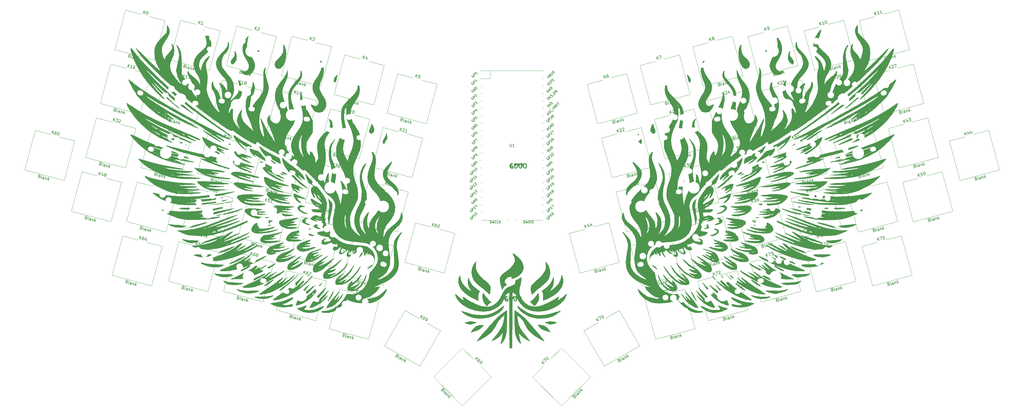
<source format=gto>
G04 #@! TF.GenerationSoftware,KiCad,Pcbnew,8.0.2*
G04 #@! TF.CreationDate,2024-05-23T23:16:29+01:00*
G04 #@! TF.ProjectId,Phoenixia3,50686f65-6e69-4786-9961-332e6b696361,1*
G04 #@! TF.SameCoordinates,Original*
G04 #@! TF.FileFunction,Legend,Top*
G04 #@! TF.FilePolarity,Positive*
%FSLAX46Y46*%
G04 Gerber Fmt 4.6, Leading zero omitted, Abs format (unit mm)*
G04 Created by KiCad (PCBNEW 8.0.2) date 2024-05-23 23:16:29*
%MOMM*%
%LPD*%
G01*
G04 APERTURE LIST*
G04 Aperture macros list*
%AMHorizOval*
0 Thick line with rounded ends*
0 $1 width*
0 $2 $3 position (X,Y) of the first rounded end (center of the circle)*
0 $4 $5 position (X,Y) of the second rounded end (center of the circle)*
0 Add line between two ends*
20,1,$1,$2,$3,$4,$5,0*
0 Add two circle primitives to create the rounded ends*
1,1,$1,$2,$3*
1,1,$1,$4,$5*%
G04 Aperture macros list end*
%ADD10C,0.150000*%
%ADD11C,0.300000*%
%ADD12C,0.120000*%
%ADD13C,0.000000*%
%ADD14C,1.700000*%
%ADD15C,1.750000*%
%ADD16C,4.000000*%
%ADD17C,2.250000*%
%ADD18C,2.000000*%
%ADD19HorizOval,2.250000X0.000000X0.000000X0.000000X0.000000X0*%
%ADD20HorizOval,2.250000X0.000000X0.000000X0.000000X0.000000X0*%
%ADD21C,4.400000*%
%ADD22HorizOval,2.250000X0.000000X0.000000X0.000000X0.000000X0*%
%ADD23HorizOval,2.250000X0.000000X0.000000X0.000000X0.000000X0*%
%ADD24O,1.700000X1.700000*%
%ADD25R,3.500000X1.700000*%
%ADD26R,1.700000X1.700000*%
%ADD27R,1.700000X3.500000*%
%ADD28HorizOval,2.250000X0.000000X0.000000X0.000000X0.000000X0*%
%ADD29HorizOval,2.250000X0.000000X0.000000X0.000000X0.000000X0*%
G04 APERTURE END LIST*
D10*
X223884720Y-180031234D02*
X223625901Y-179065308D01*
X224436678Y-179883338D02*
X223874813Y-179442302D01*
X224177859Y-178917412D02*
X223773798Y-179617266D01*
X225092068Y-179017542D02*
X225264614Y-179661493D01*
X224763488Y-178711194D02*
X224718377Y-179462765D01*
X224718377Y-179462765D02*
X225316331Y-179302543D01*
X226011998Y-178771048D02*
X226184544Y-179414998D01*
X225683418Y-178464700D02*
X225638306Y-179216270D01*
X225638306Y-179216270D02*
X226236260Y-179056049D01*
X227549056Y-194810620D02*
X227699370Y-194819643D01*
X227699370Y-194819643D02*
X227757692Y-194853315D01*
X227757692Y-194853315D02*
X227828338Y-194932983D01*
X227828338Y-194932983D02*
X227865312Y-195070972D01*
X227865312Y-195070972D02*
X227843965Y-195175290D01*
X227843965Y-195175290D02*
X227810293Y-195233611D01*
X227810293Y-195233611D02*
X227730625Y-195304257D01*
X227730625Y-195304257D02*
X227362653Y-195402855D01*
X227362653Y-195402855D02*
X227103834Y-194436929D01*
X227103834Y-194436929D02*
X227425809Y-194350656D01*
X227425809Y-194350656D02*
X227530127Y-194372003D01*
X227530127Y-194372003D02*
X227588448Y-194405675D01*
X227588448Y-194405675D02*
X227659094Y-194485343D01*
X227659094Y-194485343D02*
X227683743Y-194577336D01*
X227683743Y-194577336D02*
X227662396Y-194681653D01*
X227662396Y-194681653D02*
X227628725Y-194739975D01*
X227628725Y-194739975D02*
X227549056Y-194810620D01*
X227549056Y-194810620D02*
X227227081Y-194896894D01*
X228466568Y-195107061D02*
X228362250Y-195085714D01*
X228362250Y-195085714D02*
X228291605Y-195006046D01*
X228291605Y-195006046D02*
X228069760Y-194178110D01*
X229248509Y-194897541D02*
X229112937Y-194391580D01*
X229112937Y-194391580D02*
X229042291Y-194311912D01*
X229042291Y-194311912D02*
X228937973Y-194290565D01*
X228937973Y-194290565D02*
X228753987Y-194339864D01*
X228753987Y-194339864D02*
X228674319Y-194410510D01*
X229236184Y-194851545D02*
X229156516Y-194922191D01*
X229156516Y-194922191D02*
X228926533Y-194983814D01*
X228926533Y-194983814D02*
X228822216Y-194962467D01*
X228822216Y-194962467D02*
X228751570Y-194882799D01*
X228751570Y-194882799D02*
X228726920Y-194790806D01*
X228726920Y-194790806D02*
X228748267Y-194686488D01*
X228748267Y-194686488D02*
X228827936Y-194615842D01*
X228827936Y-194615842D02*
X229057918Y-194554219D01*
X229057918Y-194554219D02*
X229137586Y-194483573D01*
X229535927Y-194130343D02*
X229708473Y-194774294D01*
X229560577Y-194222336D02*
X229594248Y-194164015D01*
X229594248Y-194164015D02*
X229673917Y-194093369D01*
X229673917Y-194093369D02*
X229811906Y-194056395D01*
X229811906Y-194056395D02*
X229916224Y-194077742D01*
X229916224Y-194077742D02*
X229986870Y-194157410D01*
X229986870Y-194157410D02*
X230122442Y-194663372D01*
X230582406Y-194540124D02*
X230323587Y-193574199D01*
X230575802Y-194147503D02*
X230950378Y-194441527D01*
X230777832Y-193797576D02*
X230508458Y-194264146D01*
X76737696Y-165418248D02*
X76996515Y-164452322D01*
X77289653Y-165566144D02*
X77023582Y-164903264D01*
X77548472Y-164600218D02*
X76848618Y-165004279D01*
X78290136Y-165144039D02*
X78117590Y-165787989D01*
X78158751Y-164714443D02*
X77743898Y-165342767D01*
X77743898Y-165342767D02*
X78341852Y-165502988D01*
X78669547Y-165935886D02*
X78853533Y-165985185D01*
X78853533Y-165985185D02*
X78957851Y-165963838D01*
X78957851Y-165963838D02*
X79016172Y-165930166D01*
X79016172Y-165930166D02*
X79145139Y-165816826D01*
X79145139Y-165816826D02*
X79240435Y-165645165D01*
X79240435Y-165645165D02*
X79339032Y-165277193D01*
X79339032Y-165277193D02*
X79317685Y-165172875D01*
X79317685Y-165172875D02*
X79284013Y-165114554D01*
X79284013Y-165114554D02*
X79204345Y-165043908D01*
X79204345Y-165043908D02*
X79020359Y-164994609D01*
X79020359Y-164994609D02*
X78916042Y-165015956D01*
X78916042Y-165015956D02*
X78857721Y-165049628D01*
X78857721Y-165049628D02*
X78787075Y-165129296D01*
X78787075Y-165129296D02*
X78725451Y-165359279D01*
X78725451Y-165359279D02*
X78746798Y-165463596D01*
X78746798Y-165463596D02*
X78780470Y-165521918D01*
X78780470Y-165521918D02*
X78860138Y-165592563D01*
X78860138Y-165592563D02*
X79044124Y-165641862D01*
X79044124Y-165641862D02*
X79148442Y-165620515D01*
X79148442Y-165620515D02*
X79206763Y-165586844D01*
X79206763Y-165586844D02*
X79277409Y-165507175D01*
X72521409Y-180049739D02*
X72647074Y-180132710D01*
X72647074Y-180132710D02*
X72680746Y-180191031D01*
X72680746Y-180191031D02*
X72702093Y-180295349D01*
X72702093Y-180295349D02*
X72665119Y-180433338D01*
X72665119Y-180433338D02*
X72594473Y-180513006D01*
X72594473Y-180513006D02*
X72536152Y-180546678D01*
X72536152Y-180546678D02*
X72431834Y-180568025D01*
X72431834Y-180568025D02*
X72063862Y-180469427D01*
X72063862Y-180469427D02*
X72322681Y-179503501D01*
X72322681Y-179503501D02*
X72644657Y-179589774D01*
X72644657Y-179589774D02*
X72724325Y-179660420D01*
X72724325Y-179660420D02*
X72757997Y-179718742D01*
X72757997Y-179718742D02*
X72779344Y-179823059D01*
X72779344Y-179823059D02*
X72754694Y-179915052D01*
X72754694Y-179915052D02*
X72684048Y-179994720D01*
X72684048Y-179994720D02*
X72625727Y-180028392D01*
X72625727Y-180028392D02*
X72521409Y-180049739D01*
X72521409Y-180049739D02*
X72199434Y-179963466D01*
X73167777Y-180765220D02*
X73088109Y-180694575D01*
X73088109Y-180694575D02*
X73066762Y-180590257D01*
X73066762Y-180590257D02*
X73288607Y-179762320D01*
X73949718Y-180974741D02*
X74085290Y-180468780D01*
X74085290Y-180468780D02*
X74063943Y-180364462D01*
X74063943Y-180364462D02*
X73984275Y-180293816D01*
X73984275Y-180293816D02*
X73800289Y-180244517D01*
X73800289Y-180244517D02*
X73695971Y-180265864D01*
X73962043Y-180928744D02*
X73857725Y-180950091D01*
X73857725Y-180950091D02*
X73627743Y-180888468D01*
X73627743Y-180888468D02*
X73548074Y-180817822D01*
X73548074Y-180817822D02*
X73526727Y-180713504D01*
X73526727Y-180713504D02*
X73551377Y-180621511D01*
X73551377Y-180621511D02*
X73622023Y-180541843D01*
X73622023Y-180541843D02*
X73726340Y-180520496D01*
X73726340Y-180520496D02*
X73956323Y-180582120D01*
X73956323Y-180582120D02*
X74060640Y-180560773D01*
X74582229Y-180454037D02*
X74409683Y-181097988D01*
X74557579Y-180546030D02*
X74615900Y-180512359D01*
X74615900Y-180512359D02*
X74720218Y-180491012D01*
X74720218Y-180491012D02*
X74858207Y-180527986D01*
X74858207Y-180527986D02*
X74937876Y-180598632D01*
X74937876Y-180598632D02*
X74959223Y-180702949D01*
X74959223Y-180702949D02*
X74823651Y-181208910D01*
X75283616Y-181332158D02*
X75542435Y-180366232D01*
X75474206Y-180988835D02*
X75651587Y-181430755D01*
X75824133Y-180786805D02*
X75357564Y-181056179D01*
X318750385Y-166048759D02*
X318491566Y-165082833D01*
X319302343Y-165900863D02*
X318740478Y-165459827D01*
X319043524Y-164934937D02*
X318639463Y-165634791D01*
X319917457Y-164700767D02*
X319457492Y-164824014D01*
X319457492Y-164824014D02*
X319534743Y-165296304D01*
X319534743Y-165296304D02*
X319568415Y-165237983D01*
X319568415Y-165237983D02*
X319648083Y-165167337D01*
X319648083Y-165167337D02*
X319878065Y-165105713D01*
X319878065Y-165105713D02*
X319982383Y-165127060D01*
X319982383Y-165127060D02*
X320040704Y-165160732D01*
X320040704Y-165160732D02*
X320111350Y-165240400D01*
X320111350Y-165240400D02*
X320172973Y-165470382D01*
X320172973Y-165470382D02*
X320151626Y-165574700D01*
X320151626Y-165574700D02*
X320117955Y-165633021D01*
X320117955Y-165633021D02*
X320038286Y-165703667D01*
X320038286Y-165703667D02*
X319808304Y-165765291D01*
X319808304Y-165765291D02*
X319703986Y-165743944D01*
X319703986Y-165743944D02*
X319645665Y-165710272D01*
X320626333Y-164954514D02*
X320522016Y-164933167D01*
X320522016Y-164933167D02*
X320463695Y-164899495D01*
X320463695Y-164899495D02*
X320393049Y-164819827D01*
X320393049Y-164819827D02*
X320380724Y-164773831D01*
X320380724Y-164773831D02*
X320402071Y-164669513D01*
X320402071Y-164669513D02*
X320435743Y-164611192D01*
X320435743Y-164611192D02*
X320515411Y-164540546D01*
X320515411Y-164540546D02*
X320699397Y-164491247D01*
X320699397Y-164491247D02*
X320803714Y-164512594D01*
X320803714Y-164512594D02*
X320862036Y-164546266D01*
X320862036Y-164546266D02*
X320932682Y-164625934D01*
X320932682Y-164625934D02*
X320945006Y-164671930D01*
X320945006Y-164671930D02*
X320923659Y-164776248D01*
X320923659Y-164776248D02*
X320889987Y-164834569D01*
X320889987Y-164834569D02*
X320810319Y-164905215D01*
X320810319Y-164905215D02*
X320626333Y-164954514D01*
X320626333Y-164954514D02*
X320546665Y-165025160D01*
X320546665Y-165025160D02*
X320512993Y-165083481D01*
X320512993Y-165083481D02*
X320491646Y-165187799D01*
X320491646Y-165187799D02*
X320540945Y-165371785D01*
X320540945Y-165371785D02*
X320611591Y-165451453D01*
X320611591Y-165451453D02*
X320669912Y-165485125D01*
X320669912Y-165485125D02*
X320774230Y-165506472D01*
X320774230Y-165506472D02*
X320958216Y-165457173D01*
X320958216Y-165457173D02*
X321037884Y-165386527D01*
X321037884Y-165386527D02*
X321071556Y-165328206D01*
X321071556Y-165328206D02*
X321092903Y-165223888D01*
X321092903Y-165223888D02*
X321043604Y-165039902D01*
X321043604Y-165039902D02*
X320972958Y-164960234D01*
X320972958Y-164960234D02*
X320914637Y-164926562D01*
X320914637Y-164926562D02*
X320810319Y-164905215D01*
X322414721Y-180828145D02*
X322565035Y-180837168D01*
X322565035Y-180837168D02*
X322623357Y-180870840D01*
X322623357Y-180870840D02*
X322694003Y-180950508D01*
X322694003Y-180950508D02*
X322730977Y-181088497D01*
X322730977Y-181088497D02*
X322709630Y-181192815D01*
X322709630Y-181192815D02*
X322675958Y-181251136D01*
X322675958Y-181251136D02*
X322596290Y-181321782D01*
X322596290Y-181321782D02*
X322228318Y-181420380D01*
X322228318Y-181420380D02*
X321969499Y-180454454D01*
X321969499Y-180454454D02*
X322291474Y-180368181D01*
X322291474Y-180368181D02*
X322395792Y-180389528D01*
X322395792Y-180389528D02*
X322454113Y-180423200D01*
X322454113Y-180423200D02*
X322524759Y-180502868D01*
X322524759Y-180502868D02*
X322549408Y-180594861D01*
X322549408Y-180594861D02*
X322528061Y-180699178D01*
X322528061Y-180699178D02*
X322494390Y-180757500D01*
X322494390Y-180757500D02*
X322414721Y-180828145D01*
X322414721Y-180828145D02*
X322092746Y-180914419D01*
X323332233Y-181124586D02*
X323227915Y-181103239D01*
X323227915Y-181103239D02*
X323157270Y-181023571D01*
X323157270Y-181023571D02*
X322935425Y-180195635D01*
X324114174Y-180915066D02*
X323978602Y-180409105D01*
X323978602Y-180409105D02*
X323907956Y-180329437D01*
X323907956Y-180329437D02*
X323803638Y-180308090D01*
X323803638Y-180308090D02*
X323619652Y-180357389D01*
X323619652Y-180357389D02*
X323539984Y-180428035D01*
X324101849Y-180869070D02*
X324022181Y-180939716D01*
X324022181Y-180939716D02*
X323792198Y-181001339D01*
X323792198Y-181001339D02*
X323687881Y-180979992D01*
X323687881Y-180979992D02*
X323617235Y-180900324D01*
X323617235Y-180900324D02*
X323592585Y-180808331D01*
X323592585Y-180808331D02*
X323613932Y-180704013D01*
X323613932Y-180704013D02*
X323693601Y-180633367D01*
X323693601Y-180633367D02*
X323923583Y-180571744D01*
X323923583Y-180571744D02*
X324003251Y-180501098D01*
X324401592Y-180147868D02*
X324574138Y-180791819D01*
X324426242Y-180239861D02*
X324459913Y-180181540D01*
X324459913Y-180181540D02*
X324539582Y-180110894D01*
X324539582Y-180110894D02*
X324677571Y-180073920D01*
X324677571Y-180073920D02*
X324781889Y-180095267D01*
X324781889Y-180095267D02*
X324852535Y-180174935D01*
X324852535Y-180174935D02*
X324988107Y-180680897D01*
X325448071Y-180557649D02*
X325189252Y-179591724D01*
X325441467Y-180165028D02*
X325816043Y-180459052D01*
X325643497Y-179815101D02*
X325374123Y-180281671D01*
X234894234Y-147483010D02*
X234635415Y-146517084D01*
X235446192Y-147335114D02*
X234884327Y-146894078D01*
X235187373Y-146369188D02*
X234783312Y-147069042D01*
X235579994Y-146362583D02*
X235613666Y-146304262D01*
X235613666Y-146304262D02*
X235693334Y-146233616D01*
X235693334Y-146233616D02*
X235923316Y-146171992D01*
X235923316Y-146171992D02*
X236027634Y-146193339D01*
X236027634Y-146193339D02*
X236085955Y-146227011D01*
X236085955Y-146227011D02*
X236156601Y-146306679D01*
X236156601Y-146306679D02*
X236181251Y-146398672D01*
X236181251Y-146398672D02*
X236172228Y-146548986D01*
X236172228Y-146548986D02*
X235768167Y-147248841D01*
X235768167Y-147248841D02*
X236366121Y-147088619D01*
X236499924Y-146116089D02*
X236533595Y-146057768D01*
X236533595Y-146057768D02*
X236613263Y-145987122D01*
X236613263Y-145987122D02*
X236843246Y-145925498D01*
X236843246Y-145925498D02*
X236947563Y-145946845D01*
X236947563Y-145946845D02*
X237005885Y-145980517D01*
X237005885Y-145980517D02*
X237076531Y-146060185D01*
X237076531Y-146060185D02*
X237101180Y-146152178D01*
X237101180Y-146152178D02*
X237092158Y-146302492D01*
X237092158Y-146302492D02*
X236688097Y-147002346D01*
X236688097Y-147002346D02*
X237286051Y-146842125D01*
X238558570Y-162262396D02*
X238708884Y-162271419D01*
X238708884Y-162271419D02*
X238767206Y-162305091D01*
X238767206Y-162305091D02*
X238837852Y-162384759D01*
X238837852Y-162384759D02*
X238874826Y-162522748D01*
X238874826Y-162522748D02*
X238853479Y-162627066D01*
X238853479Y-162627066D02*
X238819807Y-162685387D01*
X238819807Y-162685387D02*
X238740139Y-162756033D01*
X238740139Y-162756033D02*
X238372167Y-162854631D01*
X238372167Y-162854631D02*
X238113348Y-161888705D01*
X238113348Y-161888705D02*
X238435323Y-161802432D01*
X238435323Y-161802432D02*
X238539641Y-161823779D01*
X238539641Y-161823779D02*
X238597962Y-161857451D01*
X238597962Y-161857451D02*
X238668608Y-161937119D01*
X238668608Y-161937119D02*
X238693257Y-162029112D01*
X238693257Y-162029112D02*
X238671910Y-162133429D01*
X238671910Y-162133429D02*
X238638239Y-162191751D01*
X238638239Y-162191751D02*
X238558570Y-162262396D01*
X238558570Y-162262396D02*
X238236595Y-162348670D01*
X239476082Y-162558837D02*
X239371764Y-162537490D01*
X239371764Y-162537490D02*
X239301119Y-162457822D01*
X239301119Y-162457822D02*
X239079274Y-161629886D01*
X240258023Y-162349317D02*
X240122451Y-161843356D01*
X240122451Y-161843356D02*
X240051805Y-161763688D01*
X240051805Y-161763688D02*
X239947487Y-161742341D01*
X239947487Y-161742341D02*
X239763501Y-161791640D01*
X239763501Y-161791640D02*
X239683833Y-161862286D01*
X240245698Y-162303321D02*
X240166030Y-162373967D01*
X240166030Y-162373967D02*
X239936047Y-162435590D01*
X239936047Y-162435590D02*
X239831730Y-162414243D01*
X239831730Y-162414243D02*
X239761084Y-162334575D01*
X239761084Y-162334575D02*
X239736434Y-162242582D01*
X239736434Y-162242582D02*
X239757781Y-162138264D01*
X239757781Y-162138264D02*
X239837450Y-162067618D01*
X239837450Y-162067618D02*
X240067432Y-162005995D01*
X240067432Y-162005995D02*
X240147100Y-161935349D01*
X240545441Y-161582119D02*
X240717987Y-162226070D01*
X240570091Y-161674112D02*
X240603762Y-161615791D01*
X240603762Y-161615791D02*
X240683431Y-161545145D01*
X240683431Y-161545145D02*
X240821420Y-161508171D01*
X240821420Y-161508171D02*
X240925738Y-161529518D01*
X240925738Y-161529518D02*
X240996384Y-161609186D01*
X240996384Y-161609186D02*
X241131956Y-162115148D01*
X241591920Y-161991900D02*
X241333101Y-161025975D01*
X241585316Y-161599279D02*
X241959892Y-161893303D01*
X241787346Y-161249352D02*
X241517972Y-161715922D01*
X308889374Y-129246989D02*
X308630555Y-128281063D01*
X309441332Y-129099093D02*
X308879467Y-128658057D01*
X309182513Y-128133167D02*
X308778452Y-128833021D01*
X309575134Y-128126562D02*
X309608806Y-128068241D01*
X309608806Y-128068241D02*
X309688474Y-127997595D01*
X309688474Y-127997595D02*
X309918456Y-127935971D01*
X309918456Y-127935971D02*
X310022774Y-127957318D01*
X310022774Y-127957318D02*
X310081095Y-127990990D01*
X310081095Y-127990990D02*
X310151741Y-128070658D01*
X310151741Y-128070658D02*
X310176391Y-128162651D01*
X310176391Y-128162651D02*
X310167368Y-128312965D01*
X310167368Y-128312965D02*
X309763307Y-129012820D01*
X309763307Y-129012820D02*
X310361261Y-128852598D01*
X310930379Y-127664828D02*
X310746393Y-127714126D01*
X310746393Y-127714126D02*
X310666725Y-127784772D01*
X310666725Y-127784772D02*
X310633053Y-127843094D01*
X310633053Y-127843094D02*
X310578034Y-128005732D01*
X310578034Y-128005732D02*
X310581337Y-128202043D01*
X310581337Y-128202043D02*
X310679934Y-128570015D01*
X310679934Y-128570015D02*
X310750580Y-128649683D01*
X310750580Y-128649683D02*
X310808901Y-128683355D01*
X310808901Y-128683355D02*
X310913219Y-128704702D01*
X310913219Y-128704702D02*
X311097205Y-128655403D01*
X311097205Y-128655403D02*
X311176873Y-128584757D01*
X311176873Y-128584757D02*
X311210545Y-128526436D01*
X311210545Y-128526436D02*
X311231892Y-128422118D01*
X311231892Y-128422118D02*
X311170268Y-128192136D01*
X311170268Y-128192136D02*
X311099622Y-128112468D01*
X311099622Y-128112468D02*
X311041301Y-128078796D01*
X311041301Y-128078796D02*
X310936984Y-128057449D01*
X310936984Y-128057449D02*
X310752998Y-128106748D01*
X310752998Y-128106748D02*
X310673329Y-128177394D01*
X310673329Y-128177394D02*
X310639658Y-128235715D01*
X310639658Y-128235715D02*
X310618311Y-128340032D01*
X312553710Y-144026375D02*
X312704024Y-144035398D01*
X312704024Y-144035398D02*
X312762346Y-144069070D01*
X312762346Y-144069070D02*
X312832992Y-144148738D01*
X312832992Y-144148738D02*
X312869966Y-144286727D01*
X312869966Y-144286727D02*
X312848619Y-144391045D01*
X312848619Y-144391045D02*
X312814947Y-144449366D01*
X312814947Y-144449366D02*
X312735279Y-144520012D01*
X312735279Y-144520012D02*
X312367307Y-144618610D01*
X312367307Y-144618610D02*
X312108488Y-143652684D01*
X312108488Y-143652684D02*
X312430463Y-143566411D01*
X312430463Y-143566411D02*
X312534781Y-143587758D01*
X312534781Y-143587758D02*
X312593102Y-143621430D01*
X312593102Y-143621430D02*
X312663748Y-143701098D01*
X312663748Y-143701098D02*
X312688397Y-143793091D01*
X312688397Y-143793091D02*
X312667050Y-143897408D01*
X312667050Y-143897408D02*
X312633379Y-143955730D01*
X312633379Y-143955730D02*
X312553710Y-144026375D01*
X312553710Y-144026375D02*
X312231735Y-144112649D01*
X313471222Y-144322816D02*
X313366904Y-144301469D01*
X313366904Y-144301469D02*
X313296259Y-144221801D01*
X313296259Y-144221801D02*
X313074414Y-143393865D01*
X314253163Y-144113296D02*
X314117591Y-143607335D01*
X314117591Y-143607335D02*
X314046945Y-143527667D01*
X314046945Y-143527667D02*
X313942627Y-143506320D01*
X313942627Y-143506320D02*
X313758641Y-143555619D01*
X313758641Y-143555619D02*
X313678973Y-143626265D01*
X314240838Y-144067300D02*
X314161170Y-144137946D01*
X314161170Y-144137946D02*
X313931187Y-144199569D01*
X313931187Y-144199569D02*
X313826870Y-144178222D01*
X313826870Y-144178222D02*
X313756224Y-144098554D01*
X313756224Y-144098554D02*
X313731574Y-144006561D01*
X313731574Y-144006561D02*
X313752921Y-143902243D01*
X313752921Y-143902243D02*
X313832590Y-143831597D01*
X313832590Y-143831597D02*
X314062572Y-143769974D01*
X314062572Y-143769974D02*
X314142240Y-143699328D01*
X314540581Y-143346098D02*
X314713127Y-143990049D01*
X314565231Y-143438091D02*
X314598902Y-143379770D01*
X314598902Y-143379770D02*
X314678571Y-143309124D01*
X314678571Y-143309124D02*
X314816560Y-143272150D01*
X314816560Y-143272150D02*
X314920878Y-143293497D01*
X314920878Y-143293497D02*
X314991524Y-143373165D01*
X314991524Y-143373165D02*
X315127096Y-143879127D01*
X315587060Y-143755879D02*
X315328241Y-142789954D01*
X315580456Y-143363258D02*
X315955032Y-143657282D01*
X315782486Y-143013331D02*
X315513112Y-143479901D01*
X304491119Y-186436002D02*
X304232300Y-185470076D01*
X305043077Y-186288106D02*
X304481212Y-185847070D01*
X304784258Y-185322180D02*
X304380197Y-186022034D01*
X305106233Y-185235907D02*
X305750184Y-185063361D01*
X305750184Y-185063361D02*
X305595035Y-186140209D01*
X306618397Y-185175816D02*
X306790943Y-185819766D01*
X306289817Y-184869468D02*
X306244705Y-185621038D01*
X306244705Y-185621038D02*
X306842659Y-185460817D01*
X308155455Y-201215388D02*
X308305769Y-201224411D01*
X308305769Y-201224411D02*
X308364091Y-201258083D01*
X308364091Y-201258083D02*
X308434737Y-201337751D01*
X308434737Y-201337751D02*
X308471711Y-201475740D01*
X308471711Y-201475740D02*
X308450364Y-201580058D01*
X308450364Y-201580058D02*
X308416692Y-201638379D01*
X308416692Y-201638379D02*
X308337024Y-201709025D01*
X308337024Y-201709025D02*
X307969052Y-201807623D01*
X307969052Y-201807623D02*
X307710233Y-200841697D01*
X307710233Y-200841697D02*
X308032208Y-200755424D01*
X308032208Y-200755424D02*
X308136526Y-200776771D01*
X308136526Y-200776771D02*
X308194847Y-200810443D01*
X308194847Y-200810443D02*
X308265493Y-200890111D01*
X308265493Y-200890111D02*
X308290142Y-200982104D01*
X308290142Y-200982104D02*
X308268795Y-201086421D01*
X308268795Y-201086421D02*
X308235124Y-201144743D01*
X308235124Y-201144743D02*
X308155455Y-201215388D01*
X308155455Y-201215388D02*
X307833480Y-201301662D01*
X309072967Y-201511829D02*
X308968649Y-201490482D01*
X308968649Y-201490482D02*
X308898004Y-201410814D01*
X308898004Y-201410814D02*
X308676159Y-200582878D01*
X309854908Y-201302309D02*
X309719336Y-200796348D01*
X309719336Y-200796348D02*
X309648690Y-200716680D01*
X309648690Y-200716680D02*
X309544372Y-200695333D01*
X309544372Y-200695333D02*
X309360386Y-200744632D01*
X309360386Y-200744632D02*
X309280718Y-200815278D01*
X309842583Y-201256313D02*
X309762915Y-201326959D01*
X309762915Y-201326959D02*
X309532932Y-201388582D01*
X309532932Y-201388582D02*
X309428615Y-201367235D01*
X309428615Y-201367235D02*
X309357969Y-201287567D01*
X309357969Y-201287567D02*
X309333319Y-201195574D01*
X309333319Y-201195574D02*
X309354666Y-201091256D01*
X309354666Y-201091256D02*
X309434335Y-201020610D01*
X309434335Y-201020610D02*
X309664317Y-200958987D01*
X309664317Y-200958987D02*
X309743985Y-200888341D01*
X310142326Y-200535111D02*
X310314872Y-201179062D01*
X310166976Y-200627104D02*
X310200647Y-200568783D01*
X310200647Y-200568783D02*
X310280316Y-200498137D01*
X310280316Y-200498137D02*
X310418305Y-200461163D01*
X310418305Y-200461163D02*
X310522623Y-200482510D01*
X310522623Y-200482510D02*
X310593269Y-200562178D01*
X310593269Y-200562178D02*
X310728841Y-201068140D01*
X311188805Y-200944892D02*
X310929986Y-199978967D01*
X311182201Y-200552271D02*
X311556777Y-200846295D01*
X311384231Y-200202344D02*
X311114857Y-200668914D01*
X81668201Y-147017352D02*
X81927020Y-146051426D01*
X82220158Y-147165248D02*
X81954087Y-146502368D01*
X82478977Y-146199322D02*
X81779123Y-146603383D01*
X82800953Y-146285595D02*
X83398907Y-146445817D01*
X83398907Y-146445817D02*
X82978334Y-146727516D01*
X82978334Y-146727516D02*
X83116323Y-146764490D01*
X83116323Y-146764490D02*
X83195991Y-146835136D01*
X83195991Y-146835136D02*
X83229663Y-146893457D01*
X83229663Y-146893457D02*
X83251010Y-146997774D01*
X83251010Y-146997774D02*
X83189387Y-147227757D01*
X83189387Y-147227757D02*
X83118741Y-147307425D01*
X83118741Y-147307425D02*
X83060419Y-147341097D01*
X83060419Y-147341097D02*
X82956102Y-147362444D01*
X82956102Y-147362444D02*
X82680123Y-147288495D01*
X82680123Y-147288495D02*
X82600455Y-147217850D01*
X82600455Y-147217850D02*
X82566783Y-147159528D01*
X83720882Y-146532090D02*
X84318836Y-146692311D01*
X84318836Y-146692311D02*
X83898263Y-146974010D01*
X83898263Y-146974010D02*
X84036253Y-147010984D01*
X84036253Y-147010984D02*
X84115921Y-147081630D01*
X84115921Y-147081630D02*
X84149592Y-147139951D01*
X84149592Y-147139951D02*
X84170940Y-147244269D01*
X84170940Y-147244269D02*
X84109316Y-147474251D01*
X84109316Y-147474251D02*
X84038670Y-147553919D01*
X84038670Y-147553919D02*
X83980349Y-147587591D01*
X83980349Y-147587591D02*
X83876031Y-147608938D01*
X83876031Y-147608938D02*
X83600052Y-147534990D01*
X83600052Y-147534990D02*
X83520384Y-147464344D01*
X83520384Y-147464344D02*
X83486712Y-147406023D01*
X77451914Y-161648843D02*
X77577579Y-161731814D01*
X77577579Y-161731814D02*
X77611251Y-161790135D01*
X77611251Y-161790135D02*
X77632598Y-161894453D01*
X77632598Y-161894453D02*
X77595624Y-162032442D01*
X77595624Y-162032442D02*
X77524978Y-162112110D01*
X77524978Y-162112110D02*
X77466657Y-162145782D01*
X77466657Y-162145782D02*
X77362339Y-162167129D01*
X77362339Y-162167129D02*
X76994367Y-162068531D01*
X76994367Y-162068531D02*
X77253186Y-161102605D01*
X77253186Y-161102605D02*
X77575162Y-161188878D01*
X77575162Y-161188878D02*
X77654830Y-161259524D01*
X77654830Y-161259524D02*
X77688502Y-161317846D01*
X77688502Y-161317846D02*
X77709849Y-161422163D01*
X77709849Y-161422163D02*
X77685199Y-161514156D01*
X77685199Y-161514156D02*
X77614553Y-161593824D01*
X77614553Y-161593824D02*
X77556232Y-161627496D01*
X77556232Y-161627496D02*
X77451914Y-161648843D01*
X77451914Y-161648843D02*
X77129939Y-161562570D01*
X78098282Y-162364324D02*
X78018614Y-162293679D01*
X78018614Y-162293679D02*
X77997267Y-162189361D01*
X77997267Y-162189361D02*
X78219112Y-161361424D01*
X78880223Y-162573845D02*
X79015795Y-162067884D01*
X79015795Y-162067884D02*
X78994448Y-161963566D01*
X78994448Y-161963566D02*
X78914780Y-161892920D01*
X78914780Y-161892920D02*
X78730794Y-161843621D01*
X78730794Y-161843621D02*
X78626476Y-161864968D01*
X78892548Y-162527848D02*
X78788230Y-162549195D01*
X78788230Y-162549195D02*
X78558248Y-162487572D01*
X78558248Y-162487572D02*
X78478579Y-162416926D01*
X78478579Y-162416926D02*
X78457232Y-162312608D01*
X78457232Y-162312608D02*
X78481882Y-162220615D01*
X78481882Y-162220615D02*
X78552528Y-162140947D01*
X78552528Y-162140947D02*
X78656845Y-162119600D01*
X78656845Y-162119600D02*
X78886828Y-162181224D01*
X78886828Y-162181224D02*
X78991145Y-162159877D01*
X79512734Y-162053141D02*
X79340188Y-162697092D01*
X79488084Y-162145134D02*
X79546405Y-162111463D01*
X79546405Y-162111463D02*
X79650723Y-162090116D01*
X79650723Y-162090116D02*
X79788712Y-162127090D01*
X79788712Y-162127090D02*
X79868381Y-162197736D01*
X79868381Y-162197736D02*
X79889728Y-162302053D01*
X79889728Y-162302053D02*
X79754156Y-162808014D01*
X80214121Y-162931262D02*
X80472940Y-161965336D01*
X80404711Y-162587939D02*
X80582092Y-163029859D01*
X80754638Y-162385909D02*
X80288069Y-162655283D01*
X67809261Y-125136109D02*
X68068080Y-124170183D01*
X68361218Y-125284005D02*
X68095147Y-124621125D01*
X68620037Y-124318079D02*
X67920183Y-124722140D01*
X69281148Y-125530500D02*
X68729190Y-125382603D01*
X69005169Y-125456551D02*
X69263988Y-124490625D01*
X69263988Y-124490625D02*
X69135021Y-124603965D01*
X69135021Y-124603965D02*
X69018378Y-124671309D01*
X69018378Y-124671309D02*
X68914061Y-124692656D01*
X70367903Y-124786419D02*
X70183917Y-124737120D01*
X70183917Y-124737120D02*
X70079600Y-124758467D01*
X70079600Y-124758467D02*
X70021278Y-124792139D01*
X70021278Y-124792139D02*
X69892311Y-124905479D01*
X69892311Y-124905479D02*
X69797016Y-125077140D01*
X69797016Y-125077140D02*
X69698418Y-125445111D01*
X69698418Y-125445111D02*
X69719765Y-125549429D01*
X69719765Y-125549429D02*
X69753437Y-125607750D01*
X69753437Y-125607750D02*
X69833105Y-125678396D01*
X69833105Y-125678396D02*
X70017091Y-125727695D01*
X70017091Y-125727695D02*
X70121409Y-125706348D01*
X70121409Y-125706348D02*
X70179730Y-125672676D01*
X70179730Y-125672676D02*
X70250376Y-125593008D01*
X70250376Y-125593008D02*
X70312000Y-125363026D01*
X70312000Y-125363026D02*
X70290652Y-125258708D01*
X70290652Y-125258708D02*
X70256981Y-125200387D01*
X70256981Y-125200387D02*
X70177313Y-125129741D01*
X70177313Y-125129741D02*
X69993327Y-125080442D01*
X69993327Y-125080442D02*
X69889009Y-125101789D01*
X69889009Y-125101789D02*
X69830688Y-125135461D01*
X69830688Y-125135461D02*
X69760042Y-125215129D01*
X63592971Y-139767600D02*
X63718636Y-139850571D01*
X63718636Y-139850571D02*
X63752308Y-139908892D01*
X63752308Y-139908892D02*
X63773655Y-140013210D01*
X63773655Y-140013210D02*
X63736681Y-140151199D01*
X63736681Y-140151199D02*
X63666035Y-140230867D01*
X63666035Y-140230867D02*
X63607714Y-140264539D01*
X63607714Y-140264539D02*
X63503396Y-140285886D01*
X63503396Y-140285886D02*
X63135424Y-140187288D01*
X63135424Y-140187288D02*
X63394243Y-139221362D01*
X63394243Y-139221362D02*
X63716219Y-139307635D01*
X63716219Y-139307635D02*
X63795887Y-139378281D01*
X63795887Y-139378281D02*
X63829559Y-139436603D01*
X63829559Y-139436603D02*
X63850906Y-139540920D01*
X63850906Y-139540920D02*
X63826256Y-139632913D01*
X63826256Y-139632913D02*
X63755610Y-139712581D01*
X63755610Y-139712581D02*
X63697289Y-139746253D01*
X63697289Y-139746253D02*
X63592971Y-139767600D01*
X63592971Y-139767600D02*
X63270996Y-139681327D01*
X64239339Y-140483081D02*
X64159671Y-140412436D01*
X64159671Y-140412436D02*
X64138324Y-140308118D01*
X64138324Y-140308118D02*
X64360169Y-139480181D01*
X65021280Y-140692602D02*
X65156852Y-140186641D01*
X65156852Y-140186641D02*
X65135505Y-140082323D01*
X65135505Y-140082323D02*
X65055837Y-140011677D01*
X65055837Y-140011677D02*
X64871851Y-139962378D01*
X64871851Y-139962378D02*
X64767533Y-139983725D01*
X65033605Y-140646605D02*
X64929287Y-140667952D01*
X64929287Y-140667952D02*
X64699305Y-140606329D01*
X64699305Y-140606329D02*
X64619636Y-140535683D01*
X64619636Y-140535683D02*
X64598289Y-140431365D01*
X64598289Y-140431365D02*
X64622939Y-140339372D01*
X64622939Y-140339372D02*
X64693585Y-140259704D01*
X64693585Y-140259704D02*
X64797902Y-140238357D01*
X64797902Y-140238357D02*
X65027885Y-140299981D01*
X65027885Y-140299981D02*
X65132202Y-140278634D01*
X65653791Y-140171898D02*
X65481245Y-140815849D01*
X65629141Y-140263891D02*
X65687462Y-140230220D01*
X65687462Y-140230220D02*
X65791780Y-140208873D01*
X65791780Y-140208873D02*
X65929769Y-140245847D01*
X65929769Y-140245847D02*
X66009438Y-140316493D01*
X66009438Y-140316493D02*
X66030785Y-140420810D01*
X66030785Y-140420810D02*
X65895213Y-140926771D01*
X66355178Y-141050019D02*
X66613997Y-140084093D01*
X66545768Y-140706696D02*
X66723149Y-141148616D01*
X66895695Y-140504666D02*
X66429126Y-140774040D01*
X100876810Y-148982472D02*
X101135629Y-148016546D01*
X101428767Y-149130368D02*
X101162696Y-148467488D01*
X101687586Y-148164442D02*
X100987732Y-148568503D01*
X102009562Y-148250715D02*
X102607516Y-148410937D01*
X102607516Y-148410937D02*
X102186943Y-148692636D01*
X102186943Y-148692636D02*
X102324932Y-148729610D01*
X102324932Y-148729610D02*
X102404600Y-148800256D01*
X102404600Y-148800256D02*
X102438272Y-148858577D01*
X102438272Y-148858577D02*
X102459619Y-148962894D01*
X102459619Y-148962894D02*
X102397996Y-149192877D01*
X102397996Y-149192877D02*
X102327350Y-149272545D01*
X102327350Y-149272545D02*
X102269028Y-149306217D01*
X102269028Y-149306217D02*
X102164711Y-149327564D01*
X102164711Y-149327564D02*
X101888732Y-149253615D01*
X101888732Y-149253615D02*
X101809064Y-149182970D01*
X101809064Y-149182970D02*
X101775392Y-149124648D01*
X103349179Y-148954757D02*
X103176633Y-149598708D01*
X103217795Y-148525162D02*
X102802941Y-149153485D01*
X102802941Y-149153485D02*
X103400896Y-149313706D01*
X96660523Y-163613963D02*
X96786188Y-163696934D01*
X96786188Y-163696934D02*
X96819860Y-163755255D01*
X96819860Y-163755255D02*
X96841207Y-163859573D01*
X96841207Y-163859573D02*
X96804233Y-163997562D01*
X96804233Y-163997562D02*
X96733587Y-164077230D01*
X96733587Y-164077230D02*
X96675266Y-164110902D01*
X96675266Y-164110902D02*
X96570948Y-164132249D01*
X96570948Y-164132249D02*
X96202976Y-164033651D01*
X96202976Y-164033651D02*
X96461795Y-163067725D01*
X96461795Y-163067725D02*
X96783771Y-163153998D01*
X96783771Y-163153998D02*
X96863439Y-163224644D01*
X96863439Y-163224644D02*
X96897111Y-163282966D01*
X96897111Y-163282966D02*
X96918458Y-163387283D01*
X96918458Y-163387283D02*
X96893808Y-163479276D01*
X96893808Y-163479276D02*
X96823162Y-163558944D01*
X96823162Y-163558944D02*
X96764841Y-163592616D01*
X96764841Y-163592616D02*
X96660523Y-163613963D01*
X96660523Y-163613963D02*
X96338548Y-163527690D01*
X97306891Y-164329444D02*
X97227223Y-164258799D01*
X97227223Y-164258799D02*
X97205876Y-164154481D01*
X97205876Y-164154481D02*
X97427721Y-163326544D01*
X98088832Y-164538965D02*
X98224404Y-164033004D01*
X98224404Y-164033004D02*
X98203057Y-163928686D01*
X98203057Y-163928686D02*
X98123389Y-163858040D01*
X98123389Y-163858040D02*
X97939403Y-163808741D01*
X97939403Y-163808741D02*
X97835085Y-163830088D01*
X98101157Y-164492968D02*
X97996839Y-164514315D01*
X97996839Y-164514315D02*
X97766857Y-164452692D01*
X97766857Y-164452692D02*
X97687188Y-164382046D01*
X97687188Y-164382046D02*
X97665841Y-164277728D01*
X97665841Y-164277728D02*
X97690491Y-164185735D01*
X97690491Y-164185735D02*
X97761137Y-164106067D01*
X97761137Y-164106067D02*
X97865454Y-164084720D01*
X97865454Y-164084720D02*
X98095437Y-164146344D01*
X98095437Y-164146344D02*
X98199754Y-164124997D01*
X98721343Y-164018261D02*
X98548797Y-164662212D01*
X98696693Y-164110254D02*
X98755014Y-164076583D01*
X98755014Y-164076583D02*
X98859332Y-164055236D01*
X98859332Y-164055236D02*
X98997321Y-164092210D01*
X98997321Y-164092210D02*
X99076990Y-164162856D01*
X99076990Y-164162856D02*
X99098337Y-164267173D01*
X99098337Y-164267173D02*
X98962765Y-164773134D01*
X99422730Y-164896382D02*
X99681549Y-163930456D01*
X99613320Y-164553059D02*
X99790701Y-164994979D01*
X99963247Y-164351029D02*
X99496678Y-164620403D01*
X73209148Y-106847841D02*
X73467967Y-105881915D01*
X73761105Y-106995738D02*
X73495034Y-106332858D01*
X74019925Y-106029812D02*
X73320070Y-106433873D01*
X74617879Y-106190033D02*
X74709872Y-106214683D01*
X74709872Y-106214683D02*
X74789540Y-106285328D01*
X74789540Y-106285328D02*
X74823212Y-106343650D01*
X74823212Y-106343650D02*
X74844559Y-106447967D01*
X74844559Y-106447967D02*
X74841256Y-106644278D01*
X74841256Y-106644278D02*
X74779633Y-106874260D01*
X74779633Y-106874260D02*
X74684337Y-107045921D01*
X74684337Y-107045921D02*
X74613691Y-107125590D01*
X74613691Y-107125590D02*
X74555370Y-107159261D01*
X74555370Y-107159261D02*
X74451053Y-107180608D01*
X74451053Y-107180608D02*
X74359060Y-107155959D01*
X74359060Y-107155959D02*
X74279391Y-107085313D01*
X74279391Y-107085313D02*
X74245720Y-107026992D01*
X74245720Y-107026992D02*
X74224373Y-106922674D01*
X74224373Y-106922674D02*
X74227675Y-106726364D01*
X74227675Y-106726364D02*
X74289299Y-106496381D01*
X74289299Y-106496381D02*
X74384594Y-106324720D01*
X74384594Y-106324720D02*
X74455240Y-106245052D01*
X74455240Y-106245052D02*
X74513561Y-106211380D01*
X74513561Y-106211380D02*
X74617879Y-106190033D01*
X68532894Y-121356085D02*
X68658559Y-121439056D01*
X68658559Y-121439056D02*
X68692231Y-121497377D01*
X68692231Y-121497377D02*
X68713578Y-121601695D01*
X68713578Y-121601695D02*
X68676604Y-121739684D01*
X68676604Y-121739684D02*
X68605958Y-121819352D01*
X68605958Y-121819352D02*
X68547637Y-121853024D01*
X68547637Y-121853024D02*
X68443319Y-121874371D01*
X68443319Y-121874371D02*
X68075347Y-121775773D01*
X68075347Y-121775773D02*
X68334166Y-120809847D01*
X68334166Y-120809847D02*
X68656142Y-120896120D01*
X68656142Y-120896120D02*
X68735810Y-120966766D01*
X68735810Y-120966766D02*
X68769482Y-121025088D01*
X68769482Y-121025088D02*
X68790829Y-121129405D01*
X68790829Y-121129405D02*
X68766179Y-121221398D01*
X68766179Y-121221398D02*
X68695533Y-121301066D01*
X68695533Y-121301066D02*
X68637212Y-121334738D01*
X68637212Y-121334738D02*
X68532894Y-121356085D01*
X68532894Y-121356085D02*
X68210919Y-121269812D01*
X69179262Y-122071566D02*
X69099594Y-122000921D01*
X69099594Y-122000921D02*
X69078247Y-121896603D01*
X69078247Y-121896603D02*
X69300092Y-121068666D01*
X69961203Y-122281087D02*
X70096775Y-121775126D01*
X70096775Y-121775126D02*
X70075428Y-121670808D01*
X70075428Y-121670808D02*
X69995760Y-121600162D01*
X69995760Y-121600162D02*
X69811774Y-121550863D01*
X69811774Y-121550863D02*
X69707456Y-121572210D01*
X69973528Y-122235090D02*
X69869210Y-122256437D01*
X69869210Y-122256437D02*
X69639228Y-122194814D01*
X69639228Y-122194814D02*
X69559559Y-122124168D01*
X69559559Y-122124168D02*
X69538212Y-122019850D01*
X69538212Y-122019850D02*
X69562862Y-121927857D01*
X69562862Y-121927857D02*
X69633508Y-121848189D01*
X69633508Y-121848189D02*
X69737825Y-121826842D01*
X69737825Y-121826842D02*
X69967808Y-121888466D01*
X69967808Y-121888466D02*
X70072125Y-121867119D01*
X70593714Y-121760383D02*
X70421168Y-122404334D01*
X70569064Y-121852376D02*
X70627385Y-121818705D01*
X70627385Y-121818705D02*
X70731703Y-121797358D01*
X70731703Y-121797358D02*
X70869692Y-121834332D01*
X70869692Y-121834332D02*
X70949361Y-121904978D01*
X70949361Y-121904978D02*
X70970708Y-122009295D01*
X70970708Y-122009295D02*
X70835136Y-122515256D01*
X71295101Y-122638504D02*
X71553920Y-121672578D01*
X71485691Y-122295181D02*
X71663072Y-122737101D01*
X71835618Y-122093151D02*
X71369049Y-122362525D01*
X322748329Y-107365738D02*
X322489510Y-106399812D01*
X323300287Y-107217842D02*
X322738422Y-106776806D01*
X323041468Y-106251916D02*
X322637407Y-106951770D01*
X324220216Y-106971347D02*
X323668259Y-107119244D01*
X323944238Y-107045296D02*
X323685418Y-106079370D01*
X323685418Y-106079370D02*
X323630400Y-106242009D01*
X323630400Y-106242009D02*
X323563056Y-106358651D01*
X323563056Y-106358651D02*
X323483388Y-106429297D01*
X325140146Y-106724853D02*
X324588188Y-106872750D01*
X324864167Y-106798801D02*
X324605348Y-105832875D01*
X324605348Y-105832875D02*
X324550329Y-105995514D01*
X324550329Y-105995514D02*
X324482986Y-106112157D01*
X324482986Y-106112157D02*
X324403317Y-106182803D01*
X326412665Y-122145124D02*
X326562979Y-122154147D01*
X326562979Y-122154147D02*
X326621301Y-122187819D01*
X326621301Y-122187819D02*
X326691947Y-122267487D01*
X326691947Y-122267487D02*
X326728921Y-122405476D01*
X326728921Y-122405476D02*
X326707574Y-122509794D01*
X326707574Y-122509794D02*
X326673902Y-122568115D01*
X326673902Y-122568115D02*
X326594234Y-122638761D01*
X326594234Y-122638761D02*
X326226262Y-122737359D01*
X326226262Y-122737359D02*
X325967443Y-121771433D01*
X325967443Y-121771433D02*
X326289418Y-121685160D01*
X326289418Y-121685160D02*
X326393736Y-121706507D01*
X326393736Y-121706507D02*
X326452057Y-121740179D01*
X326452057Y-121740179D02*
X326522703Y-121819847D01*
X326522703Y-121819847D02*
X326547352Y-121911840D01*
X326547352Y-121911840D02*
X326526005Y-122016157D01*
X326526005Y-122016157D02*
X326492334Y-122074479D01*
X326492334Y-122074479D02*
X326412665Y-122145124D01*
X326412665Y-122145124D02*
X326090690Y-122231398D01*
X327330177Y-122441565D02*
X327225859Y-122420218D01*
X327225859Y-122420218D02*
X327155214Y-122340550D01*
X327155214Y-122340550D02*
X326933369Y-121512614D01*
X328112118Y-122232045D02*
X327976546Y-121726084D01*
X327976546Y-121726084D02*
X327905900Y-121646416D01*
X327905900Y-121646416D02*
X327801582Y-121625069D01*
X327801582Y-121625069D02*
X327617596Y-121674368D01*
X327617596Y-121674368D02*
X327537928Y-121745014D01*
X328099793Y-122186049D02*
X328020125Y-122256695D01*
X328020125Y-122256695D02*
X327790142Y-122318318D01*
X327790142Y-122318318D02*
X327685825Y-122296971D01*
X327685825Y-122296971D02*
X327615179Y-122217303D01*
X327615179Y-122217303D02*
X327590529Y-122125310D01*
X327590529Y-122125310D02*
X327611876Y-122020992D01*
X327611876Y-122020992D02*
X327691545Y-121950346D01*
X327691545Y-121950346D02*
X327921527Y-121888723D01*
X327921527Y-121888723D02*
X328001195Y-121818077D01*
X328399536Y-121464847D02*
X328572082Y-122108798D01*
X328424186Y-121556840D02*
X328457857Y-121498519D01*
X328457857Y-121498519D02*
X328537526Y-121427873D01*
X328537526Y-121427873D02*
X328675515Y-121390899D01*
X328675515Y-121390899D02*
X328779833Y-121412246D01*
X328779833Y-121412246D02*
X328850479Y-121491914D01*
X328850479Y-121491914D02*
X328986051Y-121997876D01*
X329446015Y-121874628D02*
X329187196Y-120908703D01*
X329439411Y-121482007D02*
X329813987Y-121776031D01*
X329641441Y-121132080D02*
X329372067Y-121598650D01*
X109792292Y-189263913D02*
X110051111Y-188297987D01*
X110344249Y-189411809D02*
X110078178Y-188748929D01*
X110603068Y-188445883D02*
X109903214Y-188849944D01*
X111431005Y-188667728D02*
X111247019Y-188618429D01*
X111247019Y-188618429D02*
X111142701Y-188639777D01*
X111142701Y-188639777D02*
X111084380Y-188673448D01*
X111084380Y-188673448D02*
X110955413Y-188786788D01*
X110955413Y-188786788D02*
X110860118Y-188958449D01*
X110860118Y-188958449D02*
X110761520Y-189326421D01*
X110761520Y-189326421D02*
X110782867Y-189430739D01*
X110782867Y-189430739D02*
X110816539Y-189489060D01*
X110816539Y-189489060D02*
X110896207Y-189559706D01*
X110896207Y-189559706D02*
X111080193Y-189609005D01*
X111080193Y-189609005D02*
X111184510Y-189587658D01*
X111184510Y-189587658D02*
X111242832Y-189553986D01*
X111242832Y-189553986D02*
X111313478Y-189474318D01*
X111313478Y-189474318D02*
X111375101Y-189244335D01*
X111375101Y-189244335D02*
X111353754Y-189140018D01*
X111353754Y-189140018D02*
X111320082Y-189081697D01*
X111320082Y-189081697D02*
X111240414Y-189011051D01*
X111240414Y-189011051D02*
X111056428Y-188961752D01*
X111056428Y-188961752D02*
X110952111Y-188983099D01*
X110952111Y-188983099D02*
X110893789Y-189016771D01*
X110893789Y-189016771D02*
X110823143Y-189096439D01*
X112350934Y-188914223D02*
X112166948Y-188864924D01*
X112166948Y-188864924D02*
X112062631Y-188886271D01*
X112062631Y-188886271D02*
X112004309Y-188919943D01*
X112004309Y-188919943D02*
X111875342Y-189033283D01*
X111875342Y-189033283D02*
X111780047Y-189204944D01*
X111780047Y-189204944D02*
X111681449Y-189572915D01*
X111681449Y-189572915D02*
X111702796Y-189677233D01*
X111702796Y-189677233D02*
X111736468Y-189735554D01*
X111736468Y-189735554D02*
X111816136Y-189806200D01*
X111816136Y-189806200D02*
X112000122Y-189855499D01*
X112000122Y-189855499D02*
X112104440Y-189834152D01*
X112104440Y-189834152D02*
X112162761Y-189800480D01*
X112162761Y-189800480D02*
X112233407Y-189720812D01*
X112233407Y-189720812D02*
X112295031Y-189490830D01*
X112295031Y-189490830D02*
X112273683Y-189386512D01*
X112273683Y-189386512D02*
X112240012Y-189328191D01*
X112240012Y-189328191D02*
X112160344Y-189257545D01*
X112160344Y-189257545D02*
X111976358Y-189208246D01*
X111976358Y-189208246D02*
X111872040Y-189229593D01*
X111872040Y-189229593D02*
X111813719Y-189263265D01*
X111813719Y-189263265D02*
X111743073Y-189342933D01*
X105576005Y-203895404D02*
X105701670Y-203978375D01*
X105701670Y-203978375D02*
X105735342Y-204036696D01*
X105735342Y-204036696D02*
X105756689Y-204141014D01*
X105756689Y-204141014D02*
X105719715Y-204279003D01*
X105719715Y-204279003D02*
X105649069Y-204358671D01*
X105649069Y-204358671D02*
X105590748Y-204392343D01*
X105590748Y-204392343D02*
X105486430Y-204413690D01*
X105486430Y-204413690D02*
X105118458Y-204315092D01*
X105118458Y-204315092D02*
X105377277Y-203349166D01*
X105377277Y-203349166D02*
X105699253Y-203435439D01*
X105699253Y-203435439D02*
X105778921Y-203506085D01*
X105778921Y-203506085D02*
X105812593Y-203564407D01*
X105812593Y-203564407D02*
X105833940Y-203668724D01*
X105833940Y-203668724D02*
X105809290Y-203760717D01*
X105809290Y-203760717D02*
X105738644Y-203840385D01*
X105738644Y-203840385D02*
X105680323Y-203874057D01*
X105680323Y-203874057D02*
X105576005Y-203895404D01*
X105576005Y-203895404D02*
X105254030Y-203809131D01*
X106222373Y-204610885D02*
X106142705Y-204540240D01*
X106142705Y-204540240D02*
X106121358Y-204435922D01*
X106121358Y-204435922D02*
X106343203Y-203607985D01*
X107004314Y-204820406D02*
X107139886Y-204314445D01*
X107139886Y-204314445D02*
X107118539Y-204210127D01*
X107118539Y-204210127D02*
X107038871Y-204139481D01*
X107038871Y-204139481D02*
X106854885Y-204090182D01*
X106854885Y-204090182D02*
X106750567Y-204111529D01*
X107016639Y-204774409D02*
X106912321Y-204795756D01*
X106912321Y-204795756D02*
X106682339Y-204734133D01*
X106682339Y-204734133D02*
X106602670Y-204663487D01*
X106602670Y-204663487D02*
X106581323Y-204559169D01*
X106581323Y-204559169D02*
X106605973Y-204467176D01*
X106605973Y-204467176D02*
X106676619Y-204387508D01*
X106676619Y-204387508D02*
X106780936Y-204366161D01*
X106780936Y-204366161D02*
X107010919Y-204427785D01*
X107010919Y-204427785D02*
X107115236Y-204406438D01*
X107636825Y-204299702D02*
X107464279Y-204943653D01*
X107612175Y-204391695D02*
X107670496Y-204358024D01*
X107670496Y-204358024D02*
X107774814Y-204336677D01*
X107774814Y-204336677D02*
X107912803Y-204373651D01*
X107912803Y-204373651D02*
X107992472Y-204444297D01*
X107992472Y-204444297D02*
X108013819Y-204548614D01*
X108013819Y-204548614D02*
X107878247Y-205054575D01*
X108338212Y-205177823D02*
X108597031Y-204211897D01*
X108528802Y-204834500D02*
X108706183Y-205276420D01*
X108878729Y-204632470D02*
X108412160Y-204901844D01*
X137669164Y-158854099D02*
X137927983Y-157888173D01*
X138221121Y-159001995D02*
X137955050Y-158339115D01*
X138479940Y-158036069D02*
X137780086Y-158440130D01*
X138801916Y-158122342D02*
X139399870Y-158282564D01*
X139399870Y-158282564D02*
X138979297Y-158564263D01*
X138979297Y-158564263D02*
X139117286Y-158601237D01*
X139117286Y-158601237D02*
X139196954Y-158671883D01*
X139196954Y-158671883D02*
X139230626Y-158730204D01*
X139230626Y-158730204D02*
X139251973Y-158834521D01*
X139251973Y-158834521D02*
X139190350Y-159064504D01*
X139190350Y-159064504D02*
X139119704Y-159144172D01*
X139119704Y-159144172D02*
X139061382Y-159177844D01*
X139061382Y-159177844D02*
X138957065Y-159199191D01*
X138957065Y-159199191D02*
X138681086Y-159125242D01*
X138681086Y-159125242D02*
X138601418Y-159054597D01*
X138601418Y-159054597D02*
X138567746Y-158996275D01*
X140227806Y-158504409D02*
X140043820Y-158455110D01*
X140043820Y-158455110D02*
X139939503Y-158476457D01*
X139939503Y-158476457D02*
X139881181Y-158510129D01*
X139881181Y-158510129D02*
X139752214Y-158623469D01*
X139752214Y-158623469D02*
X139656919Y-158795130D01*
X139656919Y-158795130D02*
X139558321Y-159163101D01*
X139558321Y-159163101D02*
X139579668Y-159267419D01*
X139579668Y-159267419D02*
X139613340Y-159325740D01*
X139613340Y-159325740D02*
X139693008Y-159396386D01*
X139693008Y-159396386D02*
X139876994Y-159445685D01*
X139876994Y-159445685D02*
X139981312Y-159424338D01*
X139981312Y-159424338D02*
X140039633Y-159390666D01*
X140039633Y-159390666D02*
X140110279Y-159310998D01*
X140110279Y-159310998D02*
X140171903Y-159081016D01*
X140171903Y-159081016D02*
X140150555Y-158976698D01*
X140150555Y-158976698D02*
X140116884Y-158918377D01*
X140116884Y-158918377D02*
X140037216Y-158847731D01*
X140037216Y-158847731D02*
X139853230Y-158798432D01*
X139853230Y-158798432D02*
X139748912Y-158819779D01*
X139748912Y-158819779D02*
X139690591Y-158853451D01*
X139690591Y-158853451D02*
X139619945Y-158933119D01*
X133452877Y-173485590D02*
X133578542Y-173568561D01*
X133578542Y-173568561D02*
X133612214Y-173626882D01*
X133612214Y-173626882D02*
X133633561Y-173731200D01*
X133633561Y-173731200D02*
X133596587Y-173869189D01*
X133596587Y-173869189D02*
X133525941Y-173948857D01*
X133525941Y-173948857D02*
X133467620Y-173982529D01*
X133467620Y-173982529D02*
X133363302Y-174003876D01*
X133363302Y-174003876D02*
X132995330Y-173905278D01*
X132995330Y-173905278D02*
X133254149Y-172939352D01*
X133254149Y-172939352D02*
X133576125Y-173025625D01*
X133576125Y-173025625D02*
X133655793Y-173096271D01*
X133655793Y-173096271D02*
X133689465Y-173154593D01*
X133689465Y-173154593D02*
X133710812Y-173258910D01*
X133710812Y-173258910D02*
X133686162Y-173350903D01*
X133686162Y-173350903D02*
X133615516Y-173430571D01*
X133615516Y-173430571D02*
X133557195Y-173464243D01*
X133557195Y-173464243D02*
X133452877Y-173485590D01*
X133452877Y-173485590D02*
X133130902Y-173399317D01*
X134099245Y-174201071D02*
X134019577Y-174130426D01*
X134019577Y-174130426D02*
X133998230Y-174026108D01*
X133998230Y-174026108D02*
X134220075Y-173198171D01*
X134881186Y-174410592D02*
X135016758Y-173904631D01*
X135016758Y-173904631D02*
X134995411Y-173800313D01*
X134995411Y-173800313D02*
X134915743Y-173729667D01*
X134915743Y-173729667D02*
X134731757Y-173680368D01*
X134731757Y-173680368D02*
X134627439Y-173701715D01*
X134893511Y-174364595D02*
X134789193Y-174385942D01*
X134789193Y-174385942D02*
X134559211Y-174324319D01*
X134559211Y-174324319D02*
X134479542Y-174253673D01*
X134479542Y-174253673D02*
X134458195Y-174149355D01*
X134458195Y-174149355D02*
X134482845Y-174057362D01*
X134482845Y-174057362D02*
X134553491Y-173977694D01*
X134553491Y-173977694D02*
X134657808Y-173956347D01*
X134657808Y-173956347D02*
X134887791Y-174017971D01*
X134887791Y-174017971D02*
X134992108Y-173996624D01*
X135513697Y-173889888D02*
X135341151Y-174533839D01*
X135489047Y-173981881D02*
X135547368Y-173948210D01*
X135547368Y-173948210D02*
X135651686Y-173926863D01*
X135651686Y-173926863D02*
X135789675Y-173963837D01*
X135789675Y-173963837D02*
X135869344Y-174034483D01*
X135869344Y-174034483D02*
X135890691Y-174138800D01*
X135890691Y-174138800D02*
X135755119Y-174644761D01*
X136215084Y-174768009D02*
X136473903Y-173802083D01*
X136405674Y-174424686D02*
X136583055Y-174866606D01*
X136755601Y-174222656D02*
X136289032Y-174492030D01*
X230423700Y-128958886D02*
X230164880Y-127992960D01*
X230975657Y-128810989D02*
X230413792Y-128369954D01*
X230716838Y-127845064D02*
X230312777Y-128544918D01*
X231544775Y-127623219D02*
X231360789Y-127672517D01*
X231360789Y-127672517D02*
X231281120Y-127743163D01*
X231281120Y-127743163D02*
X231247449Y-127801485D01*
X231247449Y-127801485D02*
X231192430Y-127964123D01*
X231192430Y-127964123D02*
X231195732Y-128160434D01*
X231195732Y-128160434D02*
X231294330Y-128528406D01*
X231294330Y-128528406D02*
X231364976Y-128608074D01*
X231364976Y-128608074D02*
X231423297Y-128641746D01*
X231423297Y-128641746D02*
X231527615Y-128663093D01*
X231527615Y-128663093D02*
X231711601Y-128613794D01*
X231711601Y-128613794D02*
X231791269Y-128543148D01*
X231791269Y-128543148D02*
X231824941Y-128484827D01*
X231824941Y-128484827D02*
X231846288Y-128380509D01*
X231846288Y-128380509D02*
X231784664Y-128150527D01*
X231784664Y-128150527D02*
X231714018Y-128070859D01*
X231714018Y-128070859D02*
X231655697Y-128037187D01*
X231655697Y-128037187D02*
X231551379Y-128015840D01*
X231551379Y-128015840D02*
X231367393Y-128065139D01*
X231367393Y-128065139D02*
X231287725Y-128135785D01*
X231287725Y-128135785D02*
X231254053Y-128194106D01*
X231254053Y-128194106D02*
X231232706Y-128298423D01*
X233628070Y-143861519D02*
X233778384Y-143870542D01*
X233778384Y-143870542D02*
X233836706Y-143904214D01*
X233836706Y-143904214D02*
X233907352Y-143983882D01*
X233907352Y-143983882D02*
X233944326Y-144121871D01*
X233944326Y-144121871D02*
X233922979Y-144226189D01*
X233922979Y-144226189D02*
X233889307Y-144284510D01*
X233889307Y-144284510D02*
X233809639Y-144355156D01*
X233809639Y-144355156D02*
X233441667Y-144453754D01*
X233441667Y-144453754D02*
X233182848Y-143487828D01*
X233182848Y-143487828D02*
X233504823Y-143401555D01*
X233504823Y-143401555D02*
X233609141Y-143422902D01*
X233609141Y-143422902D02*
X233667462Y-143456574D01*
X233667462Y-143456574D02*
X233738108Y-143536242D01*
X233738108Y-143536242D02*
X233762757Y-143628235D01*
X233762757Y-143628235D02*
X233741410Y-143732552D01*
X233741410Y-143732552D02*
X233707739Y-143790874D01*
X233707739Y-143790874D02*
X233628070Y-143861519D01*
X233628070Y-143861519D02*
X233306095Y-143947793D01*
X234545582Y-144157960D02*
X234441264Y-144136613D01*
X234441264Y-144136613D02*
X234370619Y-144056945D01*
X234370619Y-144056945D02*
X234148774Y-143229009D01*
X235327523Y-143948440D02*
X235191951Y-143442479D01*
X235191951Y-143442479D02*
X235121305Y-143362811D01*
X235121305Y-143362811D02*
X235016987Y-143341464D01*
X235016987Y-143341464D02*
X234833001Y-143390763D01*
X234833001Y-143390763D02*
X234753333Y-143461409D01*
X235315198Y-143902444D02*
X235235530Y-143973090D01*
X235235530Y-143973090D02*
X235005547Y-144034713D01*
X235005547Y-144034713D02*
X234901230Y-144013366D01*
X234901230Y-144013366D02*
X234830584Y-143933698D01*
X234830584Y-143933698D02*
X234805934Y-143841705D01*
X234805934Y-143841705D02*
X234827281Y-143737387D01*
X234827281Y-143737387D02*
X234906950Y-143666741D01*
X234906950Y-143666741D02*
X235136932Y-143605118D01*
X235136932Y-143605118D02*
X235216600Y-143534472D01*
X235614941Y-143181242D02*
X235787487Y-143825193D01*
X235639591Y-143273235D02*
X235673262Y-143214914D01*
X235673262Y-143214914D02*
X235752931Y-143144268D01*
X235752931Y-143144268D02*
X235890920Y-143107294D01*
X235890920Y-143107294D02*
X235995238Y-143128641D01*
X235995238Y-143128641D02*
X236065884Y-143208309D01*
X236065884Y-143208309D02*
X236201456Y-143714271D01*
X236661420Y-143591023D02*
X236402601Y-142625098D01*
X236654816Y-143198402D02*
X237029392Y-143492426D01*
X236856846Y-142848475D02*
X236587472Y-143315045D01*
X303956033Y-110860013D02*
X303697214Y-109894087D01*
X304507991Y-110712117D02*
X303946126Y-110271081D01*
X304249172Y-109746191D02*
X303845111Y-110446045D01*
X305427920Y-110465622D02*
X304875963Y-110613519D01*
X305151942Y-110539571D02*
X304893122Y-109573645D01*
X304893122Y-109573645D02*
X304838104Y-109736284D01*
X304838104Y-109736284D02*
X304770760Y-109852926D01*
X304770760Y-109852926D02*
X304691092Y-109923572D01*
X305767055Y-109339475D02*
X305859048Y-109314826D01*
X305859048Y-109314826D02*
X305963366Y-109336173D01*
X305963366Y-109336173D02*
X306021687Y-109369845D01*
X306021687Y-109369845D02*
X306092333Y-109449513D01*
X306092333Y-109449513D02*
X306187628Y-109621174D01*
X306187628Y-109621174D02*
X306249252Y-109851156D01*
X306249252Y-109851156D02*
X306252554Y-110047467D01*
X306252554Y-110047467D02*
X306231207Y-110151784D01*
X306231207Y-110151784D02*
X306197536Y-110210106D01*
X306197536Y-110210106D02*
X306117867Y-110280752D01*
X306117867Y-110280752D02*
X306025874Y-110305401D01*
X306025874Y-110305401D02*
X305921557Y-110284054D01*
X305921557Y-110284054D02*
X305863236Y-110250382D01*
X305863236Y-110250382D02*
X305792590Y-110170714D01*
X305792590Y-110170714D02*
X305697294Y-109999053D01*
X305697294Y-109999053D02*
X305635671Y-109769070D01*
X305635671Y-109769070D02*
X305632368Y-109572760D01*
X305632368Y-109572760D02*
X305653715Y-109468442D01*
X305653715Y-109468442D02*
X305687387Y-109410121D01*
X305687387Y-109410121D02*
X305767055Y-109339475D01*
X307620369Y-125639399D02*
X307770683Y-125648422D01*
X307770683Y-125648422D02*
X307829005Y-125682094D01*
X307829005Y-125682094D02*
X307899651Y-125761762D01*
X307899651Y-125761762D02*
X307936625Y-125899751D01*
X307936625Y-125899751D02*
X307915278Y-126004069D01*
X307915278Y-126004069D02*
X307881606Y-126062390D01*
X307881606Y-126062390D02*
X307801938Y-126133036D01*
X307801938Y-126133036D02*
X307433966Y-126231634D01*
X307433966Y-126231634D02*
X307175147Y-125265708D01*
X307175147Y-125265708D02*
X307497122Y-125179435D01*
X307497122Y-125179435D02*
X307601440Y-125200782D01*
X307601440Y-125200782D02*
X307659761Y-125234454D01*
X307659761Y-125234454D02*
X307730407Y-125314122D01*
X307730407Y-125314122D02*
X307755056Y-125406115D01*
X307755056Y-125406115D02*
X307733709Y-125510432D01*
X307733709Y-125510432D02*
X307700038Y-125568754D01*
X307700038Y-125568754D02*
X307620369Y-125639399D01*
X307620369Y-125639399D02*
X307298394Y-125725673D01*
X308537881Y-125935840D02*
X308433563Y-125914493D01*
X308433563Y-125914493D02*
X308362918Y-125834825D01*
X308362918Y-125834825D02*
X308141073Y-125006889D01*
X309319822Y-125726320D02*
X309184250Y-125220359D01*
X309184250Y-125220359D02*
X309113604Y-125140691D01*
X309113604Y-125140691D02*
X309009286Y-125119344D01*
X309009286Y-125119344D02*
X308825300Y-125168643D01*
X308825300Y-125168643D02*
X308745632Y-125239289D01*
X309307497Y-125680324D02*
X309227829Y-125750970D01*
X309227829Y-125750970D02*
X308997846Y-125812593D01*
X308997846Y-125812593D02*
X308893529Y-125791246D01*
X308893529Y-125791246D02*
X308822883Y-125711578D01*
X308822883Y-125711578D02*
X308798233Y-125619585D01*
X308798233Y-125619585D02*
X308819580Y-125515267D01*
X308819580Y-125515267D02*
X308899249Y-125444621D01*
X308899249Y-125444621D02*
X309129231Y-125382998D01*
X309129231Y-125382998D02*
X309208899Y-125312352D01*
X309607240Y-124959122D02*
X309779786Y-125603073D01*
X309631890Y-125051115D02*
X309665561Y-124992794D01*
X309665561Y-124992794D02*
X309745230Y-124922148D01*
X309745230Y-124922148D02*
X309883219Y-124885174D01*
X309883219Y-124885174D02*
X309987537Y-124906521D01*
X309987537Y-124906521D02*
X310058183Y-124986189D01*
X310058183Y-124986189D02*
X310193755Y-125492151D01*
X310653719Y-125368903D02*
X310394900Y-124402978D01*
X310647115Y-124976282D02*
X311021691Y-125270306D01*
X310849145Y-124626355D02*
X310579771Y-125092925D01*
X327678834Y-125766625D02*
X327420015Y-124800699D01*
X328230792Y-125618729D02*
X327668927Y-125177693D01*
X327971973Y-124652803D02*
X327567912Y-125352657D01*
X328364594Y-124646198D02*
X328398266Y-124587877D01*
X328398266Y-124587877D02*
X328477934Y-124517231D01*
X328477934Y-124517231D02*
X328707916Y-124455607D01*
X328707916Y-124455607D02*
X328812234Y-124476954D01*
X328812234Y-124476954D02*
X328870555Y-124510626D01*
X328870555Y-124510626D02*
X328941201Y-124590294D01*
X328941201Y-124590294D02*
X328965851Y-124682287D01*
X328965851Y-124682287D02*
X328956828Y-124832601D01*
X328956828Y-124832601D02*
X328552767Y-125532456D01*
X328552767Y-125532456D02*
X329150721Y-125372234D01*
X329213878Y-124320035D02*
X329857828Y-124147489D01*
X329857828Y-124147489D02*
X329702679Y-125224338D01*
X331343170Y-140546011D02*
X331493484Y-140555034D01*
X331493484Y-140555034D02*
X331551806Y-140588706D01*
X331551806Y-140588706D02*
X331622452Y-140668374D01*
X331622452Y-140668374D02*
X331659426Y-140806363D01*
X331659426Y-140806363D02*
X331638079Y-140910681D01*
X331638079Y-140910681D02*
X331604407Y-140969002D01*
X331604407Y-140969002D02*
X331524739Y-141039648D01*
X331524739Y-141039648D02*
X331156767Y-141138246D01*
X331156767Y-141138246D02*
X330897948Y-140172320D01*
X330897948Y-140172320D02*
X331219923Y-140086047D01*
X331219923Y-140086047D02*
X331324241Y-140107394D01*
X331324241Y-140107394D02*
X331382562Y-140141066D01*
X331382562Y-140141066D02*
X331453208Y-140220734D01*
X331453208Y-140220734D02*
X331477857Y-140312727D01*
X331477857Y-140312727D02*
X331456510Y-140417044D01*
X331456510Y-140417044D02*
X331422839Y-140475366D01*
X331422839Y-140475366D02*
X331343170Y-140546011D01*
X331343170Y-140546011D02*
X331021195Y-140632285D01*
X332260682Y-140842452D02*
X332156364Y-140821105D01*
X332156364Y-140821105D02*
X332085719Y-140741437D01*
X332085719Y-140741437D02*
X331863874Y-139913501D01*
X333042623Y-140632932D02*
X332907051Y-140126971D01*
X332907051Y-140126971D02*
X332836405Y-140047303D01*
X332836405Y-140047303D02*
X332732087Y-140025956D01*
X332732087Y-140025956D02*
X332548101Y-140075255D01*
X332548101Y-140075255D02*
X332468433Y-140145901D01*
X333030298Y-140586936D02*
X332950630Y-140657582D01*
X332950630Y-140657582D02*
X332720647Y-140719205D01*
X332720647Y-140719205D02*
X332616330Y-140697858D01*
X332616330Y-140697858D02*
X332545684Y-140618190D01*
X332545684Y-140618190D02*
X332521034Y-140526197D01*
X332521034Y-140526197D02*
X332542381Y-140421879D01*
X332542381Y-140421879D02*
X332622050Y-140351233D01*
X332622050Y-140351233D02*
X332852032Y-140289610D01*
X332852032Y-140289610D02*
X332931700Y-140218964D01*
X333330041Y-139865734D02*
X333502587Y-140509685D01*
X333354691Y-139957727D02*
X333388362Y-139899406D01*
X333388362Y-139899406D02*
X333468031Y-139828760D01*
X333468031Y-139828760D02*
X333606020Y-139791786D01*
X333606020Y-139791786D02*
X333710338Y-139813133D01*
X333710338Y-139813133D02*
X333780984Y-139892801D01*
X333780984Y-139892801D02*
X333916556Y-140398763D01*
X334376520Y-140275515D02*
X334117701Y-139309590D01*
X334369916Y-139882894D02*
X334744492Y-140176918D01*
X334571946Y-139532967D02*
X334302572Y-139999537D01*
X132748077Y-177244356D02*
X133006896Y-176278430D01*
X133300034Y-177392252D02*
X133033963Y-176729372D01*
X133558853Y-176426326D02*
X132858999Y-176830387D01*
X134432786Y-176660496D02*
X133972822Y-176537249D01*
X133972822Y-176537249D02*
X133803578Y-176984889D01*
X133803578Y-176984889D02*
X133861899Y-176951217D01*
X133861899Y-176951217D02*
X133966217Y-176929870D01*
X133966217Y-176929870D02*
X134196199Y-176991494D01*
X134196199Y-176991494D02*
X134275867Y-177062140D01*
X134275867Y-177062140D02*
X134309539Y-177120461D01*
X134309539Y-177120461D02*
X134330886Y-177224778D01*
X134330886Y-177224778D02*
X134269263Y-177454761D01*
X134269263Y-177454761D02*
X134198617Y-177534429D01*
X134198617Y-177534429D02*
X134140295Y-177568101D01*
X134140295Y-177568101D02*
X134035978Y-177589448D01*
X134035978Y-177589448D02*
X133805995Y-177527824D01*
X133805995Y-177527824D02*
X133726327Y-177457178D01*
X133726327Y-177457178D02*
X133692655Y-177398857D01*
X134822105Y-176863411D02*
X134880426Y-176829740D01*
X134880426Y-176829740D02*
X134984744Y-176808393D01*
X134984744Y-176808393D02*
X135214726Y-176870016D01*
X135214726Y-176870016D02*
X135294394Y-176940662D01*
X135294394Y-176940662D02*
X135328066Y-176998983D01*
X135328066Y-176998983D02*
X135349413Y-177103301D01*
X135349413Y-177103301D02*
X135324764Y-177195294D01*
X135324764Y-177195294D02*
X135241793Y-177320959D01*
X135241793Y-177320959D02*
X134541939Y-177725020D01*
X134541939Y-177725020D02*
X135139893Y-177885241D01*
X128531790Y-191875847D02*
X128657455Y-191958818D01*
X128657455Y-191958818D02*
X128691127Y-192017139D01*
X128691127Y-192017139D02*
X128712474Y-192121457D01*
X128712474Y-192121457D02*
X128675500Y-192259446D01*
X128675500Y-192259446D02*
X128604854Y-192339114D01*
X128604854Y-192339114D02*
X128546533Y-192372786D01*
X128546533Y-192372786D02*
X128442215Y-192394133D01*
X128442215Y-192394133D02*
X128074243Y-192295535D01*
X128074243Y-192295535D02*
X128333062Y-191329609D01*
X128333062Y-191329609D02*
X128655038Y-191415882D01*
X128655038Y-191415882D02*
X128734706Y-191486528D01*
X128734706Y-191486528D02*
X128768378Y-191544850D01*
X128768378Y-191544850D02*
X128789725Y-191649167D01*
X128789725Y-191649167D02*
X128765075Y-191741160D01*
X128765075Y-191741160D02*
X128694429Y-191820828D01*
X128694429Y-191820828D02*
X128636108Y-191854500D01*
X128636108Y-191854500D02*
X128531790Y-191875847D01*
X128531790Y-191875847D02*
X128209815Y-191789574D01*
X129178158Y-192591328D02*
X129098490Y-192520683D01*
X129098490Y-192520683D02*
X129077143Y-192416365D01*
X129077143Y-192416365D02*
X129298988Y-191588428D01*
X129960099Y-192800849D02*
X130095671Y-192294888D01*
X130095671Y-192294888D02*
X130074324Y-192190570D01*
X130074324Y-192190570D02*
X129994656Y-192119924D01*
X129994656Y-192119924D02*
X129810670Y-192070625D01*
X129810670Y-192070625D02*
X129706352Y-192091972D01*
X129972424Y-192754852D02*
X129868106Y-192776199D01*
X129868106Y-192776199D02*
X129638124Y-192714576D01*
X129638124Y-192714576D02*
X129558455Y-192643930D01*
X129558455Y-192643930D02*
X129537108Y-192539612D01*
X129537108Y-192539612D02*
X129561758Y-192447619D01*
X129561758Y-192447619D02*
X129632404Y-192367951D01*
X129632404Y-192367951D02*
X129736721Y-192346604D01*
X129736721Y-192346604D02*
X129966704Y-192408228D01*
X129966704Y-192408228D02*
X130071021Y-192386881D01*
X130592610Y-192280145D02*
X130420064Y-192924096D01*
X130567960Y-192372138D02*
X130626281Y-192338467D01*
X130626281Y-192338467D02*
X130730599Y-192317120D01*
X130730599Y-192317120D02*
X130868588Y-192354094D01*
X130868588Y-192354094D02*
X130948257Y-192424740D01*
X130948257Y-192424740D02*
X130969604Y-192529057D01*
X130969604Y-192529057D02*
X130834032Y-193035018D01*
X131293997Y-193158266D02*
X131552816Y-192192340D01*
X131484587Y-192814943D02*
X131661968Y-193256863D01*
X131834514Y-192612913D02*
X131367945Y-192882287D01*
X186391442Y-224845523D02*
X187098549Y-224138417D01*
X186795503Y-225249584D02*
X186896518Y-224542478D01*
X187502610Y-224542478D02*
X186694488Y-224542478D01*
X188108701Y-225148569D02*
X187974014Y-225013882D01*
X187974014Y-225013882D02*
X187872999Y-224980210D01*
X187872999Y-224980210D02*
X187805656Y-224980210D01*
X187805656Y-224980210D02*
X187637297Y-225013882D01*
X187637297Y-225013882D02*
X187468938Y-225114897D01*
X187468938Y-225114897D02*
X187199564Y-225384271D01*
X187199564Y-225384271D02*
X187165892Y-225485287D01*
X187165892Y-225485287D02*
X187165892Y-225552630D01*
X187165892Y-225552630D02*
X187199564Y-225653645D01*
X187199564Y-225653645D02*
X187334251Y-225788332D01*
X187334251Y-225788332D02*
X187435266Y-225822004D01*
X187435266Y-225822004D02*
X187502610Y-225822004D01*
X187502610Y-225822004D02*
X187603625Y-225788332D01*
X187603625Y-225788332D02*
X187771984Y-225619974D01*
X187771984Y-225619974D02*
X187805656Y-225518958D01*
X187805656Y-225518958D02*
X187805656Y-225451615D01*
X187805656Y-225451615D02*
X187771984Y-225350600D01*
X187771984Y-225350600D02*
X187637297Y-225215913D01*
X187637297Y-225215913D02*
X187536282Y-225182241D01*
X187536282Y-225182241D02*
X187468938Y-225182241D01*
X187468938Y-225182241D02*
X187367923Y-225215913D01*
X187805656Y-226259737D02*
X187940343Y-226394424D01*
X187940343Y-226394424D02*
X188041358Y-226428096D01*
X188041358Y-226428096D02*
X188108702Y-226428096D01*
X188108702Y-226428096D02*
X188277060Y-226394424D01*
X188277060Y-226394424D02*
X188445419Y-226293409D01*
X188445419Y-226293409D02*
X188714793Y-226024035D01*
X188714793Y-226024035D02*
X188748465Y-225923020D01*
X188748465Y-225923020D02*
X188748465Y-225855676D01*
X188748465Y-225855676D02*
X188714793Y-225754661D01*
X188714793Y-225754661D02*
X188580106Y-225619974D01*
X188580106Y-225619974D02*
X188479091Y-225586302D01*
X188479091Y-225586302D02*
X188411747Y-225586302D01*
X188411747Y-225586302D02*
X188310732Y-225619974D01*
X188310732Y-225619974D02*
X188142373Y-225788333D01*
X188142373Y-225788333D02*
X188108702Y-225889348D01*
X188108702Y-225889348D02*
X188108702Y-225956691D01*
X188108702Y-225956691D02*
X188142373Y-226057707D01*
X188142373Y-226057707D02*
X188277060Y-226192394D01*
X188277060Y-226192394D02*
X188378076Y-226226065D01*
X188378076Y-226226065D02*
X188445419Y-226226065D01*
X188445419Y-226226065D02*
X188546434Y-226192394D01*
X175424286Y-235408622D02*
X175491629Y-235543309D01*
X175491629Y-235543309D02*
X175491629Y-235610653D01*
X175491629Y-235610653D02*
X175457957Y-235711668D01*
X175457957Y-235711668D02*
X175356942Y-235812683D01*
X175356942Y-235812683D02*
X175255927Y-235846355D01*
X175255927Y-235846355D02*
X175188583Y-235846355D01*
X175188583Y-235846355D02*
X175087568Y-235812683D01*
X175087568Y-235812683D02*
X174818194Y-235543309D01*
X174818194Y-235543309D02*
X175525301Y-234836203D01*
X175525301Y-234836203D02*
X175761003Y-235071905D01*
X175761003Y-235071905D02*
X175794675Y-235172920D01*
X175794675Y-235172920D02*
X175794675Y-235240264D01*
X175794675Y-235240264D02*
X175761003Y-235341279D01*
X175761003Y-235341279D02*
X175693660Y-235408622D01*
X175693660Y-235408622D02*
X175592644Y-235442294D01*
X175592644Y-235442294D02*
X175525301Y-235442294D01*
X175525301Y-235442294D02*
X175424286Y-235408622D01*
X175424286Y-235408622D02*
X175188583Y-235172920D01*
X175626316Y-236351431D02*
X175592644Y-236250416D01*
X175592644Y-236250416D02*
X175626316Y-236149401D01*
X175626316Y-236149401D02*
X176232408Y-235543309D01*
X176198736Y-236923852D02*
X176569126Y-236553462D01*
X176569126Y-236553462D02*
X176602797Y-236452447D01*
X176602797Y-236452447D02*
X176569126Y-236351432D01*
X176569126Y-236351432D02*
X176434439Y-236216745D01*
X176434439Y-236216745D02*
X176333423Y-236183073D01*
X176232408Y-236890180D02*
X176131393Y-236856508D01*
X176131393Y-236856508D02*
X175963034Y-236688149D01*
X175963034Y-236688149D02*
X175929362Y-236587134D01*
X175929362Y-236587134D02*
X175963034Y-236486119D01*
X175963034Y-236486119D02*
X176030378Y-236418775D01*
X176030378Y-236418775D02*
X176131393Y-236385104D01*
X176131393Y-236385104D02*
X176232408Y-236418775D01*
X176232408Y-236418775D02*
X176400767Y-236587134D01*
X176400767Y-236587134D02*
X176501782Y-236620806D01*
X177006858Y-236789165D02*
X176535454Y-237260569D01*
X176939515Y-236856508D02*
X177006858Y-236856508D01*
X177006858Y-236856508D02*
X177107874Y-236890180D01*
X177107874Y-236890180D02*
X177208889Y-236991195D01*
X177208889Y-236991195D02*
X177242561Y-237092210D01*
X177242561Y-237092210D02*
X177208889Y-237193226D01*
X177208889Y-237193226D02*
X176838500Y-237563615D01*
X177175217Y-237900332D02*
X177882324Y-237193226D01*
X177511935Y-237698302D02*
X177444591Y-238169706D01*
X177915996Y-237698302D02*
X177377248Y-237698302D01*
X267689347Y-196297016D02*
X267430528Y-195331090D01*
X268241305Y-196149120D02*
X267679440Y-195708084D01*
X267982486Y-195183194D02*
X267578425Y-195883048D01*
X268304461Y-195096921D02*
X268948412Y-194924375D01*
X268948412Y-194924375D02*
X268793263Y-196001223D01*
X269295037Y-194930095D02*
X269328708Y-194871774D01*
X269328708Y-194871774D02*
X269408376Y-194801128D01*
X269408376Y-194801128D02*
X269638359Y-194739504D01*
X269638359Y-194739504D02*
X269742676Y-194760851D01*
X269742676Y-194760851D02*
X269800998Y-194794523D01*
X269800998Y-194794523D02*
X269871644Y-194874191D01*
X269871644Y-194874191D02*
X269896293Y-194966184D01*
X269896293Y-194966184D02*
X269887271Y-195116498D01*
X269887271Y-195116498D02*
X269483210Y-195816352D01*
X269483210Y-195816352D02*
X270081164Y-195656131D01*
X271353683Y-211076402D02*
X271503997Y-211085425D01*
X271503997Y-211085425D02*
X271562319Y-211119097D01*
X271562319Y-211119097D02*
X271632965Y-211198765D01*
X271632965Y-211198765D02*
X271669939Y-211336754D01*
X271669939Y-211336754D02*
X271648592Y-211441072D01*
X271648592Y-211441072D02*
X271614920Y-211499393D01*
X271614920Y-211499393D02*
X271535252Y-211570039D01*
X271535252Y-211570039D02*
X271167280Y-211668637D01*
X271167280Y-211668637D02*
X270908461Y-210702711D01*
X270908461Y-210702711D02*
X271230436Y-210616438D01*
X271230436Y-210616438D02*
X271334754Y-210637785D01*
X271334754Y-210637785D02*
X271393075Y-210671457D01*
X271393075Y-210671457D02*
X271463721Y-210751125D01*
X271463721Y-210751125D02*
X271488370Y-210843118D01*
X271488370Y-210843118D02*
X271467023Y-210947435D01*
X271467023Y-210947435D02*
X271433352Y-211005757D01*
X271433352Y-211005757D02*
X271353683Y-211076402D01*
X271353683Y-211076402D02*
X271031708Y-211162676D01*
X272271195Y-211372843D02*
X272166877Y-211351496D01*
X272166877Y-211351496D02*
X272096232Y-211271828D01*
X272096232Y-211271828D02*
X271874387Y-210443892D01*
X273053136Y-211163323D02*
X272917564Y-210657362D01*
X272917564Y-210657362D02*
X272846918Y-210577694D01*
X272846918Y-210577694D02*
X272742600Y-210556347D01*
X272742600Y-210556347D02*
X272558614Y-210605646D01*
X272558614Y-210605646D02*
X272478946Y-210676292D01*
X273040811Y-211117327D02*
X272961143Y-211187973D01*
X272961143Y-211187973D02*
X272731160Y-211249596D01*
X272731160Y-211249596D02*
X272626843Y-211228249D01*
X272626843Y-211228249D02*
X272556197Y-211148581D01*
X272556197Y-211148581D02*
X272531547Y-211056588D01*
X272531547Y-211056588D02*
X272552894Y-210952270D01*
X272552894Y-210952270D02*
X272632563Y-210881624D01*
X272632563Y-210881624D02*
X272862545Y-210820001D01*
X272862545Y-210820001D02*
X272942213Y-210749355D01*
X273340554Y-210396125D02*
X273513100Y-211040076D01*
X273365204Y-210488118D02*
X273398875Y-210429797D01*
X273398875Y-210429797D02*
X273478544Y-210359151D01*
X273478544Y-210359151D02*
X273616533Y-210322177D01*
X273616533Y-210322177D02*
X273720851Y-210343524D01*
X273720851Y-210343524D02*
X273791497Y-210423192D01*
X273791497Y-210423192D02*
X273927069Y-210929154D01*
X274387033Y-210805906D02*
X274128214Y-209839981D01*
X274380429Y-210413285D02*
X274755005Y-210707309D01*
X274582459Y-210063358D02*
X274313085Y-210529928D01*
X353473761Y-148445157D02*
X353214942Y-147479231D01*
X354025719Y-148297261D02*
X353463854Y-147856225D01*
X353766900Y-147331335D02*
X353362839Y-148031189D01*
X354681109Y-147431465D02*
X354853655Y-148075416D01*
X354352529Y-147125117D02*
X354307418Y-147876688D01*
X354307418Y-147876688D02*
X354905372Y-147716466D01*
X355601039Y-147184971D02*
X355773585Y-147828921D01*
X355272459Y-146878623D02*
X355227347Y-147630193D01*
X355227347Y-147630193D02*
X355825301Y-147469972D01*
X357138097Y-163224543D02*
X357288411Y-163233566D01*
X357288411Y-163233566D02*
X357346733Y-163267238D01*
X357346733Y-163267238D02*
X357417379Y-163346906D01*
X357417379Y-163346906D02*
X357454353Y-163484895D01*
X357454353Y-163484895D02*
X357433006Y-163589213D01*
X357433006Y-163589213D02*
X357399334Y-163647534D01*
X357399334Y-163647534D02*
X357319666Y-163718180D01*
X357319666Y-163718180D02*
X356951694Y-163816778D01*
X356951694Y-163816778D02*
X356692875Y-162850852D01*
X356692875Y-162850852D02*
X357014850Y-162764579D01*
X357014850Y-162764579D02*
X357119168Y-162785926D01*
X357119168Y-162785926D02*
X357177489Y-162819598D01*
X357177489Y-162819598D02*
X357248135Y-162899266D01*
X357248135Y-162899266D02*
X357272784Y-162991259D01*
X357272784Y-162991259D02*
X357251437Y-163095576D01*
X357251437Y-163095576D02*
X357217766Y-163153898D01*
X357217766Y-163153898D02*
X357138097Y-163224543D01*
X357138097Y-163224543D02*
X356816122Y-163310817D01*
X358055609Y-163520984D02*
X357951291Y-163499637D01*
X357951291Y-163499637D02*
X357880646Y-163419969D01*
X357880646Y-163419969D02*
X357658801Y-162592033D01*
X358837550Y-163311464D02*
X358701978Y-162805503D01*
X358701978Y-162805503D02*
X358631332Y-162725835D01*
X358631332Y-162725835D02*
X358527014Y-162704488D01*
X358527014Y-162704488D02*
X358343028Y-162753787D01*
X358343028Y-162753787D02*
X358263360Y-162824433D01*
X358825225Y-163265468D02*
X358745557Y-163336114D01*
X358745557Y-163336114D02*
X358515574Y-163397737D01*
X358515574Y-163397737D02*
X358411257Y-163376390D01*
X358411257Y-163376390D02*
X358340611Y-163296722D01*
X358340611Y-163296722D02*
X358315961Y-163204729D01*
X358315961Y-163204729D02*
X358337308Y-163100411D01*
X358337308Y-163100411D02*
X358416977Y-163029765D01*
X358416977Y-163029765D02*
X358646959Y-162968142D01*
X358646959Y-162968142D02*
X358726627Y-162897496D01*
X359124968Y-162544266D02*
X359297514Y-163188217D01*
X359149618Y-162636259D02*
X359183289Y-162577938D01*
X359183289Y-162577938D02*
X359262958Y-162507292D01*
X359262958Y-162507292D02*
X359400947Y-162470318D01*
X359400947Y-162470318D02*
X359505265Y-162491665D01*
X359505265Y-162491665D02*
X359575911Y-162571333D01*
X359575911Y-162571333D02*
X359711483Y-163077295D01*
X360171447Y-162954047D02*
X359912628Y-161988122D01*
X360164843Y-162561426D02*
X360539419Y-162855450D01*
X360366873Y-162211499D02*
X360097499Y-162678069D01*
X155685031Y-165246043D02*
X155943850Y-164280117D01*
X156236988Y-165393939D02*
X155970917Y-164731059D01*
X156495807Y-164428013D02*
X155795953Y-164832074D01*
X156817783Y-164514286D02*
X157415737Y-164674508D01*
X157415737Y-164674508D02*
X156995164Y-164956207D01*
X156995164Y-164956207D02*
X157133153Y-164993181D01*
X157133153Y-164993181D02*
X157212821Y-165063827D01*
X157212821Y-165063827D02*
X157246493Y-165122148D01*
X157246493Y-165122148D02*
X157267840Y-165226465D01*
X157267840Y-165226465D02*
X157206217Y-165456448D01*
X157206217Y-165456448D02*
X157135571Y-165536116D01*
X157135571Y-165536116D02*
X157077249Y-165569788D01*
X157077249Y-165569788D02*
X156972932Y-165591135D01*
X156972932Y-165591135D02*
X156696953Y-165517186D01*
X156696953Y-165517186D02*
X156617285Y-165446541D01*
X156617285Y-165446541D02*
X156583613Y-165388219D01*
X157737712Y-164760781D02*
X158381663Y-164933327D01*
X158381663Y-164933327D02*
X157708875Y-165788330D01*
X151468744Y-179877534D02*
X151594409Y-179960505D01*
X151594409Y-179960505D02*
X151628081Y-180018826D01*
X151628081Y-180018826D02*
X151649428Y-180123144D01*
X151649428Y-180123144D02*
X151612454Y-180261133D01*
X151612454Y-180261133D02*
X151541808Y-180340801D01*
X151541808Y-180340801D02*
X151483487Y-180374473D01*
X151483487Y-180374473D02*
X151379169Y-180395820D01*
X151379169Y-180395820D02*
X151011197Y-180297222D01*
X151011197Y-180297222D02*
X151270016Y-179331296D01*
X151270016Y-179331296D02*
X151591992Y-179417569D01*
X151591992Y-179417569D02*
X151671660Y-179488215D01*
X151671660Y-179488215D02*
X151705332Y-179546537D01*
X151705332Y-179546537D02*
X151726679Y-179650854D01*
X151726679Y-179650854D02*
X151702029Y-179742847D01*
X151702029Y-179742847D02*
X151631383Y-179822515D01*
X151631383Y-179822515D02*
X151573062Y-179856187D01*
X151573062Y-179856187D02*
X151468744Y-179877534D01*
X151468744Y-179877534D02*
X151146769Y-179791261D01*
X152115112Y-180593015D02*
X152035444Y-180522370D01*
X152035444Y-180522370D02*
X152014097Y-180418052D01*
X152014097Y-180418052D02*
X152235942Y-179590115D01*
X152897053Y-180802536D02*
X153032625Y-180296575D01*
X153032625Y-180296575D02*
X153011278Y-180192257D01*
X153011278Y-180192257D02*
X152931610Y-180121611D01*
X152931610Y-180121611D02*
X152747624Y-180072312D01*
X152747624Y-180072312D02*
X152643306Y-180093659D01*
X152909378Y-180756539D02*
X152805060Y-180777886D01*
X152805060Y-180777886D02*
X152575078Y-180716263D01*
X152575078Y-180716263D02*
X152495409Y-180645617D01*
X152495409Y-180645617D02*
X152474062Y-180541299D01*
X152474062Y-180541299D02*
X152498712Y-180449306D01*
X152498712Y-180449306D02*
X152569358Y-180369638D01*
X152569358Y-180369638D02*
X152673675Y-180348291D01*
X152673675Y-180348291D02*
X152903658Y-180409915D01*
X152903658Y-180409915D02*
X153007975Y-180388568D01*
X153529564Y-180281832D02*
X153357018Y-180925783D01*
X153504914Y-180373825D02*
X153563235Y-180340154D01*
X153563235Y-180340154D02*
X153667553Y-180318807D01*
X153667553Y-180318807D02*
X153805542Y-180355781D01*
X153805542Y-180355781D02*
X153885211Y-180426427D01*
X153885211Y-180426427D02*
X153906558Y-180530744D01*
X153906558Y-180530744D02*
X153770986Y-181036705D01*
X154230951Y-181159953D02*
X154489770Y-180194027D01*
X154421541Y-180816630D02*
X154598922Y-181258550D01*
X154771468Y-180614600D02*
X154304899Y-180883974D01*
X252897836Y-141094355D02*
X252639017Y-140128429D01*
X253449794Y-140946459D02*
X252887929Y-140505423D01*
X253190975Y-139980533D02*
X252786914Y-140680387D01*
X253583596Y-139973928D02*
X253617268Y-139915607D01*
X253617268Y-139915607D02*
X253696936Y-139844961D01*
X253696936Y-139844961D02*
X253926918Y-139783337D01*
X253926918Y-139783337D02*
X254031236Y-139804684D01*
X254031236Y-139804684D02*
X254089557Y-139838356D01*
X254089557Y-139838356D02*
X254160203Y-139918024D01*
X254160203Y-139918024D02*
X254184853Y-140010017D01*
X254184853Y-140010017D02*
X254175830Y-140160331D01*
X254175830Y-140160331D02*
X253771769Y-140860186D01*
X253771769Y-140860186D02*
X254369723Y-140699964D01*
X254432880Y-139647765D02*
X255030834Y-139487544D01*
X255030834Y-139487544D02*
X254807456Y-139941789D01*
X254807456Y-139941789D02*
X254945446Y-139904815D01*
X254945446Y-139904815D02*
X255049763Y-139926162D01*
X255049763Y-139926162D02*
X255108084Y-139959834D01*
X255108084Y-139959834D02*
X255178730Y-140039502D01*
X255178730Y-140039502D02*
X255240354Y-140269484D01*
X255240354Y-140269484D02*
X255219007Y-140373802D01*
X255219007Y-140373802D02*
X255185335Y-140432123D01*
X255185335Y-140432123D02*
X255105667Y-140502769D01*
X255105667Y-140502769D02*
X254829688Y-140576717D01*
X254829688Y-140576717D02*
X254725370Y-140555370D01*
X254725370Y-140555370D02*
X254667049Y-140521698D01*
X256562172Y-155873741D02*
X256712486Y-155882764D01*
X256712486Y-155882764D02*
X256770808Y-155916436D01*
X256770808Y-155916436D02*
X256841454Y-155996104D01*
X256841454Y-155996104D02*
X256878428Y-156134093D01*
X256878428Y-156134093D02*
X256857081Y-156238411D01*
X256857081Y-156238411D02*
X256823409Y-156296732D01*
X256823409Y-156296732D02*
X256743741Y-156367378D01*
X256743741Y-156367378D02*
X256375769Y-156465976D01*
X256375769Y-156465976D02*
X256116950Y-155500050D01*
X256116950Y-155500050D02*
X256438925Y-155413777D01*
X256438925Y-155413777D02*
X256543243Y-155435124D01*
X256543243Y-155435124D02*
X256601564Y-155468796D01*
X256601564Y-155468796D02*
X256672210Y-155548464D01*
X256672210Y-155548464D02*
X256696859Y-155640457D01*
X256696859Y-155640457D02*
X256675512Y-155744774D01*
X256675512Y-155744774D02*
X256641841Y-155803096D01*
X256641841Y-155803096D02*
X256562172Y-155873741D01*
X256562172Y-155873741D02*
X256240197Y-155960015D01*
X257479684Y-156170182D02*
X257375366Y-156148835D01*
X257375366Y-156148835D02*
X257304721Y-156069167D01*
X257304721Y-156069167D02*
X257082876Y-155241231D01*
X258261625Y-155960662D02*
X258126053Y-155454701D01*
X258126053Y-155454701D02*
X258055407Y-155375033D01*
X258055407Y-155375033D02*
X257951089Y-155353686D01*
X257951089Y-155353686D02*
X257767103Y-155402985D01*
X257767103Y-155402985D02*
X257687435Y-155473631D01*
X258249300Y-155914666D02*
X258169632Y-155985312D01*
X258169632Y-155985312D02*
X257939649Y-156046935D01*
X257939649Y-156046935D02*
X257835332Y-156025588D01*
X257835332Y-156025588D02*
X257764686Y-155945920D01*
X257764686Y-155945920D02*
X257740036Y-155853927D01*
X257740036Y-155853927D02*
X257761383Y-155749609D01*
X257761383Y-155749609D02*
X257841052Y-155678963D01*
X257841052Y-155678963D02*
X258071034Y-155617340D01*
X258071034Y-155617340D02*
X258150702Y-155546694D01*
X258549043Y-155193464D02*
X258721589Y-155837415D01*
X258573693Y-155285457D02*
X258607364Y-155227136D01*
X258607364Y-155227136D02*
X258687033Y-155156490D01*
X258687033Y-155156490D02*
X258825022Y-155119516D01*
X258825022Y-155119516D02*
X258929340Y-155140863D01*
X258929340Y-155140863D02*
X258999986Y-155220531D01*
X258999986Y-155220531D02*
X259135558Y-155726493D01*
X259595522Y-155603245D02*
X259336703Y-154637320D01*
X259588918Y-155210624D02*
X259963494Y-155504648D01*
X259790948Y-154860697D02*
X259521574Y-155327267D01*
X262761693Y-177882217D02*
X262502874Y-176916291D01*
X263313651Y-177734321D02*
X262751786Y-177293285D01*
X263054832Y-176768395D02*
X262650771Y-177468249D01*
X263928765Y-176534225D02*
X263468800Y-176657472D01*
X263468800Y-176657472D02*
X263546051Y-177129762D01*
X263546051Y-177129762D02*
X263579723Y-177071441D01*
X263579723Y-177071441D02*
X263659391Y-177000795D01*
X263659391Y-177000795D02*
X263889373Y-176939171D01*
X263889373Y-176939171D02*
X263993691Y-176960518D01*
X263993691Y-176960518D02*
X264052012Y-176994190D01*
X264052012Y-176994190D02*
X264122658Y-177073858D01*
X264122658Y-177073858D02*
X264184281Y-177303840D01*
X264184281Y-177303840D02*
X264162934Y-177408158D01*
X264162934Y-177408158D02*
X264129263Y-177466479D01*
X264129263Y-177466479D02*
X264049594Y-177537125D01*
X264049594Y-177537125D02*
X263819612Y-177598749D01*
X263819612Y-177598749D02*
X263715294Y-177577402D01*
X263715294Y-177577402D02*
X263656973Y-177543730D01*
X264848694Y-176287731D02*
X264388730Y-176410978D01*
X264388730Y-176410978D02*
X264465980Y-176883267D01*
X264465980Y-176883267D02*
X264499652Y-176824946D01*
X264499652Y-176824946D02*
X264579320Y-176754300D01*
X264579320Y-176754300D02*
X264809303Y-176692677D01*
X264809303Y-176692677D02*
X264913620Y-176714024D01*
X264913620Y-176714024D02*
X264971941Y-176747696D01*
X264971941Y-176747696D02*
X265042587Y-176827364D01*
X265042587Y-176827364D02*
X265104211Y-177057346D01*
X265104211Y-177057346D02*
X265082864Y-177161664D01*
X265082864Y-177161664D02*
X265049192Y-177219985D01*
X265049192Y-177219985D02*
X264969524Y-177290631D01*
X264969524Y-177290631D02*
X264739542Y-177352254D01*
X264739542Y-177352254D02*
X264635224Y-177330907D01*
X264635224Y-177330907D02*
X264576903Y-177297236D01*
X266426029Y-192661603D02*
X266576343Y-192670626D01*
X266576343Y-192670626D02*
X266634665Y-192704298D01*
X266634665Y-192704298D02*
X266705311Y-192783966D01*
X266705311Y-192783966D02*
X266742285Y-192921955D01*
X266742285Y-192921955D02*
X266720938Y-193026273D01*
X266720938Y-193026273D02*
X266687266Y-193084594D01*
X266687266Y-193084594D02*
X266607598Y-193155240D01*
X266607598Y-193155240D02*
X266239626Y-193253838D01*
X266239626Y-193253838D02*
X265980807Y-192287912D01*
X265980807Y-192287912D02*
X266302782Y-192201639D01*
X266302782Y-192201639D02*
X266407100Y-192222986D01*
X266407100Y-192222986D02*
X266465421Y-192256658D01*
X266465421Y-192256658D02*
X266536067Y-192336326D01*
X266536067Y-192336326D02*
X266560716Y-192428319D01*
X266560716Y-192428319D02*
X266539369Y-192532636D01*
X266539369Y-192532636D02*
X266505698Y-192590958D01*
X266505698Y-192590958D02*
X266426029Y-192661603D01*
X266426029Y-192661603D02*
X266104054Y-192747877D01*
X267343541Y-192958044D02*
X267239223Y-192936697D01*
X267239223Y-192936697D02*
X267168578Y-192857029D01*
X267168578Y-192857029D02*
X266946733Y-192029093D01*
X268125482Y-192748524D02*
X267989910Y-192242563D01*
X267989910Y-192242563D02*
X267919264Y-192162895D01*
X267919264Y-192162895D02*
X267814946Y-192141548D01*
X267814946Y-192141548D02*
X267630960Y-192190847D01*
X267630960Y-192190847D02*
X267551292Y-192261493D01*
X268113157Y-192702528D02*
X268033489Y-192773174D01*
X268033489Y-192773174D02*
X267803506Y-192834797D01*
X267803506Y-192834797D02*
X267699189Y-192813450D01*
X267699189Y-192813450D02*
X267628543Y-192733782D01*
X267628543Y-192733782D02*
X267603893Y-192641789D01*
X267603893Y-192641789D02*
X267625240Y-192537471D01*
X267625240Y-192537471D02*
X267704909Y-192466825D01*
X267704909Y-192466825D02*
X267934891Y-192405202D01*
X267934891Y-192405202D02*
X268014559Y-192334556D01*
X268412900Y-191981326D02*
X268585446Y-192625277D01*
X268437550Y-192073319D02*
X268471221Y-192014998D01*
X268471221Y-192014998D02*
X268550890Y-191944352D01*
X268550890Y-191944352D02*
X268688879Y-191907378D01*
X268688879Y-191907378D02*
X268793197Y-191928725D01*
X268793197Y-191928725D02*
X268863843Y-192008393D01*
X268863843Y-192008393D02*
X268999415Y-192514355D01*
X269459379Y-192391107D02*
X269200560Y-191425182D01*
X269452775Y-191998486D02*
X269827351Y-192292510D01*
X269654805Y-191648559D02*
X269385431Y-192115129D01*
X239824736Y-165883901D02*
X239565917Y-164917975D01*
X240376694Y-165736005D02*
X239814829Y-165294969D01*
X240117875Y-164770079D02*
X239713814Y-165469933D01*
X240439850Y-164683806D02*
X241037804Y-164523584D01*
X241037804Y-164523584D02*
X240814427Y-164977829D01*
X240814427Y-164977829D02*
X240952416Y-164940855D01*
X240952416Y-164940855D02*
X241056734Y-164962202D01*
X241056734Y-164962202D02*
X241115055Y-164995874D01*
X241115055Y-164995874D02*
X241185701Y-165075542D01*
X241185701Y-165075542D02*
X241247324Y-165305524D01*
X241247324Y-165305524D02*
X241225977Y-165409842D01*
X241225977Y-165409842D02*
X241192306Y-165468163D01*
X241192306Y-165468163D02*
X241112637Y-165538809D01*
X241112637Y-165538809D02*
X240836659Y-165612757D01*
X240836659Y-165612757D02*
X240732341Y-165591410D01*
X240732341Y-165591410D02*
X240674020Y-165557739D01*
X241700684Y-164789656D02*
X241596367Y-164768309D01*
X241596367Y-164768309D02*
X241538046Y-164734637D01*
X241538046Y-164734637D02*
X241467400Y-164654969D01*
X241467400Y-164654969D02*
X241455075Y-164608973D01*
X241455075Y-164608973D02*
X241476422Y-164504655D01*
X241476422Y-164504655D02*
X241510094Y-164446334D01*
X241510094Y-164446334D02*
X241589762Y-164375688D01*
X241589762Y-164375688D02*
X241773748Y-164326389D01*
X241773748Y-164326389D02*
X241878065Y-164347736D01*
X241878065Y-164347736D02*
X241936387Y-164381408D01*
X241936387Y-164381408D02*
X242007033Y-164461076D01*
X242007033Y-164461076D02*
X242019357Y-164507072D01*
X242019357Y-164507072D02*
X241998010Y-164611390D01*
X241998010Y-164611390D02*
X241964338Y-164669711D01*
X241964338Y-164669711D02*
X241884670Y-164740357D01*
X241884670Y-164740357D02*
X241700684Y-164789656D01*
X241700684Y-164789656D02*
X241621016Y-164860302D01*
X241621016Y-164860302D02*
X241587344Y-164918623D01*
X241587344Y-164918623D02*
X241565997Y-165022941D01*
X241565997Y-165022941D02*
X241615296Y-165206927D01*
X241615296Y-165206927D02*
X241685942Y-165286595D01*
X241685942Y-165286595D02*
X241744263Y-165320267D01*
X241744263Y-165320267D02*
X241848581Y-165341614D01*
X241848581Y-165341614D02*
X242032567Y-165292315D01*
X242032567Y-165292315D02*
X242112235Y-165221669D01*
X242112235Y-165221669D02*
X242145907Y-165163348D01*
X242145907Y-165163348D02*
X242167254Y-165059030D01*
X242167254Y-165059030D02*
X242117955Y-164875044D01*
X242117955Y-164875044D02*
X242047309Y-164795376D01*
X242047309Y-164795376D02*
X241988988Y-164761704D01*
X241988988Y-164761704D02*
X241884670Y-164740357D01*
X243489072Y-180663287D02*
X243639386Y-180672310D01*
X243639386Y-180672310D02*
X243697708Y-180705982D01*
X243697708Y-180705982D02*
X243768354Y-180785650D01*
X243768354Y-180785650D02*
X243805328Y-180923639D01*
X243805328Y-180923639D02*
X243783981Y-181027957D01*
X243783981Y-181027957D02*
X243750309Y-181086278D01*
X243750309Y-181086278D02*
X243670641Y-181156924D01*
X243670641Y-181156924D02*
X243302669Y-181255522D01*
X243302669Y-181255522D02*
X243043850Y-180289596D01*
X243043850Y-180289596D02*
X243365825Y-180203323D01*
X243365825Y-180203323D02*
X243470143Y-180224670D01*
X243470143Y-180224670D02*
X243528464Y-180258342D01*
X243528464Y-180258342D02*
X243599110Y-180338010D01*
X243599110Y-180338010D02*
X243623759Y-180430003D01*
X243623759Y-180430003D02*
X243602412Y-180534320D01*
X243602412Y-180534320D02*
X243568741Y-180592642D01*
X243568741Y-180592642D02*
X243489072Y-180663287D01*
X243489072Y-180663287D02*
X243167097Y-180749561D01*
X244406584Y-180959728D02*
X244302266Y-180938381D01*
X244302266Y-180938381D02*
X244231621Y-180858713D01*
X244231621Y-180858713D02*
X244009776Y-180030777D01*
X245188525Y-180750208D02*
X245052953Y-180244247D01*
X245052953Y-180244247D02*
X244982307Y-180164579D01*
X244982307Y-180164579D02*
X244877989Y-180143232D01*
X244877989Y-180143232D02*
X244694003Y-180192531D01*
X244694003Y-180192531D02*
X244614335Y-180263177D01*
X245176200Y-180704212D02*
X245096532Y-180774858D01*
X245096532Y-180774858D02*
X244866549Y-180836481D01*
X244866549Y-180836481D02*
X244762232Y-180815134D01*
X244762232Y-180815134D02*
X244691586Y-180735466D01*
X244691586Y-180735466D02*
X244666936Y-180643473D01*
X244666936Y-180643473D02*
X244688283Y-180539155D01*
X244688283Y-180539155D02*
X244767952Y-180468509D01*
X244767952Y-180468509D02*
X244997934Y-180406886D01*
X244997934Y-180406886D02*
X245077602Y-180336240D01*
X245475943Y-179983010D02*
X245648489Y-180626961D01*
X245500593Y-180075003D02*
X245534264Y-180016682D01*
X245534264Y-180016682D02*
X245613933Y-179946036D01*
X245613933Y-179946036D02*
X245751922Y-179909062D01*
X245751922Y-179909062D02*
X245856240Y-179930409D01*
X245856240Y-179930409D02*
X245926886Y-180010077D01*
X245926886Y-180010077D02*
X246062458Y-180516039D01*
X246522422Y-180392791D02*
X246263603Y-179426866D01*
X246515818Y-180000170D02*
X246890394Y-180294194D01*
X246717848Y-179650243D02*
X246448474Y-180116813D01*
X142609086Y-140442587D02*
X142867905Y-139476661D01*
X143161043Y-140590483D02*
X142894972Y-139927603D01*
X143419862Y-139624557D02*
X142720008Y-140028618D01*
X143763185Y-139815148D02*
X143821506Y-139781476D01*
X143821506Y-139781476D02*
X143925823Y-139760129D01*
X143925823Y-139760129D02*
X144155806Y-139821753D01*
X144155806Y-139821753D02*
X144235474Y-139892399D01*
X144235474Y-139892399D02*
X144269146Y-139950720D01*
X144269146Y-139950720D02*
X144290493Y-140055038D01*
X144290493Y-140055038D02*
X144265843Y-140147031D01*
X144265843Y-140147031D02*
X144182873Y-140272695D01*
X144182873Y-140272695D02*
X143483019Y-140676756D01*
X143483019Y-140676756D02*
X144080973Y-140836978D01*
X144937746Y-140031273D02*
X145029739Y-140055923D01*
X145029739Y-140055923D02*
X145109407Y-140126568D01*
X145109407Y-140126568D02*
X145143079Y-140184890D01*
X145143079Y-140184890D02*
X145164426Y-140289207D01*
X145164426Y-140289207D02*
X145161123Y-140485518D01*
X145161123Y-140485518D02*
X145099500Y-140715500D01*
X145099500Y-140715500D02*
X145004204Y-140887161D01*
X145004204Y-140887161D02*
X144933559Y-140966830D01*
X144933559Y-140966830D02*
X144875237Y-141000501D01*
X144875237Y-141000501D02*
X144770920Y-141021848D01*
X144770920Y-141021848D02*
X144678927Y-140997199D01*
X144678927Y-140997199D02*
X144599259Y-140926553D01*
X144599259Y-140926553D02*
X144565587Y-140868232D01*
X144565587Y-140868232D02*
X144544240Y-140763914D01*
X144544240Y-140763914D02*
X144547542Y-140567604D01*
X144547542Y-140567604D02*
X144609166Y-140337621D01*
X144609166Y-140337621D02*
X144704461Y-140165960D01*
X144704461Y-140165960D02*
X144775107Y-140086292D01*
X144775107Y-140086292D02*
X144833428Y-140052620D01*
X144833428Y-140052620D02*
X144937746Y-140031273D01*
X138392799Y-155074078D02*
X138518464Y-155157049D01*
X138518464Y-155157049D02*
X138552136Y-155215370D01*
X138552136Y-155215370D02*
X138573483Y-155319688D01*
X138573483Y-155319688D02*
X138536509Y-155457677D01*
X138536509Y-155457677D02*
X138465863Y-155537345D01*
X138465863Y-155537345D02*
X138407542Y-155571017D01*
X138407542Y-155571017D02*
X138303224Y-155592364D01*
X138303224Y-155592364D02*
X137935252Y-155493766D01*
X137935252Y-155493766D02*
X138194071Y-154527840D01*
X138194071Y-154527840D02*
X138516047Y-154614113D01*
X138516047Y-154614113D02*
X138595715Y-154684759D01*
X138595715Y-154684759D02*
X138629387Y-154743081D01*
X138629387Y-154743081D02*
X138650734Y-154847398D01*
X138650734Y-154847398D02*
X138626084Y-154939391D01*
X138626084Y-154939391D02*
X138555438Y-155019059D01*
X138555438Y-155019059D02*
X138497117Y-155052731D01*
X138497117Y-155052731D02*
X138392799Y-155074078D01*
X138392799Y-155074078D02*
X138070824Y-154987805D01*
X139039167Y-155789559D02*
X138959499Y-155718914D01*
X138959499Y-155718914D02*
X138938152Y-155614596D01*
X138938152Y-155614596D02*
X139159997Y-154786659D01*
X139821108Y-155999080D02*
X139956680Y-155493119D01*
X139956680Y-155493119D02*
X139935333Y-155388801D01*
X139935333Y-155388801D02*
X139855665Y-155318155D01*
X139855665Y-155318155D02*
X139671679Y-155268856D01*
X139671679Y-155268856D02*
X139567361Y-155290203D01*
X139833433Y-155953083D02*
X139729115Y-155974430D01*
X139729115Y-155974430D02*
X139499133Y-155912807D01*
X139499133Y-155912807D02*
X139419464Y-155842161D01*
X139419464Y-155842161D02*
X139398117Y-155737843D01*
X139398117Y-155737843D02*
X139422767Y-155645850D01*
X139422767Y-155645850D02*
X139493413Y-155566182D01*
X139493413Y-155566182D02*
X139597730Y-155544835D01*
X139597730Y-155544835D02*
X139827713Y-155606459D01*
X139827713Y-155606459D02*
X139932030Y-155585112D01*
X140453619Y-155478376D02*
X140281073Y-156122327D01*
X140428969Y-155570369D02*
X140487290Y-155536698D01*
X140487290Y-155536698D02*
X140591608Y-155515351D01*
X140591608Y-155515351D02*
X140729597Y-155552325D01*
X140729597Y-155552325D02*
X140809266Y-155622971D01*
X140809266Y-155622971D02*
X140830613Y-155727288D01*
X140830613Y-155727288D02*
X140695041Y-156233249D01*
X141155006Y-156356497D02*
X141413825Y-155390571D01*
X141345596Y-156013174D02*
X141522977Y-156455094D01*
X141695523Y-155811144D02*
X141228954Y-156080518D01*
X171629182Y-179381528D02*
X171888001Y-178415602D01*
X172181139Y-179529424D02*
X171915068Y-178866544D01*
X172439958Y-178563498D02*
X171740104Y-178967559D01*
X173267895Y-178785343D02*
X173083909Y-178736044D01*
X173083909Y-178736044D02*
X172979591Y-178757392D01*
X172979591Y-178757392D02*
X172921270Y-178791063D01*
X172921270Y-178791063D02*
X172792303Y-178904403D01*
X172792303Y-178904403D02*
X172697008Y-179076064D01*
X172697008Y-179076064D02*
X172598410Y-179444036D01*
X172598410Y-179444036D02*
X172619757Y-179548354D01*
X172619757Y-179548354D02*
X172653429Y-179606675D01*
X172653429Y-179606675D02*
X172733097Y-179677321D01*
X172733097Y-179677321D02*
X172917083Y-179726620D01*
X172917083Y-179726620D02*
X173021400Y-179705273D01*
X173021400Y-179705273D02*
X173079722Y-179671601D01*
X173079722Y-179671601D02*
X173150368Y-179591933D01*
X173150368Y-179591933D02*
X173211991Y-179361950D01*
X173211991Y-179361950D02*
X173190644Y-179257633D01*
X173190644Y-179257633D02*
X173156972Y-179199312D01*
X173156972Y-179199312D02*
X173077304Y-179128666D01*
X173077304Y-179128666D02*
X172893318Y-179079367D01*
X172893318Y-179079367D02*
X172789001Y-179100714D01*
X172789001Y-179100714D02*
X172730679Y-179134386D01*
X172730679Y-179134386D02*
X172660033Y-179214054D01*
X173957842Y-178970214D02*
X174049835Y-178994864D01*
X174049835Y-178994864D02*
X174129503Y-179065509D01*
X174129503Y-179065509D02*
X174163175Y-179123831D01*
X174163175Y-179123831D02*
X174184522Y-179228148D01*
X174184522Y-179228148D02*
X174181219Y-179424459D01*
X174181219Y-179424459D02*
X174119596Y-179654441D01*
X174119596Y-179654441D02*
X174024300Y-179826102D01*
X174024300Y-179826102D02*
X173953655Y-179905771D01*
X173953655Y-179905771D02*
X173895333Y-179939442D01*
X173895333Y-179939442D02*
X173791016Y-179960789D01*
X173791016Y-179960789D02*
X173699023Y-179936140D01*
X173699023Y-179936140D02*
X173619355Y-179865494D01*
X173619355Y-179865494D02*
X173585683Y-179807173D01*
X173585683Y-179807173D02*
X173564336Y-179702855D01*
X173564336Y-179702855D02*
X173567638Y-179506545D01*
X173567638Y-179506545D02*
X173629262Y-179276562D01*
X173629262Y-179276562D02*
X173724557Y-179104901D01*
X173724557Y-179104901D02*
X173795203Y-179025233D01*
X173795203Y-179025233D02*
X173853524Y-178991561D01*
X173853524Y-178991561D02*
X173957842Y-178970214D01*
X167412895Y-194013019D02*
X167538560Y-194095990D01*
X167538560Y-194095990D02*
X167572232Y-194154311D01*
X167572232Y-194154311D02*
X167593579Y-194258629D01*
X167593579Y-194258629D02*
X167556605Y-194396618D01*
X167556605Y-194396618D02*
X167485959Y-194476286D01*
X167485959Y-194476286D02*
X167427638Y-194509958D01*
X167427638Y-194509958D02*
X167323320Y-194531305D01*
X167323320Y-194531305D02*
X166955348Y-194432707D01*
X166955348Y-194432707D02*
X167214167Y-193466781D01*
X167214167Y-193466781D02*
X167536143Y-193553054D01*
X167536143Y-193553054D02*
X167615811Y-193623700D01*
X167615811Y-193623700D02*
X167649483Y-193682022D01*
X167649483Y-193682022D02*
X167670830Y-193786339D01*
X167670830Y-193786339D02*
X167646180Y-193878332D01*
X167646180Y-193878332D02*
X167575534Y-193958000D01*
X167575534Y-193958000D02*
X167517213Y-193991672D01*
X167517213Y-193991672D02*
X167412895Y-194013019D01*
X167412895Y-194013019D02*
X167090920Y-193926746D01*
X168059263Y-194728500D02*
X167979595Y-194657855D01*
X167979595Y-194657855D02*
X167958248Y-194553537D01*
X167958248Y-194553537D02*
X168180093Y-193725600D01*
X168841204Y-194938021D02*
X168976776Y-194432060D01*
X168976776Y-194432060D02*
X168955429Y-194327742D01*
X168955429Y-194327742D02*
X168875761Y-194257096D01*
X168875761Y-194257096D02*
X168691775Y-194207797D01*
X168691775Y-194207797D02*
X168587457Y-194229144D01*
X168853529Y-194892024D02*
X168749211Y-194913371D01*
X168749211Y-194913371D02*
X168519229Y-194851748D01*
X168519229Y-194851748D02*
X168439560Y-194781102D01*
X168439560Y-194781102D02*
X168418213Y-194676784D01*
X168418213Y-194676784D02*
X168442863Y-194584791D01*
X168442863Y-194584791D02*
X168513509Y-194505123D01*
X168513509Y-194505123D02*
X168617826Y-194483776D01*
X168617826Y-194483776D02*
X168847809Y-194545400D01*
X168847809Y-194545400D02*
X168952126Y-194524053D01*
X169473715Y-194417317D02*
X169301169Y-195061268D01*
X169449065Y-194509310D02*
X169507386Y-194475639D01*
X169507386Y-194475639D02*
X169611704Y-194454292D01*
X169611704Y-194454292D02*
X169749693Y-194491266D01*
X169749693Y-194491266D02*
X169829362Y-194561912D01*
X169829362Y-194561912D02*
X169850709Y-194666229D01*
X169850709Y-194666229D02*
X169715137Y-195172190D01*
X170175102Y-195295438D02*
X170433921Y-194329512D01*
X170365692Y-194952115D02*
X170543073Y-195394035D01*
X170715619Y-194750085D02*
X170249050Y-195019459D01*
X160615537Y-146845162D02*
X160874356Y-145879236D01*
X161167494Y-146993058D02*
X160901423Y-146330178D01*
X161426313Y-146027132D02*
X160726459Y-146431193D01*
X161769636Y-146217723D02*
X161827957Y-146184051D01*
X161827957Y-146184051D02*
X161932274Y-146162704D01*
X161932274Y-146162704D02*
X162162257Y-146224328D01*
X162162257Y-146224328D02*
X162241925Y-146294974D01*
X162241925Y-146294974D02*
X162275597Y-146353295D01*
X162275597Y-146353295D02*
X162296944Y-146457613D01*
X162296944Y-146457613D02*
X162272294Y-146549606D01*
X162272294Y-146549606D02*
X162189324Y-146675270D01*
X162189324Y-146675270D02*
X161489470Y-147079331D01*
X161489470Y-147079331D02*
X162087424Y-147239553D01*
X163007353Y-147486047D02*
X162455395Y-147338150D01*
X162731374Y-147412099D02*
X162990193Y-146446173D01*
X162990193Y-146446173D02*
X162861226Y-146559513D01*
X162861226Y-146559513D02*
X162744584Y-146626856D01*
X162744584Y-146626856D02*
X162640266Y-146648203D01*
X156399250Y-161476653D02*
X156524915Y-161559624D01*
X156524915Y-161559624D02*
X156558587Y-161617945D01*
X156558587Y-161617945D02*
X156579934Y-161722263D01*
X156579934Y-161722263D02*
X156542960Y-161860252D01*
X156542960Y-161860252D02*
X156472314Y-161939920D01*
X156472314Y-161939920D02*
X156413993Y-161973592D01*
X156413993Y-161973592D02*
X156309675Y-161994939D01*
X156309675Y-161994939D02*
X155941703Y-161896341D01*
X155941703Y-161896341D02*
X156200522Y-160930415D01*
X156200522Y-160930415D02*
X156522498Y-161016688D01*
X156522498Y-161016688D02*
X156602166Y-161087334D01*
X156602166Y-161087334D02*
X156635838Y-161145656D01*
X156635838Y-161145656D02*
X156657185Y-161249973D01*
X156657185Y-161249973D02*
X156632535Y-161341966D01*
X156632535Y-161341966D02*
X156561889Y-161421634D01*
X156561889Y-161421634D02*
X156503568Y-161455306D01*
X156503568Y-161455306D02*
X156399250Y-161476653D01*
X156399250Y-161476653D02*
X156077275Y-161390380D01*
X157045618Y-162192134D02*
X156965950Y-162121489D01*
X156965950Y-162121489D02*
X156944603Y-162017171D01*
X156944603Y-162017171D02*
X157166448Y-161189234D01*
X157827559Y-162401655D02*
X157963131Y-161895694D01*
X157963131Y-161895694D02*
X157941784Y-161791376D01*
X157941784Y-161791376D02*
X157862116Y-161720730D01*
X157862116Y-161720730D02*
X157678130Y-161671431D01*
X157678130Y-161671431D02*
X157573812Y-161692778D01*
X157839884Y-162355658D02*
X157735566Y-162377005D01*
X157735566Y-162377005D02*
X157505584Y-162315382D01*
X157505584Y-162315382D02*
X157425915Y-162244736D01*
X157425915Y-162244736D02*
X157404568Y-162140418D01*
X157404568Y-162140418D02*
X157429218Y-162048425D01*
X157429218Y-162048425D02*
X157499864Y-161968757D01*
X157499864Y-161968757D02*
X157604181Y-161947410D01*
X157604181Y-161947410D02*
X157834164Y-162009034D01*
X157834164Y-162009034D02*
X157938481Y-161987687D01*
X158460070Y-161880951D02*
X158287524Y-162524902D01*
X158435420Y-161972944D02*
X158493741Y-161939273D01*
X158493741Y-161939273D02*
X158598059Y-161917926D01*
X158598059Y-161917926D02*
X158736048Y-161954900D01*
X158736048Y-161954900D02*
X158815717Y-162025546D01*
X158815717Y-162025546D02*
X158837064Y-162129863D01*
X158837064Y-162129863D02*
X158701492Y-162635824D01*
X159161457Y-162759072D02*
X159420276Y-161793146D01*
X159352047Y-162415749D02*
X159529428Y-162857669D01*
X159701974Y-162213719D02*
X159235405Y-162483093D01*
X280765289Y-171493550D02*
X280506470Y-170527624D01*
X281317247Y-171345654D02*
X280755382Y-170904618D01*
X281058428Y-170379728D02*
X280654367Y-171079582D01*
X281932361Y-170145558D02*
X281472396Y-170268805D01*
X281472396Y-170268805D02*
X281549647Y-170741095D01*
X281549647Y-170741095D02*
X281583319Y-170682774D01*
X281583319Y-170682774D02*
X281662987Y-170612128D01*
X281662987Y-170612128D02*
X281892969Y-170550504D01*
X281892969Y-170550504D02*
X281997287Y-170571851D01*
X281997287Y-170571851D02*
X282055608Y-170605523D01*
X282055608Y-170605523D02*
X282126254Y-170685191D01*
X282126254Y-170685191D02*
X282187877Y-170915173D01*
X282187877Y-170915173D02*
X282166530Y-171019491D01*
X282166530Y-171019491D02*
X282132859Y-171077812D01*
X282132859Y-171077812D02*
X282053190Y-171148458D01*
X282053190Y-171148458D02*
X281823208Y-171210082D01*
X281823208Y-171210082D02*
X281718890Y-171188735D01*
X281718890Y-171188735D02*
X281660569Y-171155063D01*
X282806294Y-169911389D02*
X282622308Y-169960687D01*
X282622308Y-169960687D02*
X282542640Y-170031333D01*
X282542640Y-170031333D02*
X282508968Y-170089655D01*
X282508968Y-170089655D02*
X282453949Y-170252293D01*
X282453949Y-170252293D02*
X282457252Y-170448604D01*
X282457252Y-170448604D02*
X282555849Y-170816576D01*
X282555849Y-170816576D02*
X282626495Y-170896244D01*
X282626495Y-170896244D02*
X282684816Y-170929916D01*
X282684816Y-170929916D02*
X282789134Y-170951263D01*
X282789134Y-170951263D02*
X282973120Y-170901964D01*
X282973120Y-170901964D02*
X283052788Y-170831318D01*
X283052788Y-170831318D02*
X283086460Y-170772997D01*
X283086460Y-170772997D02*
X283107807Y-170668679D01*
X283107807Y-170668679D02*
X283046183Y-170438697D01*
X283046183Y-170438697D02*
X282975537Y-170359029D01*
X282975537Y-170359029D02*
X282917216Y-170325357D01*
X282917216Y-170325357D02*
X282812899Y-170304010D01*
X282812899Y-170304010D02*
X282628913Y-170353309D01*
X282628913Y-170353309D02*
X282549244Y-170423955D01*
X282549244Y-170423955D02*
X282515573Y-170482276D01*
X282515573Y-170482276D02*
X282494226Y-170586593D01*
X284429625Y-186272936D02*
X284579939Y-186281959D01*
X284579939Y-186281959D02*
X284638261Y-186315631D01*
X284638261Y-186315631D02*
X284708907Y-186395299D01*
X284708907Y-186395299D02*
X284745881Y-186533288D01*
X284745881Y-186533288D02*
X284724534Y-186637606D01*
X284724534Y-186637606D02*
X284690862Y-186695927D01*
X284690862Y-186695927D02*
X284611194Y-186766573D01*
X284611194Y-186766573D02*
X284243222Y-186865171D01*
X284243222Y-186865171D02*
X283984403Y-185899245D01*
X283984403Y-185899245D02*
X284306378Y-185812972D01*
X284306378Y-185812972D02*
X284410696Y-185834319D01*
X284410696Y-185834319D02*
X284469017Y-185867991D01*
X284469017Y-185867991D02*
X284539663Y-185947659D01*
X284539663Y-185947659D02*
X284564312Y-186039652D01*
X284564312Y-186039652D02*
X284542965Y-186143969D01*
X284542965Y-186143969D02*
X284509294Y-186202291D01*
X284509294Y-186202291D02*
X284429625Y-186272936D01*
X284429625Y-186272936D02*
X284107650Y-186359210D01*
X285347137Y-186569377D02*
X285242819Y-186548030D01*
X285242819Y-186548030D02*
X285172174Y-186468362D01*
X285172174Y-186468362D02*
X284950329Y-185640426D01*
X286129078Y-186359857D02*
X285993506Y-185853896D01*
X285993506Y-185853896D02*
X285922860Y-185774228D01*
X285922860Y-185774228D02*
X285818542Y-185752881D01*
X285818542Y-185752881D02*
X285634556Y-185802180D01*
X285634556Y-185802180D02*
X285554888Y-185872826D01*
X286116753Y-186313861D02*
X286037085Y-186384507D01*
X286037085Y-186384507D02*
X285807102Y-186446130D01*
X285807102Y-186446130D02*
X285702785Y-186424783D01*
X285702785Y-186424783D02*
X285632139Y-186345115D01*
X285632139Y-186345115D02*
X285607489Y-186253122D01*
X285607489Y-186253122D02*
X285628836Y-186148804D01*
X285628836Y-186148804D02*
X285708505Y-186078158D01*
X285708505Y-186078158D02*
X285938487Y-186016535D01*
X285938487Y-186016535D02*
X286018155Y-185945889D01*
X286416496Y-185592659D02*
X286589042Y-186236610D01*
X286441146Y-185684652D02*
X286474817Y-185626331D01*
X286474817Y-185626331D02*
X286554486Y-185555685D01*
X286554486Y-185555685D02*
X286692475Y-185518711D01*
X286692475Y-185518711D02*
X286796793Y-185540058D01*
X286796793Y-185540058D02*
X286867439Y-185619726D01*
X286867439Y-185619726D02*
X287003011Y-186125688D01*
X287462975Y-186002440D02*
X287204156Y-185036515D01*
X287456371Y-185609819D02*
X287830947Y-185903843D01*
X287658401Y-185259892D02*
X287389027Y-185726462D01*
X285692948Y-189908351D02*
X285434129Y-188942425D01*
X286244906Y-189760455D02*
X285683041Y-189319419D01*
X285986087Y-188794529D02*
X285582026Y-189494383D01*
X286308062Y-188708256D02*
X286952013Y-188535710D01*
X286952013Y-188535710D02*
X286796864Y-189612558D01*
X287227992Y-188461761D02*
X287825946Y-188301540D01*
X287825946Y-188301540D02*
X287602568Y-188755785D01*
X287602568Y-188755785D02*
X287740558Y-188718811D01*
X287740558Y-188718811D02*
X287844875Y-188740158D01*
X287844875Y-188740158D02*
X287903196Y-188773830D01*
X287903196Y-188773830D02*
X287973842Y-188853498D01*
X287973842Y-188853498D02*
X288035466Y-189083480D01*
X288035466Y-189083480D02*
X288014119Y-189187798D01*
X288014119Y-189187798D02*
X287980447Y-189246119D01*
X287980447Y-189246119D02*
X287900779Y-189316765D01*
X287900779Y-189316765D02*
X287624800Y-189390713D01*
X287624800Y-189390713D02*
X287520482Y-189369366D01*
X287520482Y-189369366D02*
X287462161Y-189335694D01*
X289357284Y-204687737D02*
X289507598Y-204696760D01*
X289507598Y-204696760D02*
X289565920Y-204730432D01*
X289565920Y-204730432D02*
X289636566Y-204810100D01*
X289636566Y-204810100D02*
X289673540Y-204948089D01*
X289673540Y-204948089D02*
X289652193Y-205052407D01*
X289652193Y-205052407D02*
X289618521Y-205110728D01*
X289618521Y-205110728D02*
X289538853Y-205181374D01*
X289538853Y-205181374D02*
X289170881Y-205279972D01*
X289170881Y-205279972D02*
X288912062Y-204314046D01*
X288912062Y-204314046D02*
X289234037Y-204227773D01*
X289234037Y-204227773D02*
X289338355Y-204249120D01*
X289338355Y-204249120D02*
X289396676Y-204282792D01*
X289396676Y-204282792D02*
X289467322Y-204362460D01*
X289467322Y-204362460D02*
X289491971Y-204454453D01*
X289491971Y-204454453D02*
X289470624Y-204558770D01*
X289470624Y-204558770D02*
X289436953Y-204617092D01*
X289436953Y-204617092D02*
X289357284Y-204687737D01*
X289357284Y-204687737D02*
X289035309Y-204774011D01*
X290274796Y-204984178D02*
X290170478Y-204962831D01*
X290170478Y-204962831D02*
X290099833Y-204883163D01*
X290099833Y-204883163D02*
X289877988Y-204055227D01*
X291056737Y-204774658D02*
X290921165Y-204268697D01*
X290921165Y-204268697D02*
X290850519Y-204189029D01*
X290850519Y-204189029D02*
X290746201Y-204167682D01*
X290746201Y-204167682D02*
X290562215Y-204216981D01*
X290562215Y-204216981D02*
X290482547Y-204287627D01*
X291044412Y-204728662D02*
X290964744Y-204799308D01*
X290964744Y-204799308D02*
X290734761Y-204860931D01*
X290734761Y-204860931D02*
X290630444Y-204839584D01*
X290630444Y-204839584D02*
X290559798Y-204759916D01*
X290559798Y-204759916D02*
X290535148Y-204667923D01*
X290535148Y-204667923D02*
X290556495Y-204563605D01*
X290556495Y-204563605D02*
X290636164Y-204492959D01*
X290636164Y-204492959D02*
X290866146Y-204431336D01*
X290866146Y-204431336D02*
X290945814Y-204360690D01*
X291344155Y-204007460D02*
X291516701Y-204651411D01*
X291368805Y-204099453D02*
X291402476Y-204041132D01*
X291402476Y-204041132D02*
X291482145Y-203970486D01*
X291482145Y-203970486D02*
X291620134Y-203933512D01*
X291620134Y-203933512D02*
X291724452Y-203954859D01*
X291724452Y-203954859D02*
X291795098Y-204034527D01*
X291795098Y-204034527D02*
X291930670Y-204540489D01*
X292390634Y-204417241D02*
X292131815Y-203451316D01*
X292384030Y-204024620D02*
X292758606Y-204318644D01*
X292586060Y-203674693D02*
X292316686Y-204141263D01*
X167602039Y-210725280D02*
X168102039Y-209859255D01*
X168096910Y-211010995D02*
X168011471Y-210301837D01*
X168596910Y-210144969D02*
X167816324Y-210354127D01*
X169339218Y-210573541D02*
X169174261Y-210478303D01*
X169174261Y-210478303D02*
X169067972Y-210471923D01*
X169067972Y-210471923D02*
X169002924Y-210489353D01*
X169002924Y-210489353D02*
X168849016Y-210565452D01*
X168849016Y-210565452D02*
X168712539Y-210706599D01*
X168712539Y-210706599D02*
X168522063Y-211036514D01*
X168522063Y-211036514D02*
X168515683Y-211142802D01*
X168515683Y-211142802D02*
X168533113Y-211207851D01*
X168533113Y-211207851D02*
X168591782Y-211296709D01*
X168591782Y-211296709D02*
X168756739Y-211391947D01*
X168756739Y-211391947D02*
X168863027Y-211398327D01*
X168863027Y-211398327D02*
X168928076Y-211380897D01*
X168928076Y-211380897D02*
X169016935Y-211322228D01*
X169016935Y-211322228D02*
X169135982Y-211116031D01*
X169135982Y-211116031D02*
X169142362Y-211009743D01*
X169142362Y-211009743D02*
X169124932Y-210944695D01*
X169124932Y-210944695D02*
X169066263Y-210855836D01*
X169066263Y-210855836D02*
X168901306Y-210760598D01*
X168901306Y-210760598D02*
X168795018Y-210754218D01*
X168795018Y-210754218D02*
X168729969Y-210771648D01*
X168729969Y-210771648D02*
X168641110Y-210830317D01*
X169334090Y-211725280D02*
X169499047Y-211820519D01*
X169499047Y-211820519D02*
X169605335Y-211826898D01*
X169605335Y-211826898D02*
X169670384Y-211809469D01*
X169670384Y-211809469D02*
X169824291Y-211733370D01*
X169824291Y-211733370D02*
X169960768Y-211592222D01*
X169960768Y-211592222D02*
X170151244Y-211262308D01*
X170151244Y-211262308D02*
X170157624Y-211156019D01*
X170157624Y-211156019D02*
X170140194Y-211090971D01*
X170140194Y-211090971D02*
X170081525Y-211002112D01*
X170081525Y-211002112D02*
X169916568Y-210906874D01*
X169916568Y-210906874D02*
X169810280Y-210900494D01*
X169810280Y-210900494D02*
X169745231Y-210917924D01*
X169745231Y-210917924D02*
X169656373Y-210976593D01*
X169656373Y-210976593D02*
X169537325Y-211182790D01*
X169537325Y-211182790D02*
X169530945Y-211289078D01*
X169530945Y-211289078D02*
X169548375Y-211354127D01*
X169548375Y-211354127D02*
X169607044Y-211442985D01*
X169607044Y-211442985D02*
X169772002Y-211538223D01*
X169772002Y-211538223D02*
X169878290Y-211544603D01*
X169878290Y-211544603D02*
X169943338Y-211527173D01*
X169943338Y-211527173D02*
X170032197Y-211468504D01*
X159742509Y-223766960D02*
X159842418Y-223879628D01*
X159842418Y-223879628D02*
X159859847Y-223944676D01*
X159859847Y-223944676D02*
X159853468Y-224050965D01*
X159853468Y-224050965D02*
X159782039Y-224174683D01*
X159782039Y-224174683D02*
X159693181Y-224233352D01*
X159693181Y-224233352D02*
X159628132Y-224250781D01*
X159628132Y-224250781D02*
X159521844Y-224244402D01*
X159521844Y-224244402D02*
X159191929Y-224053925D01*
X159191929Y-224053925D02*
X159691929Y-223187900D01*
X159691929Y-223187900D02*
X159980604Y-223354567D01*
X159980604Y-223354567D02*
X160039274Y-223443425D01*
X160039274Y-223443425D02*
X160056703Y-223508474D01*
X160056703Y-223508474D02*
X160050324Y-223614762D01*
X160050324Y-223614762D02*
X160002705Y-223697241D01*
X160002705Y-223697241D02*
X159913846Y-223755910D01*
X159913846Y-223755910D02*
X159848797Y-223773340D01*
X159848797Y-223773340D02*
X159742509Y-223766960D01*
X159742509Y-223766960D02*
X159453834Y-223600293D01*
X160181673Y-224625354D02*
X160123004Y-224536496D01*
X160123004Y-224536496D02*
X160129383Y-224430208D01*
X160129383Y-224430208D02*
X160557955Y-223687900D01*
X160882741Y-225030116D02*
X161144646Y-224576484D01*
X161144646Y-224576484D02*
X161151026Y-224470196D01*
X161151026Y-224470196D02*
X161092357Y-224381337D01*
X161092357Y-224381337D02*
X160927399Y-224286099D01*
X160927399Y-224286099D02*
X160821111Y-224279720D01*
X160906551Y-224988877D02*
X160800263Y-224982497D01*
X160800263Y-224982497D02*
X160594066Y-224863450D01*
X160594066Y-224863450D02*
X160535397Y-224774591D01*
X160535397Y-224774591D02*
X160541777Y-224668303D01*
X160541777Y-224668303D02*
X160589396Y-224585824D01*
X160589396Y-224585824D02*
X160678254Y-224527155D01*
X160678254Y-224527155D02*
X160784542Y-224533535D01*
X160784542Y-224533535D02*
X160990739Y-224652583D01*
X160990739Y-224652583D02*
X161097027Y-224658962D01*
X161628468Y-224690861D02*
X161295134Y-225268211D01*
X161580849Y-224773340D02*
X161645898Y-224755910D01*
X161645898Y-224755910D02*
X161752186Y-224762290D01*
X161752186Y-224762290D02*
X161875904Y-224833718D01*
X161875904Y-224833718D02*
X161934573Y-224922577D01*
X161934573Y-224922577D02*
X161928193Y-225028865D01*
X161928193Y-225028865D02*
X161666288Y-225482497D01*
X162078681Y-225720592D02*
X162578681Y-224854567D01*
X162351636Y-225438297D02*
X162408596Y-225911069D01*
X162741929Y-225333718D02*
X162221538Y-225473157D01*
X244752401Y-184298703D02*
X244493582Y-183332777D01*
X245304359Y-184150807D02*
X244742494Y-183709771D01*
X245045540Y-183184881D02*
X244641479Y-183884735D01*
X245919473Y-182950711D02*
X245459508Y-183073958D01*
X245459508Y-183073958D02*
X245536759Y-183546248D01*
X245536759Y-183546248D02*
X245570431Y-183487927D01*
X245570431Y-183487927D02*
X245650099Y-183417281D01*
X245650099Y-183417281D02*
X245880081Y-183355657D01*
X245880081Y-183355657D02*
X245984399Y-183377004D01*
X245984399Y-183377004D02*
X246042720Y-183410676D01*
X246042720Y-183410676D02*
X246113366Y-183490344D01*
X246113366Y-183490344D02*
X246174989Y-183720326D01*
X246174989Y-183720326D02*
X246153642Y-183824644D01*
X246153642Y-183824644D02*
X246119971Y-183882965D01*
X246119971Y-183882965D02*
X246040302Y-183953611D01*
X246040302Y-183953611D02*
X245810320Y-184015235D01*
X245810320Y-184015235D02*
X245706002Y-183993888D01*
X245706002Y-183993888D02*
X245647681Y-183960216D01*
X246879679Y-183038517D02*
X247052225Y-183682467D01*
X246551099Y-182732169D02*
X246505987Y-183483739D01*
X246505987Y-183483739D02*
X247103941Y-183323518D01*
X248416737Y-199078089D02*
X248567051Y-199087112D01*
X248567051Y-199087112D02*
X248625373Y-199120784D01*
X248625373Y-199120784D02*
X248696019Y-199200452D01*
X248696019Y-199200452D02*
X248732993Y-199338441D01*
X248732993Y-199338441D02*
X248711646Y-199442759D01*
X248711646Y-199442759D02*
X248677974Y-199501080D01*
X248677974Y-199501080D02*
X248598306Y-199571726D01*
X248598306Y-199571726D02*
X248230334Y-199670324D01*
X248230334Y-199670324D02*
X247971515Y-198704398D01*
X247971515Y-198704398D02*
X248293490Y-198618125D01*
X248293490Y-198618125D02*
X248397808Y-198639472D01*
X248397808Y-198639472D02*
X248456129Y-198673144D01*
X248456129Y-198673144D02*
X248526775Y-198752812D01*
X248526775Y-198752812D02*
X248551424Y-198844805D01*
X248551424Y-198844805D02*
X248530077Y-198949122D01*
X248530077Y-198949122D02*
X248496406Y-199007444D01*
X248496406Y-199007444D02*
X248416737Y-199078089D01*
X248416737Y-199078089D02*
X248094762Y-199164363D01*
X249334249Y-199374530D02*
X249229931Y-199353183D01*
X249229931Y-199353183D02*
X249159286Y-199273515D01*
X249159286Y-199273515D02*
X248937441Y-198445579D01*
X250116190Y-199165010D02*
X249980618Y-198659049D01*
X249980618Y-198659049D02*
X249909972Y-198579381D01*
X249909972Y-198579381D02*
X249805654Y-198558034D01*
X249805654Y-198558034D02*
X249621668Y-198607333D01*
X249621668Y-198607333D02*
X249542000Y-198677979D01*
X250103865Y-199119014D02*
X250024197Y-199189660D01*
X250024197Y-199189660D02*
X249794214Y-199251283D01*
X249794214Y-199251283D02*
X249689897Y-199229936D01*
X249689897Y-199229936D02*
X249619251Y-199150268D01*
X249619251Y-199150268D02*
X249594601Y-199058275D01*
X249594601Y-199058275D02*
X249615948Y-198953957D01*
X249615948Y-198953957D02*
X249695617Y-198883311D01*
X249695617Y-198883311D02*
X249925599Y-198821688D01*
X249925599Y-198821688D02*
X250005267Y-198751042D01*
X250403608Y-198397812D02*
X250576154Y-199041763D01*
X250428258Y-198489805D02*
X250461929Y-198431484D01*
X250461929Y-198431484D02*
X250541598Y-198360838D01*
X250541598Y-198360838D02*
X250679587Y-198323864D01*
X250679587Y-198323864D02*
X250783905Y-198345211D01*
X250783905Y-198345211D02*
X250854551Y-198424879D01*
X250854551Y-198424879D02*
X250990123Y-198930841D01*
X251450087Y-198807593D02*
X251191268Y-197841668D01*
X251443483Y-198414972D02*
X251818059Y-198708996D01*
X251645513Y-198065045D02*
X251376139Y-198531615D01*
X145824028Y-202047820D02*
X146082847Y-201081894D01*
X146375985Y-202195716D02*
X146109914Y-201532836D01*
X146634804Y-201229790D02*
X145934950Y-201633851D01*
X147462741Y-201451635D02*
X147278755Y-201402336D01*
X147278755Y-201402336D02*
X147174437Y-201423684D01*
X147174437Y-201423684D02*
X147116116Y-201457355D01*
X147116116Y-201457355D02*
X146987149Y-201570695D01*
X146987149Y-201570695D02*
X146891854Y-201742356D01*
X146891854Y-201742356D02*
X146793256Y-202110328D01*
X146793256Y-202110328D02*
X146814603Y-202214646D01*
X146814603Y-202214646D02*
X146848275Y-202272967D01*
X146848275Y-202272967D02*
X146927943Y-202343613D01*
X146927943Y-202343613D02*
X147111929Y-202392912D01*
X147111929Y-202392912D02*
X147216246Y-202371565D01*
X147216246Y-202371565D02*
X147274568Y-202337893D01*
X147274568Y-202337893D02*
X147345214Y-202258225D01*
X147345214Y-202258225D02*
X147406837Y-202028242D01*
X147406837Y-202028242D02*
X147385490Y-201923925D01*
X147385490Y-201923925D02*
X147351818Y-201865604D01*
X147351818Y-201865604D02*
X147272150Y-201794958D01*
X147272150Y-201794958D02*
X147088164Y-201745659D01*
X147088164Y-201745659D02*
X146983847Y-201767006D01*
X146983847Y-201767006D02*
X146925525Y-201800678D01*
X146925525Y-201800678D02*
X146854879Y-201880346D01*
X147995769Y-202038150D02*
X147916101Y-201967504D01*
X147916101Y-201967504D02*
X147882429Y-201909183D01*
X147882429Y-201909183D02*
X147861082Y-201804865D01*
X147861082Y-201804865D02*
X147873407Y-201758868D01*
X147873407Y-201758868D02*
X147944053Y-201679200D01*
X147944053Y-201679200D02*
X148002374Y-201645528D01*
X148002374Y-201645528D02*
X148106691Y-201624181D01*
X148106691Y-201624181D02*
X148290677Y-201673480D01*
X148290677Y-201673480D02*
X148370345Y-201744126D01*
X148370345Y-201744126D02*
X148404017Y-201802447D01*
X148404017Y-201802447D02*
X148425364Y-201906765D01*
X148425364Y-201906765D02*
X148413040Y-201952761D01*
X148413040Y-201952761D02*
X148342394Y-202032430D01*
X148342394Y-202032430D02*
X148284072Y-202066101D01*
X148284072Y-202066101D02*
X148179755Y-202087448D01*
X148179755Y-202087448D02*
X147995769Y-202038150D01*
X147995769Y-202038150D02*
X147891451Y-202059497D01*
X147891451Y-202059497D02*
X147833130Y-202093168D01*
X147833130Y-202093168D02*
X147762484Y-202172837D01*
X147762484Y-202172837D02*
X147713185Y-202356822D01*
X147713185Y-202356822D02*
X147734532Y-202461140D01*
X147734532Y-202461140D02*
X147768204Y-202519461D01*
X147768204Y-202519461D02*
X147847872Y-202590107D01*
X147847872Y-202590107D02*
X148031858Y-202639406D01*
X148031858Y-202639406D02*
X148136176Y-202618059D01*
X148136176Y-202618059D02*
X148194497Y-202584387D01*
X148194497Y-202584387D02*
X148265143Y-202504719D01*
X148265143Y-202504719D02*
X148314442Y-202320733D01*
X148314442Y-202320733D02*
X148293095Y-202216416D01*
X148293095Y-202216416D02*
X148259423Y-202158094D01*
X148259423Y-202158094D02*
X148179755Y-202087448D01*
X141607741Y-216679311D02*
X141733406Y-216762282D01*
X141733406Y-216762282D02*
X141767078Y-216820603D01*
X141767078Y-216820603D02*
X141788425Y-216924921D01*
X141788425Y-216924921D02*
X141751451Y-217062910D01*
X141751451Y-217062910D02*
X141680805Y-217142578D01*
X141680805Y-217142578D02*
X141622484Y-217176250D01*
X141622484Y-217176250D02*
X141518166Y-217197597D01*
X141518166Y-217197597D02*
X141150194Y-217098999D01*
X141150194Y-217098999D02*
X141409013Y-216133073D01*
X141409013Y-216133073D02*
X141730989Y-216219346D01*
X141730989Y-216219346D02*
X141810657Y-216289992D01*
X141810657Y-216289992D02*
X141844329Y-216348314D01*
X141844329Y-216348314D02*
X141865676Y-216452631D01*
X141865676Y-216452631D02*
X141841026Y-216544624D01*
X141841026Y-216544624D02*
X141770380Y-216624292D01*
X141770380Y-216624292D02*
X141712059Y-216657964D01*
X141712059Y-216657964D02*
X141607741Y-216679311D01*
X141607741Y-216679311D02*
X141285766Y-216593038D01*
X142254109Y-217394792D02*
X142174441Y-217324147D01*
X142174441Y-217324147D02*
X142153094Y-217219829D01*
X142153094Y-217219829D02*
X142374939Y-216391892D01*
X143036050Y-217604313D02*
X143171622Y-217098352D01*
X143171622Y-217098352D02*
X143150275Y-216994034D01*
X143150275Y-216994034D02*
X143070607Y-216923388D01*
X143070607Y-216923388D02*
X142886621Y-216874089D01*
X142886621Y-216874089D02*
X142782303Y-216895436D01*
X143048375Y-217558316D02*
X142944057Y-217579663D01*
X142944057Y-217579663D02*
X142714075Y-217518040D01*
X142714075Y-217518040D02*
X142634406Y-217447394D01*
X142634406Y-217447394D02*
X142613059Y-217343076D01*
X142613059Y-217343076D02*
X142637709Y-217251083D01*
X142637709Y-217251083D02*
X142708355Y-217171415D01*
X142708355Y-217171415D02*
X142812672Y-217150068D01*
X142812672Y-217150068D02*
X143042655Y-217211692D01*
X143042655Y-217211692D02*
X143146972Y-217190345D01*
X143668561Y-217083609D02*
X143496015Y-217727560D01*
X143643911Y-217175602D02*
X143702232Y-217141931D01*
X143702232Y-217141931D02*
X143806550Y-217120584D01*
X143806550Y-217120584D02*
X143944539Y-217157558D01*
X143944539Y-217157558D02*
X144024208Y-217228204D01*
X144024208Y-217228204D02*
X144045555Y-217332521D01*
X144045555Y-217332521D02*
X143909983Y-217838482D01*
X144369948Y-217961730D02*
X144628767Y-216995804D01*
X144560538Y-217618407D02*
X144737919Y-218060327D01*
X144910465Y-217416377D02*
X144443896Y-217685751D01*
X270904289Y-134691781D02*
X270645470Y-133725855D01*
X271456247Y-134543885D02*
X270894382Y-134102849D01*
X271197428Y-133577959D02*
X270793367Y-134277813D01*
X271590049Y-133571354D02*
X271623721Y-133513033D01*
X271623721Y-133513033D02*
X271703389Y-133442387D01*
X271703389Y-133442387D02*
X271933371Y-133380763D01*
X271933371Y-133380763D02*
X272037689Y-133402110D01*
X272037689Y-133402110D02*
X272096010Y-133435782D01*
X272096010Y-133435782D02*
X272166656Y-133515450D01*
X272166656Y-133515450D02*
X272191306Y-133607443D01*
X272191306Y-133607443D02*
X272182283Y-133757757D01*
X272182283Y-133757757D02*
X271778222Y-134457612D01*
X271778222Y-134457612D02*
X272376176Y-134297390D01*
X273031567Y-133431595D02*
X273204113Y-134075545D01*
X272702987Y-133125247D02*
X272657875Y-133876817D01*
X272657875Y-133876817D02*
X273255829Y-133716596D01*
X274568625Y-149471167D02*
X274718939Y-149480190D01*
X274718939Y-149480190D02*
X274777261Y-149513862D01*
X274777261Y-149513862D02*
X274847907Y-149593530D01*
X274847907Y-149593530D02*
X274884881Y-149731519D01*
X274884881Y-149731519D02*
X274863534Y-149835837D01*
X274863534Y-149835837D02*
X274829862Y-149894158D01*
X274829862Y-149894158D02*
X274750194Y-149964804D01*
X274750194Y-149964804D02*
X274382222Y-150063402D01*
X274382222Y-150063402D02*
X274123403Y-149097476D01*
X274123403Y-149097476D02*
X274445378Y-149011203D01*
X274445378Y-149011203D02*
X274549696Y-149032550D01*
X274549696Y-149032550D02*
X274608017Y-149066222D01*
X274608017Y-149066222D02*
X274678663Y-149145890D01*
X274678663Y-149145890D02*
X274703312Y-149237883D01*
X274703312Y-149237883D02*
X274681965Y-149342200D01*
X274681965Y-149342200D02*
X274648294Y-149400522D01*
X274648294Y-149400522D02*
X274568625Y-149471167D01*
X274568625Y-149471167D02*
X274246650Y-149557441D01*
X275486137Y-149767608D02*
X275381819Y-149746261D01*
X275381819Y-149746261D02*
X275311174Y-149666593D01*
X275311174Y-149666593D02*
X275089329Y-148838657D01*
X276268078Y-149558088D02*
X276132506Y-149052127D01*
X276132506Y-149052127D02*
X276061860Y-148972459D01*
X276061860Y-148972459D02*
X275957542Y-148951112D01*
X275957542Y-148951112D02*
X275773556Y-149000411D01*
X275773556Y-149000411D02*
X275693888Y-149071057D01*
X276255753Y-149512092D02*
X276176085Y-149582738D01*
X276176085Y-149582738D02*
X275946102Y-149644361D01*
X275946102Y-149644361D02*
X275841785Y-149623014D01*
X275841785Y-149623014D02*
X275771139Y-149543346D01*
X275771139Y-149543346D02*
X275746489Y-149451353D01*
X275746489Y-149451353D02*
X275767836Y-149347035D01*
X275767836Y-149347035D02*
X275847505Y-149276389D01*
X275847505Y-149276389D02*
X276077487Y-149214766D01*
X276077487Y-149214766D02*
X276157155Y-149144120D01*
X276555496Y-148790890D02*
X276728042Y-149434841D01*
X276580146Y-148882883D02*
X276613817Y-148824562D01*
X276613817Y-148824562D02*
X276693486Y-148753916D01*
X276693486Y-148753916D02*
X276831475Y-148716942D01*
X276831475Y-148716942D02*
X276935793Y-148738289D01*
X276935793Y-148738289D02*
X277006439Y-148817957D01*
X277006439Y-148817957D02*
X277142011Y-149323919D01*
X277601975Y-149200671D02*
X277343156Y-148234746D01*
X277595371Y-148808050D02*
X277969947Y-149102074D01*
X277797401Y-148458123D02*
X277528027Y-148924693D01*
X105797898Y-130592202D02*
X106056717Y-129626276D01*
X106349855Y-130740098D02*
X106083784Y-130077218D01*
X106608674Y-129774172D02*
X105908820Y-130178233D01*
X107269785Y-130986593D02*
X106717827Y-130838696D01*
X106993806Y-130912644D02*
X107252625Y-129946718D01*
X107252625Y-129946718D02*
X107123658Y-130060058D01*
X107123658Y-130060058D02*
X107007015Y-130127402D01*
X107007015Y-130127402D02*
X106902698Y-130148749D01*
X107969639Y-130582532D02*
X107889971Y-130511886D01*
X107889971Y-130511886D02*
X107856299Y-130453565D01*
X107856299Y-130453565D02*
X107834952Y-130349247D01*
X107834952Y-130349247D02*
X107847277Y-130303250D01*
X107847277Y-130303250D02*
X107917923Y-130223582D01*
X107917923Y-130223582D02*
X107976244Y-130189910D01*
X107976244Y-130189910D02*
X108080561Y-130168563D01*
X108080561Y-130168563D02*
X108264547Y-130217862D01*
X108264547Y-130217862D02*
X108344215Y-130288508D01*
X108344215Y-130288508D02*
X108377887Y-130346829D01*
X108377887Y-130346829D02*
X108399234Y-130451147D01*
X108399234Y-130451147D02*
X108386910Y-130497143D01*
X108386910Y-130497143D02*
X108316264Y-130576812D01*
X108316264Y-130576812D02*
X108257942Y-130610483D01*
X108257942Y-130610483D02*
X108153625Y-130631830D01*
X108153625Y-130631830D02*
X107969639Y-130582532D01*
X107969639Y-130582532D02*
X107865321Y-130603879D01*
X107865321Y-130603879D02*
X107807000Y-130637550D01*
X107807000Y-130637550D02*
X107736354Y-130717219D01*
X107736354Y-130717219D02*
X107687055Y-130901204D01*
X107687055Y-130901204D02*
X107708402Y-131005522D01*
X107708402Y-131005522D02*
X107742074Y-131063843D01*
X107742074Y-131063843D02*
X107821742Y-131134489D01*
X107821742Y-131134489D02*
X108005728Y-131183788D01*
X108005728Y-131183788D02*
X108110046Y-131162441D01*
X108110046Y-131162441D02*
X108168367Y-131128769D01*
X108168367Y-131128769D02*
X108239013Y-131049101D01*
X108239013Y-131049101D02*
X108288312Y-130865115D01*
X108288312Y-130865115D02*
X108266965Y-130760798D01*
X108266965Y-130760798D02*
X108233293Y-130702476D01*
X108233293Y-130702476D02*
X108153625Y-130631830D01*
X101581611Y-145223693D02*
X101707276Y-145306664D01*
X101707276Y-145306664D02*
X101740948Y-145364985D01*
X101740948Y-145364985D02*
X101762295Y-145469303D01*
X101762295Y-145469303D02*
X101725321Y-145607292D01*
X101725321Y-145607292D02*
X101654675Y-145686960D01*
X101654675Y-145686960D02*
X101596354Y-145720632D01*
X101596354Y-145720632D02*
X101492036Y-145741979D01*
X101492036Y-145741979D02*
X101124064Y-145643381D01*
X101124064Y-145643381D02*
X101382883Y-144677455D01*
X101382883Y-144677455D02*
X101704859Y-144763728D01*
X101704859Y-144763728D02*
X101784527Y-144834374D01*
X101784527Y-144834374D02*
X101818199Y-144892696D01*
X101818199Y-144892696D02*
X101839546Y-144997013D01*
X101839546Y-144997013D02*
X101814896Y-145089006D01*
X101814896Y-145089006D02*
X101744250Y-145168674D01*
X101744250Y-145168674D02*
X101685929Y-145202346D01*
X101685929Y-145202346D02*
X101581611Y-145223693D01*
X101581611Y-145223693D02*
X101259636Y-145137420D01*
X102227979Y-145939174D02*
X102148311Y-145868529D01*
X102148311Y-145868529D02*
X102126964Y-145764211D01*
X102126964Y-145764211D02*
X102348809Y-144936274D01*
X103009920Y-146148695D02*
X103145492Y-145642734D01*
X103145492Y-145642734D02*
X103124145Y-145538416D01*
X103124145Y-145538416D02*
X103044477Y-145467770D01*
X103044477Y-145467770D02*
X102860491Y-145418471D01*
X102860491Y-145418471D02*
X102756173Y-145439818D01*
X103022245Y-146102698D02*
X102917927Y-146124045D01*
X102917927Y-146124045D02*
X102687945Y-146062422D01*
X102687945Y-146062422D02*
X102608276Y-145991776D01*
X102608276Y-145991776D02*
X102586929Y-145887458D01*
X102586929Y-145887458D02*
X102611579Y-145795465D01*
X102611579Y-145795465D02*
X102682225Y-145715797D01*
X102682225Y-145715797D02*
X102786542Y-145694450D01*
X102786542Y-145694450D02*
X103016525Y-145756074D01*
X103016525Y-145756074D02*
X103120842Y-145734727D01*
X103642431Y-145627991D02*
X103469885Y-146271942D01*
X103617781Y-145719984D02*
X103676102Y-145686313D01*
X103676102Y-145686313D02*
X103780420Y-145664966D01*
X103780420Y-145664966D02*
X103918409Y-145701940D01*
X103918409Y-145701940D02*
X103998078Y-145772586D01*
X103998078Y-145772586D02*
X104019425Y-145876903D01*
X104019425Y-145876903D02*
X103883853Y-146382864D01*
X104343818Y-146506112D02*
X104602637Y-145540186D01*
X104534408Y-146162789D02*
X104711789Y-146604709D01*
X104884335Y-145960759D02*
X104417766Y-146230133D01*
X147999555Y-122164950D02*
X148258374Y-121199024D01*
X148551512Y-122312847D02*
X148285441Y-121649967D01*
X148810332Y-121346921D02*
X148110477Y-121750982D01*
X149551995Y-121890741D02*
X149379449Y-122534691D01*
X149420610Y-121461146D02*
X149005757Y-122089469D01*
X149005757Y-122089469D02*
X149603711Y-122249690D01*
X143323304Y-136673194D02*
X143448969Y-136756165D01*
X143448969Y-136756165D02*
X143482641Y-136814486D01*
X143482641Y-136814486D02*
X143503988Y-136918804D01*
X143503988Y-136918804D02*
X143467014Y-137056793D01*
X143467014Y-137056793D02*
X143396368Y-137136461D01*
X143396368Y-137136461D02*
X143338047Y-137170133D01*
X143338047Y-137170133D02*
X143233729Y-137191480D01*
X143233729Y-137191480D02*
X142865757Y-137092882D01*
X142865757Y-137092882D02*
X143124576Y-136126956D01*
X143124576Y-136126956D02*
X143446552Y-136213229D01*
X143446552Y-136213229D02*
X143526220Y-136283875D01*
X143526220Y-136283875D02*
X143559892Y-136342197D01*
X143559892Y-136342197D02*
X143581239Y-136446514D01*
X143581239Y-136446514D02*
X143556589Y-136538507D01*
X143556589Y-136538507D02*
X143485943Y-136618175D01*
X143485943Y-136618175D02*
X143427622Y-136651847D01*
X143427622Y-136651847D02*
X143323304Y-136673194D01*
X143323304Y-136673194D02*
X143001329Y-136586921D01*
X143969672Y-137388675D02*
X143890004Y-137318030D01*
X143890004Y-137318030D02*
X143868657Y-137213712D01*
X143868657Y-137213712D02*
X144090502Y-136385775D01*
X144751613Y-137598196D02*
X144887185Y-137092235D01*
X144887185Y-137092235D02*
X144865838Y-136987917D01*
X144865838Y-136987917D02*
X144786170Y-136917271D01*
X144786170Y-136917271D02*
X144602184Y-136867972D01*
X144602184Y-136867972D02*
X144497866Y-136889319D01*
X144763938Y-137552199D02*
X144659620Y-137573546D01*
X144659620Y-137573546D02*
X144429638Y-137511923D01*
X144429638Y-137511923D02*
X144349969Y-137441277D01*
X144349969Y-137441277D02*
X144328622Y-137336959D01*
X144328622Y-137336959D02*
X144353272Y-137244966D01*
X144353272Y-137244966D02*
X144423918Y-137165298D01*
X144423918Y-137165298D02*
X144528235Y-137143951D01*
X144528235Y-137143951D02*
X144758218Y-137205575D01*
X144758218Y-137205575D02*
X144862535Y-137184228D01*
X145384124Y-137077492D02*
X145211578Y-137721443D01*
X145359474Y-137169485D02*
X145417795Y-137135814D01*
X145417795Y-137135814D02*
X145522113Y-137114467D01*
X145522113Y-137114467D02*
X145660102Y-137151441D01*
X145660102Y-137151441D02*
X145739771Y-137222087D01*
X145739771Y-137222087D02*
X145761118Y-137326404D01*
X145761118Y-137326404D02*
X145625546Y-137832365D01*
X146085511Y-137955613D02*
X146344330Y-136989687D01*
X146276101Y-137612290D02*
X146453482Y-138054210D01*
X146626028Y-137410260D02*
X146159459Y-137679634D01*
X71807195Y-183819127D02*
X72066014Y-182853201D01*
X72359152Y-183967023D02*
X72093081Y-183304143D01*
X72617971Y-183001097D02*
X71918117Y-183405158D01*
X73445908Y-183222942D02*
X73261922Y-183173643D01*
X73261922Y-183173643D02*
X73157604Y-183194991D01*
X73157604Y-183194991D02*
X73099283Y-183228662D01*
X73099283Y-183228662D02*
X72970316Y-183342002D01*
X72970316Y-183342002D02*
X72875021Y-183513663D01*
X72875021Y-183513663D02*
X72776423Y-183881635D01*
X72776423Y-183881635D02*
X72797770Y-183985953D01*
X72797770Y-183985953D02*
X72831442Y-184044274D01*
X72831442Y-184044274D02*
X72911110Y-184114920D01*
X72911110Y-184114920D02*
X73095096Y-184164219D01*
X73095096Y-184164219D02*
X73199413Y-184142872D01*
X73199413Y-184142872D02*
X73257735Y-184109200D01*
X73257735Y-184109200D02*
X73328381Y-184029532D01*
X73328381Y-184029532D02*
X73390004Y-183799549D01*
X73390004Y-183799549D02*
X73368657Y-183695232D01*
X73368657Y-183695232D02*
X73334985Y-183636911D01*
X73334985Y-183636911D02*
X73255317Y-183566265D01*
X73255317Y-183566265D02*
X73071331Y-183516966D01*
X73071331Y-183516966D02*
X72967014Y-183538313D01*
X72967014Y-183538313D02*
X72908692Y-183571985D01*
X72908692Y-183571985D02*
X72838046Y-183651653D01*
X74279564Y-183791412D02*
X74107018Y-184435363D01*
X74148180Y-183361817D02*
X73733326Y-183990140D01*
X73733326Y-183990140D02*
X74331281Y-184150361D01*
X67590908Y-198450618D02*
X67716573Y-198533589D01*
X67716573Y-198533589D02*
X67750245Y-198591910D01*
X67750245Y-198591910D02*
X67771592Y-198696228D01*
X67771592Y-198696228D02*
X67734618Y-198834217D01*
X67734618Y-198834217D02*
X67663972Y-198913885D01*
X67663972Y-198913885D02*
X67605651Y-198947557D01*
X67605651Y-198947557D02*
X67501333Y-198968904D01*
X67501333Y-198968904D02*
X67133361Y-198870306D01*
X67133361Y-198870306D02*
X67392180Y-197904380D01*
X67392180Y-197904380D02*
X67714156Y-197990653D01*
X67714156Y-197990653D02*
X67793824Y-198061299D01*
X67793824Y-198061299D02*
X67827496Y-198119621D01*
X67827496Y-198119621D02*
X67848843Y-198223938D01*
X67848843Y-198223938D02*
X67824193Y-198315931D01*
X67824193Y-198315931D02*
X67753547Y-198395599D01*
X67753547Y-198395599D02*
X67695226Y-198429271D01*
X67695226Y-198429271D02*
X67590908Y-198450618D01*
X67590908Y-198450618D02*
X67268933Y-198364345D01*
X68237276Y-199166099D02*
X68157608Y-199095454D01*
X68157608Y-199095454D02*
X68136261Y-198991136D01*
X68136261Y-198991136D02*
X68358106Y-198163199D01*
X69019217Y-199375620D02*
X69154789Y-198869659D01*
X69154789Y-198869659D02*
X69133442Y-198765341D01*
X69133442Y-198765341D02*
X69053774Y-198694695D01*
X69053774Y-198694695D02*
X68869788Y-198645396D01*
X68869788Y-198645396D02*
X68765470Y-198666743D01*
X69031542Y-199329623D02*
X68927224Y-199350970D01*
X68927224Y-199350970D02*
X68697242Y-199289347D01*
X68697242Y-199289347D02*
X68617573Y-199218701D01*
X68617573Y-199218701D02*
X68596226Y-199114383D01*
X68596226Y-199114383D02*
X68620876Y-199022390D01*
X68620876Y-199022390D02*
X68691522Y-198942722D01*
X68691522Y-198942722D02*
X68795839Y-198921375D01*
X68795839Y-198921375D02*
X69025822Y-198982999D01*
X69025822Y-198982999D02*
X69130139Y-198961652D01*
X69651728Y-198854916D02*
X69479182Y-199498867D01*
X69627078Y-198946909D02*
X69685399Y-198913238D01*
X69685399Y-198913238D02*
X69789717Y-198891891D01*
X69789717Y-198891891D02*
X69927706Y-198928865D01*
X69927706Y-198928865D02*
X70007375Y-198999511D01*
X70007375Y-198999511D02*
X70028722Y-199103828D01*
X70028722Y-199103828D02*
X69893150Y-199609789D01*
X70353115Y-199733037D02*
X70611934Y-198767111D01*
X70543705Y-199389714D02*
X70721086Y-199831634D01*
X70893632Y-199187684D02*
X70427063Y-199457058D01*
X337539842Y-162568403D02*
X337281023Y-161602477D01*
X338091800Y-162420507D02*
X337529935Y-161979471D01*
X337832981Y-161454581D02*
X337428920Y-162154435D01*
X338706914Y-161220411D02*
X338246949Y-161343658D01*
X338246949Y-161343658D02*
X338324200Y-161815948D01*
X338324200Y-161815948D02*
X338357872Y-161757627D01*
X338357872Y-161757627D02*
X338437540Y-161686981D01*
X338437540Y-161686981D02*
X338667522Y-161625357D01*
X338667522Y-161625357D02*
X338771840Y-161646704D01*
X338771840Y-161646704D02*
X338830161Y-161680376D01*
X338830161Y-161680376D02*
X338900807Y-161760044D01*
X338900807Y-161760044D02*
X338962430Y-161990026D01*
X338962430Y-161990026D02*
X338941083Y-162094344D01*
X338941083Y-162094344D02*
X338907412Y-162152665D01*
X338907412Y-162152665D02*
X338827743Y-162223311D01*
X338827743Y-162223311D02*
X338597761Y-162284935D01*
X338597761Y-162284935D02*
X338493443Y-162263588D01*
X338493443Y-162263588D02*
X338435122Y-162229916D01*
X339471694Y-162050765D02*
X339655680Y-162001466D01*
X339655680Y-162001466D02*
X339735348Y-161930820D01*
X339735348Y-161930820D02*
X339769020Y-161872499D01*
X339769020Y-161872499D02*
X339824039Y-161709860D01*
X339824039Y-161709860D02*
X339820736Y-161513550D01*
X339820736Y-161513550D02*
X339722139Y-161145578D01*
X339722139Y-161145578D02*
X339651493Y-161065910D01*
X339651493Y-161065910D02*
X339593171Y-161032238D01*
X339593171Y-161032238D02*
X339488854Y-161010891D01*
X339488854Y-161010891D02*
X339304868Y-161060190D01*
X339304868Y-161060190D02*
X339225200Y-161130836D01*
X339225200Y-161130836D02*
X339191528Y-161189157D01*
X339191528Y-161189157D02*
X339170181Y-161293475D01*
X339170181Y-161293475D02*
X339231805Y-161523457D01*
X339231805Y-161523457D02*
X339302450Y-161603125D01*
X339302450Y-161603125D02*
X339360772Y-161636797D01*
X339360772Y-161636797D02*
X339465089Y-161658144D01*
X339465089Y-161658144D02*
X339649075Y-161608845D01*
X339649075Y-161608845D02*
X339728743Y-161538199D01*
X339728743Y-161538199D02*
X339762415Y-161479878D01*
X339762415Y-161479878D02*
X339783762Y-161375560D01*
X341204178Y-177347789D02*
X341354492Y-177356812D01*
X341354492Y-177356812D02*
X341412814Y-177390484D01*
X341412814Y-177390484D02*
X341483460Y-177470152D01*
X341483460Y-177470152D02*
X341520434Y-177608141D01*
X341520434Y-177608141D02*
X341499087Y-177712459D01*
X341499087Y-177712459D02*
X341465415Y-177770780D01*
X341465415Y-177770780D02*
X341385747Y-177841426D01*
X341385747Y-177841426D02*
X341017775Y-177940024D01*
X341017775Y-177940024D02*
X340758956Y-176974098D01*
X340758956Y-176974098D02*
X341080931Y-176887825D01*
X341080931Y-176887825D02*
X341185249Y-176909172D01*
X341185249Y-176909172D02*
X341243570Y-176942844D01*
X341243570Y-176942844D02*
X341314216Y-177022512D01*
X341314216Y-177022512D02*
X341338865Y-177114505D01*
X341338865Y-177114505D02*
X341317518Y-177218822D01*
X341317518Y-177218822D02*
X341283847Y-177277144D01*
X341283847Y-177277144D02*
X341204178Y-177347789D01*
X341204178Y-177347789D02*
X340882203Y-177434063D01*
X342121690Y-177644230D02*
X342017372Y-177622883D01*
X342017372Y-177622883D02*
X341946727Y-177543215D01*
X341946727Y-177543215D02*
X341724882Y-176715279D01*
X342903631Y-177434710D02*
X342768059Y-176928749D01*
X342768059Y-176928749D02*
X342697413Y-176849081D01*
X342697413Y-176849081D02*
X342593095Y-176827734D01*
X342593095Y-176827734D02*
X342409109Y-176877033D01*
X342409109Y-176877033D02*
X342329441Y-176947679D01*
X342891306Y-177388714D02*
X342811638Y-177459360D01*
X342811638Y-177459360D02*
X342581655Y-177520983D01*
X342581655Y-177520983D02*
X342477338Y-177499636D01*
X342477338Y-177499636D02*
X342406692Y-177419968D01*
X342406692Y-177419968D02*
X342382042Y-177327975D01*
X342382042Y-177327975D02*
X342403389Y-177223657D01*
X342403389Y-177223657D02*
X342483058Y-177153011D01*
X342483058Y-177153011D02*
X342713040Y-177091388D01*
X342713040Y-177091388D02*
X342792708Y-177020742D01*
X343191049Y-176667512D02*
X343363595Y-177311463D01*
X343215699Y-176759505D02*
X343249370Y-176701184D01*
X343249370Y-176701184D02*
X343329039Y-176630538D01*
X343329039Y-176630538D02*
X343467028Y-176593564D01*
X343467028Y-176593564D02*
X343571346Y-176614911D01*
X343571346Y-176614911D02*
X343641992Y-176694579D01*
X343641992Y-176694579D02*
X343777564Y-177200541D01*
X344237528Y-177077293D02*
X343978709Y-176111368D01*
X344230924Y-176684672D02*
X344605500Y-176978696D01*
X344432954Y-176334745D02*
X344163580Y-176801315D01*
X313817033Y-147661782D02*
X313558214Y-146695856D01*
X314368991Y-147513886D02*
X313807126Y-147072850D01*
X314110172Y-146547960D02*
X313706111Y-147247814D01*
X315024381Y-146648090D02*
X315196927Y-147292041D01*
X314695801Y-146341742D02*
X314650690Y-147093313D01*
X314650690Y-147093313D02*
X315248644Y-146933091D01*
X315422723Y-146294861D02*
X315456394Y-146236540D01*
X315456394Y-146236540D02*
X315536062Y-146165894D01*
X315536062Y-146165894D02*
X315766045Y-146104270D01*
X315766045Y-146104270D02*
X315870362Y-146125617D01*
X315870362Y-146125617D02*
X315928684Y-146159289D01*
X315928684Y-146159289D02*
X315999330Y-146238957D01*
X315999330Y-146238957D02*
X316023979Y-146330950D01*
X316023979Y-146330950D02*
X316014957Y-146481264D01*
X316014957Y-146481264D02*
X315610896Y-147181118D01*
X315610896Y-147181118D02*
X316208850Y-147020897D01*
X317481369Y-162441168D02*
X317631683Y-162450191D01*
X317631683Y-162450191D02*
X317690005Y-162483863D01*
X317690005Y-162483863D02*
X317760651Y-162563531D01*
X317760651Y-162563531D02*
X317797625Y-162701520D01*
X317797625Y-162701520D02*
X317776278Y-162805838D01*
X317776278Y-162805838D02*
X317742606Y-162864159D01*
X317742606Y-162864159D02*
X317662938Y-162934805D01*
X317662938Y-162934805D02*
X317294966Y-163033403D01*
X317294966Y-163033403D02*
X317036147Y-162067477D01*
X317036147Y-162067477D02*
X317358122Y-161981204D01*
X317358122Y-161981204D02*
X317462440Y-162002551D01*
X317462440Y-162002551D02*
X317520761Y-162036223D01*
X317520761Y-162036223D02*
X317591407Y-162115891D01*
X317591407Y-162115891D02*
X317616056Y-162207884D01*
X317616056Y-162207884D02*
X317594709Y-162312201D01*
X317594709Y-162312201D02*
X317561038Y-162370523D01*
X317561038Y-162370523D02*
X317481369Y-162441168D01*
X317481369Y-162441168D02*
X317159394Y-162527442D01*
X318398881Y-162737609D02*
X318294563Y-162716262D01*
X318294563Y-162716262D02*
X318223918Y-162636594D01*
X318223918Y-162636594D02*
X318002073Y-161808658D01*
X319180822Y-162528089D02*
X319045250Y-162022128D01*
X319045250Y-162022128D02*
X318974604Y-161942460D01*
X318974604Y-161942460D02*
X318870286Y-161921113D01*
X318870286Y-161921113D02*
X318686300Y-161970412D01*
X318686300Y-161970412D02*
X318606632Y-162041058D01*
X319168497Y-162482093D02*
X319088829Y-162552739D01*
X319088829Y-162552739D02*
X318858846Y-162614362D01*
X318858846Y-162614362D02*
X318754529Y-162593015D01*
X318754529Y-162593015D02*
X318683883Y-162513347D01*
X318683883Y-162513347D02*
X318659233Y-162421354D01*
X318659233Y-162421354D02*
X318680580Y-162317036D01*
X318680580Y-162317036D02*
X318760249Y-162246390D01*
X318760249Y-162246390D02*
X318990231Y-162184767D01*
X318990231Y-162184767D02*
X319069899Y-162114121D01*
X319468240Y-161760891D02*
X319640786Y-162404842D01*
X319492890Y-161852884D02*
X319526561Y-161794563D01*
X319526561Y-161794563D02*
X319606230Y-161723917D01*
X319606230Y-161723917D02*
X319744219Y-161686943D01*
X319744219Y-161686943D02*
X319848537Y-161708290D01*
X319848537Y-161708290D02*
X319919183Y-161787958D01*
X319919183Y-161787958D02*
X320054755Y-162293920D01*
X320514719Y-162170672D02*
X320255900Y-161204747D01*
X320508115Y-161778051D02*
X320882691Y-162072075D01*
X320710145Y-161428124D02*
X320440771Y-161894694D01*
X114722793Y-170863034D02*
X114981612Y-169897108D01*
X115274750Y-171010930D02*
X115008679Y-170348050D01*
X115533569Y-170045004D02*
X114833715Y-170449065D01*
X116407502Y-170279174D02*
X115947538Y-170155927D01*
X115947538Y-170155927D02*
X115778294Y-170603567D01*
X115778294Y-170603567D02*
X115836615Y-170569895D01*
X115836615Y-170569895D02*
X115940933Y-170548548D01*
X115940933Y-170548548D02*
X116170915Y-170610172D01*
X116170915Y-170610172D02*
X116250583Y-170680818D01*
X116250583Y-170680818D02*
X116284255Y-170739139D01*
X116284255Y-170739139D02*
X116305602Y-170843456D01*
X116305602Y-170843456D02*
X116243979Y-171073439D01*
X116243979Y-171073439D02*
X116173333Y-171153107D01*
X116173333Y-171153107D02*
X116115011Y-171186779D01*
X116115011Y-171186779D02*
X116010694Y-171208126D01*
X116010694Y-171208126D02*
X115780711Y-171146502D01*
X115780711Y-171146502D02*
X115701043Y-171075856D01*
X115701043Y-171075856D02*
X115667371Y-171017535D01*
X117114609Y-171503919D02*
X116562651Y-171356022D01*
X116838630Y-171429971D02*
X117097449Y-170464045D01*
X117097449Y-170464045D02*
X116968482Y-170577385D01*
X116968482Y-170577385D02*
X116851840Y-170644728D01*
X116851840Y-170644728D02*
X116747522Y-170666075D01*
X110506506Y-185494525D02*
X110632171Y-185577496D01*
X110632171Y-185577496D02*
X110665843Y-185635817D01*
X110665843Y-185635817D02*
X110687190Y-185740135D01*
X110687190Y-185740135D02*
X110650216Y-185878124D01*
X110650216Y-185878124D02*
X110579570Y-185957792D01*
X110579570Y-185957792D02*
X110521249Y-185991464D01*
X110521249Y-185991464D02*
X110416931Y-186012811D01*
X110416931Y-186012811D02*
X110048959Y-185914213D01*
X110048959Y-185914213D02*
X110307778Y-184948287D01*
X110307778Y-184948287D02*
X110629754Y-185034560D01*
X110629754Y-185034560D02*
X110709422Y-185105206D01*
X110709422Y-185105206D02*
X110743094Y-185163528D01*
X110743094Y-185163528D02*
X110764441Y-185267845D01*
X110764441Y-185267845D02*
X110739791Y-185359838D01*
X110739791Y-185359838D02*
X110669145Y-185439506D01*
X110669145Y-185439506D02*
X110610824Y-185473178D01*
X110610824Y-185473178D02*
X110506506Y-185494525D01*
X110506506Y-185494525D02*
X110184531Y-185408252D01*
X111152874Y-186210006D02*
X111073206Y-186139361D01*
X111073206Y-186139361D02*
X111051859Y-186035043D01*
X111051859Y-186035043D02*
X111273704Y-185207106D01*
X111934815Y-186419527D02*
X112070387Y-185913566D01*
X112070387Y-185913566D02*
X112049040Y-185809248D01*
X112049040Y-185809248D02*
X111969372Y-185738602D01*
X111969372Y-185738602D02*
X111785386Y-185689303D01*
X111785386Y-185689303D02*
X111681068Y-185710650D01*
X111947140Y-186373530D02*
X111842822Y-186394877D01*
X111842822Y-186394877D02*
X111612840Y-186333254D01*
X111612840Y-186333254D02*
X111533171Y-186262608D01*
X111533171Y-186262608D02*
X111511824Y-186158290D01*
X111511824Y-186158290D02*
X111536474Y-186066297D01*
X111536474Y-186066297D02*
X111607120Y-185986629D01*
X111607120Y-185986629D02*
X111711437Y-185965282D01*
X111711437Y-185965282D02*
X111941420Y-186026906D01*
X111941420Y-186026906D02*
X112045737Y-186005559D01*
X112567326Y-185898823D02*
X112394780Y-186542774D01*
X112542676Y-185990816D02*
X112600997Y-185957145D01*
X112600997Y-185957145D02*
X112705315Y-185935798D01*
X112705315Y-185935798D02*
X112843304Y-185972772D01*
X112843304Y-185972772D02*
X112922973Y-186043418D01*
X112922973Y-186043418D02*
X112944320Y-186147735D01*
X112944320Y-186147735D02*
X112808748Y-186653696D01*
X113268713Y-186776944D02*
X113527532Y-185811018D01*
X113459303Y-186433621D02*
X113636684Y-186875541D01*
X113809230Y-186231591D02*
X113342661Y-186500965D01*
X111188359Y-112314568D02*
X111447178Y-111348642D01*
X111740316Y-112462465D02*
X111474245Y-111799585D01*
X111999136Y-111496539D02*
X111299281Y-111900600D01*
X112342458Y-111687129D02*
X112400779Y-111653458D01*
X112400779Y-111653458D02*
X112505097Y-111632111D01*
X112505097Y-111632111D02*
X112735079Y-111693734D01*
X112735079Y-111693734D02*
X112814747Y-111764380D01*
X112814747Y-111764380D02*
X112848419Y-111822701D01*
X112848419Y-111822701D02*
X112869766Y-111927019D01*
X112869766Y-111927019D02*
X112845117Y-112019012D01*
X112845117Y-112019012D02*
X112762146Y-112144677D01*
X112762146Y-112144677D02*
X112062292Y-112548738D01*
X112062292Y-112548738D02*
X112660246Y-112708959D01*
X106512108Y-126822812D02*
X106637773Y-126905783D01*
X106637773Y-126905783D02*
X106671445Y-126964104D01*
X106671445Y-126964104D02*
X106692792Y-127068422D01*
X106692792Y-127068422D02*
X106655818Y-127206411D01*
X106655818Y-127206411D02*
X106585172Y-127286079D01*
X106585172Y-127286079D02*
X106526851Y-127319751D01*
X106526851Y-127319751D02*
X106422533Y-127341098D01*
X106422533Y-127341098D02*
X106054561Y-127242500D01*
X106054561Y-127242500D02*
X106313380Y-126276574D01*
X106313380Y-126276574D02*
X106635356Y-126362847D01*
X106635356Y-126362847D02*
X106715024Y-126433493D01*
X106715024Y-126433493D02*
X106748696Y-126491815D01*
X106748696Y-126491815D02*
X106770043Y-126596132D01*
X106770043Y-126596132D02*
X106745393Y-126688125D01*
X106745393Y-126688125D02*
X106674747Y-126767793D01*
X106674747Y-126767793D02*
X106616426Y-126801465D01*
X106616426Y-126801465D02*
X106512108Y-126822812D01*
X106512108Y-126822812D02*
X106190133Y-126736539D01*
X107158476Y-127538293D02*
X107078808Y-127467648D01*
X107078808Y-127467648D02*
X107057461Y-127363330D01*
X107057461Y-127363330D02*
X107279306Y-126535393D01*
X107940417Y-127747814D02*
X108075989Y-127241853D01*
X108075989Y-127241853D02*
X108054642Y-127137535D01*
X108054642Y-127137535D02*
X107974974Y-127066889D01*
X107974974Y-127066889D02*
X107790988Y-127017590D01*
X107790988Y-127017590D02*
X107686670Y-127038937D01*
X107952742Y-127701817D02*
X107848424Y-127723164D01*
X107848424Y-127723164D02*
X107618442Y-127661541D01*
X107618442Y-127661541D02*
X107538773Y-127590895D01*
X107538773Y-127590895D02*
X107517426Y-127486577D01*
X107517426Y-127486577D02*
X107542076Y-127394584D01*
X107542076Y-127394584D02*
X107612722Y-127314916D01*
X107612722Y-127314916D02*
X107717039Y-127293569D01*
X107717039Y-127293569D02*
X107947022Y-127355193D01*
X107947022Y-127355193D02*
X108051339Y-127333846D01*
X108572928Y-127227110D02*
X108400382Y-127871061D01*
X108548278Y-127319103D02*
X108606599Y-127285432D01*
X108606599Y-127285432D02*
X108710917Y-127264085D01*
X108710917Y-127264085D02*
X108848906Y-127301059D01*
X108848906Y-127301059D02*
X108928575Y-127371705D01*
X108928575Y-127371705D02*
X108949922Y-127476022D01*
X108949922Y-127476022D02*
X108814350Y-127981983D01*
X109274315Y-128105231D02*
X109533134Y-127139305D01*
X109464905Y-127761908D02*
X109642286Y-128203828D01*
X109814832Y-127559878D02*
X109348263Y-127829252D01*
X332609333Y-144167517D02*
X332350514Y-143201591D01*
X333161291Y-144019621D02*
X332599426Y-143578585D01*
X332902472Y-143053695D02*
X332498411Y-143753549D01*
X333816681Y-143153825D02*
X333989227Y-143797776D01*
X333488101Y-142847477D02*
X333442990Y-143599048D01*
X333442990Y-143599048D02*
X334040944Y-143438826D01*
X334144377Y-142720927D02*
X334742331Y-142560706D01*
X334742331Y-142560706D02*
X334518953Y-143014951D01*
X334518953Y-143014951D02*
X334656943Y-142977977D01*
X334656943Y-142977977D02*
X334761260Y-142999324D01*
X334761260Y-142999324D02*
X334819581Y-143032996D01*
X334819581Y-143032996D02*
X334890227Y-143112664D01*
X334890227Y-143112664D02*
X334951851Y-143342646D01*
X334951851Y-143342646D02*
X334930504Y-143446964D01*
X334930504Y-143446964D02*
X334896832Y-143505285D01*
X334896832Y-143505285D02*
X334817164Y-143575931D01*
X334817164Y-143575931D02*
X334541185Y-143649879D01*
X334541185Y-143649879D02*
X334436867Y-143628532D01*
X334436867Y-143628532D02*
X334378546Y-143594860D01*
X336273669Y-158946903D02*
X336423983Y-158955926D01*
X336423983Y-158955926D02*
X336482305Y-158989598D01*
X336482305Y-158989598D02*
X336552951Y-159069266D01*
X336552951Y-159069266D02*
X336589925Y-159207255D01*
X336589925Y-159207255D02*
X336568578Y-159311573D01*
X336568578Y-159311573D02*
X336534906Y-159369894D01*
X336534906Y-159369894D02*
X336455238Y-159440540D01*
X336455238Y-159440540D02*
X336087266Y-159539138D01*
X336087266Y-159539138D02*
X335828447Y-158573212D01*
X335828447Y-158573212D02*
X336150422Y-158486939D01*
X336150422Y-158486939D02*
X336254740Y-158508286D01*
X336254740Y-158508286D02*
X336313061Y-158541958D01*
X336313061Y-158541958D02*
X336383707Y-158621626D01*
X336383707Y-158621626D02*
X336408356Y-158713619D01*
X336408356Y-158713619D02*
X336387009Y-158817936D01*
X336387009Y-158817936D02*
X336353338Y-158876258D01*
X336353338Y-158876258D02*
X336273669Y-158946903D01*
X336273669Y-158946903D02*
X335951694Y-159033177D01*
X337191181Y-159243344D02*
X337086863Y-159221997D01*
X337086863Y-159221997D02*
X337016218Y-159142329D01*
X337016218Y-159142329D02*
X336794373Y-158314393D01*
X337973122Y-159033824D02*
X337837550Y-158527863D01*
X337837550Y-158527863D02*
X337766904Y-158448195D01*
X337766904Y-158448195D02*
X337662586Y-158426848D01*
X337662586Y-158426848D02*
X337478600Y-158476147D01*
X337478600Y-158476147D02*
X337398932Y-158546793D01*
X337960797Y-158987828D02*
X337881129Y-159058474D01*
X337881129Y-159058474D02*
X337651146Y-159120097D01*
X337651146Y-159120097D02*
X337546829Y-159098750D01*
X337546829Y-159098750D02*
X337476183Y-159019082D01*
X337476183Y-159019082D02*
X337451533Y-158927089D01*
X337451533Y-158927089D02*
X337472880Y-158822771D01*
X337472880Y-158822771D02*
X337552549Y-158752125D01*
X337552549Y-158752125D02*
X337782531Y-158690502D01*
X337782531Y-158690502D02*
X337862199Y-158619856D01*
X338260540Y-158266626D02*
X338433086Y-158910577D01*
X338285190Y-158358619D02*
X338318861Y-158300298D01*
X338318861Y-158300298D02*
X338398530Y-158229652D01*
X338398530Y-158229652D02*
X338536519Y-158192678D01*
X338536519Y-158192678D02*
X338640837Y-158214025D01*
X338640837Y-158214025D02*
X338711483Y-158293693D01*
X338711483Y-158293693D02*
X338847055Y-158799655D01*
X339307019Y-158676407D02*
X339048200Y-157710482D01*
X339300415Y-158283786D02*
X339674991Y-158577810D01*
X339502445Y-157933859D02*
X339233071Y-158400429D01*
D11*
X197324104Y-203586784D02*
X197181247Y-203515355D01*
X197181247Y-203515355D02*
X196966961Y-203515355D01*
X196966961Y-203515355D02*
X196752675Y-203586784D01*
X196752675Y-203586784D02*
X196609818Y-203729641D01*
X196609818Y-203729641D02*
X196538389Y-203872498D01*
X196538389Y-203872498D02*
X196466961Y-204158212D01*
X196466961Y-204158212D02*
X196466961Y-204372498D01*
X196466961Y-204372498D02*
X196538389Y-204658212D01*
X196538389Y-204658212D02*
X196609818Y-204801069D01*
X196609818Y-204801069D02*
X196752675Y-204943927D01*
X196752675Y-204943927D02*
X196966961Y-205015355D01*
X196966961Y-205015355D02*
X197109818Y-205015355D01*
X197109818Y-205015355D02*
X197324104Y-204943927D01*
X197324104Y-204943927D02*
X197395532Y-204872498D01*
X197395532Y-204872498D02*
X197395532Y-204372498D01*
X197395532Y-204372498D02*
X197109818Y-204372498D01*
X198252675Y-203515355D02*
X198252675Y-203872498D01*
X197895532Y-203729641D02*
X198252675Y-203872498D01*
X198252675Y-203872498D02*
X198609818Y-203729641D01*
X198038389Y-204158212D02*
X198252675Y-203872498D01*
X198252675Y-203872498D02*
X198466961Y-204158212D01*
X199395532Y-203515355D02*
X199395532Y-203872498D01*
X199038389Y-203729641D02*
X199395532Y-203872498D01*
X199395532Y-203872498D02*
X199752675Y-203729641D01*
X199181246Y-204158212D02*
X199395532Y-203872498D01*
X199395532Y-203872498D02*
X199609818Y-204158212D01*
X200538389Y-203515355D02*
X200538389Y-203872498D01*
X200181246Y-203729641D02*
X200538389Y-203872498D01*
X200538389Y-203872498D02*
X200895532Y-203729641D01*
X200324103Y-204158212D02*
X200538389Y-203872498D01*
X200538389Y-203872498D02*
X200752675Y-204158212D01*
X197538388Y-205015355D02*
X196824102Y-205015355D01*
X196824102Y-205015355D02*
X196824102Y-203515355D01*
X198324103Y-203515355D02*
X198609817Y-203515355D01*
X198609817Y-203515355D02*
X198752674Y-203586784D01*
X198752674Y-203586784D02*
X198895531Y-203729641D01*
X198895531Y-203729641D02*
X198966960Y-204015355D01*
X198966960Y-204015355D02*
X198966960Y-204515355D01*
X198966960Y-204515355D02*
X198895531Y-204801069D01*
X198895531Y-204801069D02*
X198752674Y-204943927D01*
X198752674Y-204943927D02*
X198609817Y-205015355D01*
X198609817Y-205015355D02*
X198324103Y-205015355D01*
X198324103Y-205015355D02*
X198181246Y-204943927D01*
X198181246Y-204943927D02*
X198038388Y-204801069D01*
X198038388Y-204801069D02*
X197966960Y-204515355D01*
X197966960Y-204515355D02*
X197966960Y-204015355D01*
X197966960Y-204015355D02*
X198038388Y-203729641D01*
X198038388Y-203729641D02*
X198181246Y-203586784D01*
X198181246Y-203586784D02*
X198324103Y-203515355D01*
X200395532Y-203586784D02*
X200252675Y-203515355D01*
X200252675Y-203515355D02*
X200038389Y-203515355D01*
X200038389Y-203515355D02*
X199824103Y-203586784D01*
X199824103Y-203586784D02*
X199681246Y-203729641D01*
X199681246Y-203729641D02*
X199609817Y-203872498D01*
X199609817Y-203872498D02*
X199538389Y-204158212D01*
X199538389Y-204158212D02*
X199538389Y-204372498D01*
X199538389Y-204372498D02*
X199609817Y-204658212D01*
X199609817Y-204658212D02*
X199681246Y-204801069D01*
X199681246Y-204801069D02*
X199824103Y-204943927D01*
X199824103Y-204943927D02*
X200038389Y-205015355D01*
X200038389Y-205015355D02*
X200181246Y-205015355D01*
X200181246Y-205015355D02*
X200395532Y-204943927D01*
X200395532Y-204943927D02*
X200466960Y-204872498D01*
X200466960Y-204872498D02*
X200466960Y-204372498D01*
X200466960Y-204372498D02*
X200181246Y-204372498D01*
X201395532Y-203515355D02*
X201681246Y-203515355D01*
X201681246Y-203515355D02*
X201824103Y-203586784D01*
X201824103Y-203586784D02*
X201966960Y-203729641D01*
X201966960Y-203729641D02*
X202038389Y-204015355D01*
X202038389Y-204015355D02*
X202038389Y-204515355D01*
X202038389Y-204515355D02*
X201966960Y-204801069D01*
X201966960Y-204801069D02*
X201824103Y-204943927D01*
X201824103Y-204943927D02*
X201681246Y-205015355D01*
X201681246Y-205015355D02*
X201395532Y-205015355D01*
X201395532Y-205015355D02*
X201252675Y-204943927D01*
X201252675Y-204943927D02*
X201109817Y-204801069D01*
X201109817Y-204801069D02*
X201038389Y-204515355D01*
X201038389Y-204515355D02*
X201038389Y-204015355D01*
X201038389Y-204015355D02*
X201109817Y-203729641D01*
X201109817Y-203729641D02*
X201252675Y-203586784D01*
X201252675Y-203586784D02*
X201395532Y-203515355D01*
D10*
X127808161Y-195655871D02*
X128066980Y-194689945D01*
X128360118Y-195803767D02*
X128094047Y-195140887D01*
X128618937Y-194837841D02*
X127919083Y-195241902D01*
X129446874Y-195059686D02*
X129262888Y-195010387D01*
X129262888Y-195010387D02*
X129158570Y-195031735D01*
X129158570Y-195031735D02*
X129100249Y-195065406D01*
X129100249Y-195065406D02*
X128971282Y-195178746D01*
X128971282Y-195178746D02*
X128875987Y-195350407D01*
X128875987Y-195350407D02*
X128777389Y-195718379D01*
X128777389Y-195718379D02*
X128798736Y-195822697D01*
X128798736Y-195822697D02*
X128832408Y-195881018D01*
X128832408Y-195881018D02*
X128912076Y-195951664D01*
X128912076Y-195951664D02*
X129096062Y-196000963D01*
X129096062Y-196000963D02*
X129200379Y-195979616D01*
X129200379Y-195979616D02*
X129258701Y-195945944D01*
X129258701Y-195945944D02*
X129329347Y-195866276D01*
X129329347Y-195866276D02*
X129390970Y-195636293D01*
X129390970Y-195636293D02*
X129369623Y-195531976D01*
X129369623Y-195531976D02*
X129335951Y-195473655D01*
X129335951Y-195473655D02*
X129256283Y-195403009D01*
X129256283Y-195403009D02*
X129072297Y-195353710D01*
X129072297Y-195353710D02*
X128967980Y-195375057D01*
X128967980Y-195375057D02*
X128909658Y-195408729D01*
X128909658Y-195408729D02*
X128839012Y-195488397D01*
X129860842Y-195170609D02*
X130504793Y-195343155D01*
X130504793Y-195343155D02*
X129832005Y-196198158D01*
X123591874Y-210287362D02*
X123717539Y-210370333D01*
X123717539Y-210370333D02*
X123751211Y-210428654D01*
X123751211Y-210428654D02*
X123772558Y-210532972D01*
X123772558Y-210532972D02*
X123735584Y-210670961D01*
X123735584Y-210670961D02*
X123664938Y-210750629D01*
X123664938Y-210750629D02*
X123606617Y-210784301D01*
X123606617Y-210784301D02*
X123502299Y-210805648D01*
X123502299Y-210805648D02*
X123134327Y-210707050D01*
X123134327Y-210707050D02*
X123393146Y-209741124D01*
X123393146Y-209741124D02*
X123715122Y-209827397D01*
X123715122Y-209827397D02*
X123794790Y-209898043D01*
X123794790Y-209898043D02*
X123828462Y-209956365D01*
X123828462Y-209956365D02*
X123849809Y-210060682D01*
X123849809Y-210060682D02*
X123825159Y-210152675D01*
X123825159Y-210152675D02*
X123754513Y-210232343D01*
X123754513Y-210232343D02*
X123696192Y-210266015D01*
X123696192Y-210266015D02*
X123591874Y-210287362D01*
X123591874Y-210287362D02*
X123269899Y-210201089D01*
X124238242Y-211002843D02*
X124158574Y-210932198D01*
X124158574Y-210932198D02*
X124137227Y-210827880D01*
X124137227Y-210827880D02*
X124359072Y-209999943D01*
X125020183Y-211212364D02*
X125155755Y-210706403D01*
X125155755Y-210706403D02*
X125134408Y-210602085D01*
X125134408Y-210602085D02*
X125054740Y-210531439D01*
X125054740Y-210531439D02*
X124870754Y-210482140D01*
X124870754Y-210482140D02*
X124766436Y-210503487D01*
X125032508Y-211166367D02*
X124928190Y-211187714D01*
X124928190Y-211187714D02*
X124698208Y-211126091D01*
X124698208Y-211126091D02*
X124618539Y-211055445D01*
X124618539Y-211055445D02*
X124597192Y-210951127D01*
X124597192Y-210951127D02*
X124621842Y-210859134D01*
X124621842Y-210859134D02*
X124692488Y-210779466D01*
X124692488Y-210779466D02*
X124796805Y-210758119D01*
X124796805Y-210758119D02*
X125026788Y-210819743D01*
X125026788Y-210819743D02*
X125131105Y-210798396D01*
X125652694Y-210691660D02*
X125480148Y-211335611D01*
X125628044Y-210783653D02*
X125686365Y-210749982D01*
X125686365Y-210749982D02*
X125790683Y-210728635D01*
X125790683Y-210728635D02*
X125928672Y-210765609D01*
X125928672Y-210765609D02*
X126008341Y-210836255D01*
X126008341Y-210836255D02*
X126029688Y-210940572D01*
X126029688Y-210940572D02*
X125894116Y-211446533D01*
X126354081Y-211569781D02*
X126612900Y-210603855D01*
X126544671Y-211226458D02*
X126722052Y-211668378D01*
X126894598Y-211024428D02*
X126428029Y-211293802D01*
X248430147Y-122556307D02*
X248171327Y-121590381D01*
X248982104Y-122408410D02*
X248420239Y-121967375D01*
X248723285Y-121442485D02*
X248319224Y-122142339D01*
X249045260Y-121356212D02*
X249689211Y-121183665D01*
X249689211Y-121183665D02*
X249534062Y-122260514D01*
X251634517Y-137458940D02*
X251784831Y-137467963D01*
X251784831Y-137467963D02*
X251843153Y-137501635D01*
X251843153Y-137501635D02*
X251913799Y-137581303D01*
X251913799Y-137581303D02*
X251950773Y-137719292D01*
X251950773Y-137719292D02*
X251929426Y-137823610D01*
X251929426Y-137823610D02*
X251895754Y-137881931D01*
X251895754Y-137881931D02*
X251816086Y-137952577D01*
X251816086Y-137952577D02*
X251448114Y-138051175D01*
X251448114Y-138051175D02*
X251189295Y-137085249D01*
X251189295Y-137085249D02*
X251511270Y-136998976D01*
X251511270Y-136998976D02*
X251615588Y-137020323D01*
X251615588Y-137020323D02*
X251673909Y-137053995D01*
X251673909Y-137053995D02*
X251744555Y-137133663D01*
X251744555Y-137133663D02*
X251769204Y-137225656D01*
X251769204Y-137225656D02*
X251747857Y-137329973D01*
X251747857Y-137329973D02*
X251714186Y-137388295D01*
X251714186Y-137388295D02*
X251634517Y-137458940D01*
X251634517Y-137458940D02*
X251312542Y-137545214D01*
X252552029Y-137755381D02*
X252447711Y-137734034D01*
X252447711Y-137734034D02*
X252377066Y-137654366D01*
X252377066Y-137654366D02*
X252155221Y-136826430D01*
X253333970Y-137545861D02*
X253198398Y-137039900D01*
X253198398Y-137039900D02*
X253127752Y-136960232D01*
X253127752Y-136960232D02*
X253023434Y-136938885D01*
X253023434Y-136938885D02*
X252839448Y-136988184D01*
X252839448Y-136988184D02*
X252759780Y-137058830D01*
X253321645Y-137499865D02*
X253241977Y-137570511D01*
X253241977Y-137570511D02*
X253011994Y-137632134D01*
X253011994Y-137632134D02*
X252907677Y-137610787D01*
X252907677Y-137610787D02*
X252837031Y-137531119D01*
X252837031Y-137531119D02*
X252812381Y-137439126D01*
X252812381Y-137439126D02*
X252833728Y-137334808D01*
X252833728Y-137334808D02*
X252913397Y-137264162D01*
X252913397Y-137264162D02*
X253143379Y-137202539D01*
X253143379Y-137202539D02*
X253223047Y-137131893D01*
X253621388Y-136778663D02*
X253793934Y-137422614D01*
X253646038Y-136870656D02*
X253679709Y-136812335D01*
X253679709Y-136812335D02*
X253759378Y-136741689D01*
X253759378Y-136741689D02*
X253897367Y-136704715D01*
X253897367Y-136704715D02*
X254001685Y-136726062D01*
X254001685Y-136726062D02*
X254072331Y-136805730D01*
X254072331Y-136805730D02*
X254207903Y-137311692D01*
X254667867Y-137188444D02*
X254409048Y-136222519D01*
X254661263Y-136795823D02*
X255035839Y-137089847D01*
X254863293Y-136445896D02*
X254593919Y-136912466D01*
X323680895Y-184449647D02*
X323422076Y-183483721D01*
X324232853Y-184301751D02*
X323670988Y-183860715D01*
X323974034Y-183335825D02*
X323569973Y-184035679D01*
X324296009Y-183249552D02*
X324939960Y-183077006D01*
X324939960Y-183077006D02*
X324784811Y-184153854D01*
X325767896Y-182855161D02*
X325307932Y-182978408D01*
X325307932Y-182978408D02*
X325385182Y-183450697D01*
X325385182Y-183450697D02*
X325418854Y-183392376D01*
X325418854Y-183392376D02*
X325498522Y-183321730D01*
X325498522Y-183321730D02*
X325728505Y-183260107D01*
X325728505Y-183260107D02*
X325832822Y-183281454D01*
X325832822Y-183281454D02*
X325891143Y-183315126D01*
X325891143Y-183315126D02*
X325961789Y-183394794D01*
X325961789Y-183394794D02*
X326023413Y-183624776D01*
X326023413Y-183624776D02*
X326002066Y-183729094D01*
X326002066Y-183729094D02*
X325968394Y-183787415D01*
X325968394Y-183787415D02*
X325888726Y-183858061D01*
X325888726Y-183858061D02*
X325658744Y-183919684D01*
X325658744Y-183919684D02*
X325554426Y-183898337D01*
X325554426Y-183898337D02*
X325496105Y-183864666D01*
X327345231Y-199229033D02*
X327495545Y-199238056D01*
X327495545Y-199238056D02*
X327553867Y-199271728D01*
X327553867Y-199271728D02*
X327624513Y-199351396D01*
X327624513Y-199351396D02*
X327661487Y-199489385D01*
X327661487Y-199489385D02*
X327640140Y-199593703D01*
X327640140Y-199593703D02*
X327606468Y-199652024D01*
X327606468Y-199652024D02*
X327526800Y-199722670D01*
X327526800Y-199722670D02*
X327158828Y-199821268D01*
X327158828Y-199821268D02*
X326900009Y-198855342D01*
X326900009Y-198855342D02*
X327221984Y-198769069D01*
X327221984Y-198769069D02*
X327326302Y-198790416D01*
X327326302Y-198790416D02*
X327384623Y-198824088D01*
X327384623Y-198824088D02*
X327455269Y-198903756D01*
X327455269Y-198903756D02*
X327479918Y-198995749D01*
X327479918Y-198995749D02*
X327458571Y-199100066D01*
X327458571Y-199100066D02*
X327424900Y-199158388D01*
X327424900Y-199158388D02*
X327345231Y-199229033D01*
X327345231Y-199229033D02*
X327023256Y-199315307D01*
X328262743Y-199525474D02*
X328158425Y-199504127D01*
X328158425Y-199504127D02*
X328087780Y-199424459D01*
X328087780Y-199424459D02*
X327865935Y-198596523D01*
X329044684Y-199315954D02*
X328909112Y-198809993D01*
X328909112Y-198809993D02*
X328838466Y-198730325D01*
X328838466Y-198730325D02*
X328734148Y-198708978D01*
X328734148Y-198708978D02*
X328550162Y-198758277D01*
X328550162Y-198758277D02*
X328470494Y-198828923D01*
X329032359Y-199269958D02*
X328952691Y-199340604D01*
X328952691Y-199340604D02*
X328722708Y-199402227D01*
X328722708Y-199402227D02*
X328618391Y-199380880D01*
X328618391Y-199380880D02*
X328547745Y-199301212D01*
X328547745Y-199301212D02*
X328523095Y-199209219D01*
X328523095Y-199209219D02*
X328544442Y-199104901D01*
X328544442Y-199104901D02*
X328624111Y-199034255D01*
X328624111Y-199034255D02*
X328854093Y-198972632D01*
X328854093Y-198972632D02*
X328933761Y-198901986D01*
X329332102Y-198548756D02*
X329504648Y-199192707D01*
X329356752Y-198640749D02*
X329390423Y-198582428D01*
X329390423Y-198582428D02*
X329470092Y-198511782D01*
X329470092Y-198511782D02*
X329608081Y-198474808D01*
X329608081Y-198474808D02*
X329712399Y-198496155D01*
X329712399Y-198496155D02*
X329783045Y-198575823D01*
X329783045Y-198575823D02*
X329918617Y-199081785D01*
X330378581Y-198958537D02*
X330119762Y-197992612D01*
X330371977Y-198565916D02*
X330746553Y-198859940D01*
X330574007Y-198215989D02*
X330304633Y-198682559D01*
X124593226Y-134050636D02*
X124852045Y-133084710D01*
X125145183Y-134198532D02*
X124879112Y-133535652D01*
X125404002Y-133232606D02*
X124704148Y-133636667D01*
X126065113Y-134445027D02*
X125513155Y-134297130D01*
X125789134Y-134371078D02*
X126047953Y-133405152D01*
X126047953Y-133405152D02*
X125918986Y-133518492D01*
X125918986Y-133518492D02*
X125802343Y-133585836D01*
X125802343Y-133585836D02*
X125698026Y-133607183D01*
X126525077Y-134568274D02*
X126709063Y-134617573D01*
X126709063Y-134617573D02*
X126813381Y-134596226D01*
X126813381Y-134596226D02*
X126871702Y-134562554D01*
X126871702Y-134562554D02*
X127000669Y-134449214D01*
X127000669Y-134449214D02*
X127095965Y-134277553D01*
X127095965Y-134277553D02*
X127194562Y-133909581D01*
X127194562Y-133909581D02*
X127173215Y-133805263D01*
X127173215Y-133805263D02*
X127139543Y-133746942D01*
X127139543Y-133746942D02*
X127059875Y-133676296D01*
X127059875Y-133676296D02*
X126875889Y-133626997D01*
X126875889Y-133626997D02*
X126771572Y-133648344D01*
X126771572Y-133648344D02*
X126713251Y-133682016D01*
X126713251Y-133682016D02*
X126642605Y-133761684D01*
X126642605Y-133761684D02*
X126580981Y-133991667D01*
X126580981Y-133991667D02*
X126602328Y-134095984D01*
X126602328Y-134095984D02*
X126636000Y-134154306D01*
X126636000Y-134154306D02*
X126715668Y-134224951D01*
X126715668Y-134224951D02*
X126899654Y-134274250D01*
X126899654Y-134274250D02*
X127003972Y-134252903D01*
X127003972Y-134252903D02*
X127062293Y-134219232D01*
X127062293Y-134219232D02*
X127132939Y-134139563D01*
X120376939Y-148682127D02*
X120502604Y-148765098D01*
X120502604Y-148765098D02*
X120536276Y-148823419D01*
X120536276Y-148823419D02*
X120557623Y-148927737D01*
X120557623Y-148927737D02*
X120520649Y-149065726D01*
X120520649Y-149065726D02*
X120450003Y-149145394D01*
X120450003Y-149145394D02*
X120391682Y-149179066D01*
X120391682Y-149179066D02*
X120287364Y-149200413D01*
X120287364Y-149200413D02*
X119919392Y-149101815D01*
X119919392Y-149101815D02*
X120178211Y-148135889D01*
X120178211Y-148135889D02*
X120500187Y-148222162D01*
X120500187Y-148222162D02*
X120579855Y-148292808D01*
X120579855Y-148292808D02*
X120613527Y-148351130D01*
X120613527Y-148351130D02*
X120634874Y-148455447D01*
X120634874Y-148455447D02*
X120610224Y-148547440D01*
X120610224Y-148547440D02*
X120539578Y-148627108D01*
X120539578Y-148627108D02*
X120481257Y-148660780D01*
X120481257Y-148660780D02*
X120376939Y-148682127D01*
X120376939Y-148682127D02*
X120054964Y-148595854D01*
X121023307Y-149397608D02*
X120943639Y-149326963D01*
X120943639Y-149326963D02*
X120922292Y-149222645D01*
X120922292Y-149222645D02*
X121144137Y-148394708D01*
X121805248Y-149607129D02*
X121940820Y-149101168D01*
X121940820Y-149101168D02*
X121919473Y-148996850D01*
X121919473Y-148996850D02*
X121839805Y-148926204D01*
X121839805Y-148926204D02*
X121655819Y-148876905D01*
X121655819Y-148876905D02*
X121551501Y-148898252D01*
X121817573Y-149561132D02*
X121713255Y-149582479D01*
X121713255Y-149582479D02*
X121483273Y-149520856D01*
X121483273Y-149520856D02*
X121403604Y-149450210D01*
X121403604Y-149450210D02*
X121382257Y-149345892D01*
X121382257Y-149345892D02*
X121406907Y-149253899D01*
X121406907Y-149253899D02*
X121477553Y-149174231D01*
X121477553Y-149174231D02*
X121581870Y-149152884D01*
X121581870Y-149152884D02*
X121811853Y-149214508D01*
X121811853Y-149214508D02*
X121916170Y-149193161D01*
X122437759Y-149086425D02*
X122265213Y-149730376D01*
X122413109Y-149178418D02*
X122471430Y-149144747D01*
X122471430Y-149144747D02*
X122575748Y-149123400D01*
X122575748Y-149123400D02*
X122713737Y-149160374D01*
X122713737Y-149160374D02*
X122793406Y-149231020D01*
X122793406Y-149231020D02*
X122814753Y-149335337D01*
X122814753Y-149335337D02*
X122679181Y-149841298D01*
X123139146Y-149964546D02*
X123397965Y-148998620D01*
X123329736Y-149621223D02*
X123507117Y-150063143D01*
X123679663Y-149419193D02*
X123213094Y-149688567D01*
X198164874Y-151348038D02*
X198164874Y-152157561D01*
X198164874Y-152157561D02*
X198212493Y-152252799D01*
X198212493Y-152252799D02*
X198260112Y-152300419D01*
X198260112Y-152300419D02*
X198355350Y-152348038D01*
X198355350Y-152348038D02*
X198545826Y-152348038D01*
X198545826Y-152348038D02*
X198641064Y-152300419D01*
X198641064Y-152300419D02*
X198688683Y-152252799D01*
X198688683Y-152252799D02*
X198736302Y-152157561D01*
X198736302Y-152157561D02*
X198736302Y-151348038D01*
X199736302Y-152348038D02*
X199164874Y-152348038D01*
X199450588Y-152348038D02*
X199450588Y-151348038D01*
X199450588Y-151348038D02*
X199355350Y-151490895D01*
X199355350Y-151490895D02*
X199260112Y-151586133D01*
X199260112Y-151586133D02*
X199164874Y-151633752D01*
X185440151Y-127884713D02*
X185359339Y-127911650D01*
X185359339Y-127911650D02*
X185278527Y-127992462D01*
X185278527Y-127992462D02*
X185224652Y-128100212D01*
X185224652Y-128100212D02*
X185224652Y-128207961D01*
X185224652Y-128207961D02*
X185251589Y-128288774D01*
X185251589Y-128288774D02*
X185332402Y-128423461D01*
X185332402Y-128423461D02*
X185413214Y-128504273D01*
X185413214Y-128504273D02*
X185547901Y-128585085D01*
X185547901Y-128585085D02*
X185628713Y-128612022D01*
X185628713Y-128612022D02*
X185736463Y-128612022D01*
X185736463Y-128612022D02*
X185844212Y-128558148D01*
X185844212Y-128558148D02*
X185898087Y-128504273D01*
X185898087Y-128504273D02*
X185951962Y-128396523D01*
X185951962Y-128396523D02*
X185951962Y-128342648D01*
X185951962Y-128342648D02*
X185763400Y-128154087D01*
X185763400Y-128154087D02*
X185655650Y-128261836D01*
X186248273Y-128154087D02*
X185682588Y-127588401D01*
X185682588Y-127588401D02*
X185898087Y-127372902D01*
X185898087Y-127372902D02*
X185978899Y-127345965D01*
X185978899Y-127345965D02*
X186032774Y-127345965D01*
X186032774Y-127345965D02*
X186113586Y-127372902D01*
X186113586Y-127372902D02*
X186194398Y-127453714D01*
X186194398Y-127453714D02*
X186221336Y-127534526D01*
X186221336Y-127534526D02*
X186221336Y-127588401D01*
X186221336Y-127588401D02*
X186194398Y-127669213D01*
X186194398Y-127669213D02*
X185978899Y-127884713D01*
X186356023Y-126914966D02*
X186409898Y-126861091D01*
X186409898Y-126861091D02*
X186490710Y-126834154D01*
X186490710Y-126834154D02*
X186544585Y-126834154D01*
X186544585Y-126834154D02*
X186625397Y-126861091D01*
X186625397Y-126861091D02*
X186760084Y-126941904D01*
X186760084Y-126941904D02*
X186894771Y-127076591D01*
X186894771Y-127076591D02*
X186975583Y-127211278D01*
X186975583Y-127211278D02*
X187002520Y-127292090D01*
X187002520Y-127292090D02*
X187002520Y-127345965D01*
X187002520Y-127345965D02*
X186975583Y-127426777D01*
X186975583Y-127426777D02*
X186921708Y-127480652D01*
X186921708Y-127480652D02*
X186840896Y-127507589D01*
X186840896Y-127507589D02*
X186787021Y-127507589D01*
X186787021Y-127507589D02*
X186706209Y-127480652D01*
X186706209Y-127480652D02*
X186571522Y-127399839D01*
X186571522Y-127399839D02*
X186436835Y-127265152D01*
X186436835Y-127265152D02*
X186356023Y-127130465D01*
X186356023Y-127130465D02*
X186329085Y-127049653D01*
X186329085Y-127049653D02*
X186329085Y-126995778D01*
X186329085Y-126995778D02*
X186356023Y-126914966D01*
X210847528Y-130963462D02*
X211601775Y-131340586D01*
X211601775Y-131340586D02*
X211224652Y-130586338D01*
X211925024Y-130963462D02*
X212032774Y-130909587D01*
X212032774Y-130909587D02*
X212167461Y-130774900D01*
X212167461Y-130774900D02*
X212194398Y-130694088D01*
X212194398Y-130694088D02*
X212194398Y-130640213D01*
X212194398Y-130640213D02*
X212167461Y-130559401D01*
X212167461Y-130559401D02*
X212113586Y-130505526D01*
X212113586Y-130505526D02*
X212032774Y-130478589D01*
X212032774Y-130478589D02*
X211978899Y-130478589D01*
X211978899Y-130478589D02*
X211898087Y-130505526D01*
X211898087Y-130505526D02*
X211763400Y-130586338D01*
X211763400Y-130586338D02*
X211682587Y-130613276D01*
X211682587Y-130613276D02*
X211628713Y-130613276D01*
X211628713Y-130613276D02*
X211547900Y-130586338D01*
X211547900Y-130586338D02*
X211494026Y-130532464D01*
X211494026Y-130532464D02*
X211467088Y-130451651D01*
X211467088Y-130451651D02*
X211467088Y-130397777D01*
X211467088Y-130397777D02*
X211494026Y-130316964D01*
X211494026Y-130316964D02*
X211628713Y-130182277D01*
X211628713Y-130182277D02*
X211736462Y-130128403D01*
X212356023Y-130047590D02*
X212625397Y-130316964D01*
X211871149Y-129939841D02*
X212356023Y-130047590D01*
X212356023Y-130047590D02*
X212248273Y-129562717D01*
X212948645Y-129939841D02*
X213056395Y-129885966D01*
X213056395Y-129885966D02*
X213191082Y-129751279D01*
X213191082Y-129751279D02*
X213218019Y-129670467D01*
X213218019Y-129670467D02*
X213218019Y-129616592D01*
X213218019Y-129616592D02*
X213191082Y-129535780D01*
X213191082Y-129535780D02*
X213137207Y-129481905D01*
X213137207Y-129481905D02*
X213056395Y-129454968D01*
X213056395Y-129454968D02*
X213002520Y-129454968D01*
X213002520Y-129454968D02*
X212921708Y-129481905D01*
X212921708Y-129481905D02*
X212787021Y-129562717D01*
X212787021Y-129562717D02*
X212706209Y-129589655D01*
X212706209Y-129589655D02*
X212652334Y-129589655D01*
X212652334Y-129589655D02*
X212571522Y-129562717D01*
X212571522Y-129562717D02*
X212517647Y-129508842D01*
X212517647Y-129508842D02*
X212490709Y-129428030D01*
X212490709Y-129428030D02*
X212490709Y-129374155D01*
X212490709Y-129374155D02*
X212517647Y-129293343D01*
X212517647Y-129293343D02*
X212652334Y-129158656D01*
X212652334Y-129158656D02*
X212760083Y-129104781D01*
X211024777Y-161184087D02*
X210943964Y-161211024D01*
X210943964Y-161211024D02*
X210863152Y-161291837D01*
X210863152Y-161291837D02*
X210809277Y-161399586D01*
X210809277Y-161399586D02*
X210809277Y-161507336D01*
X210809277Y-161507336D02*
X210836215Y-161588148D01*
X210836215Y-161588148D02*
X210917027Y-161722835D01*
X210917027Y-161722835D02*
X210997839Y-161803647D01*
X210997839Y-161803647D02*
X211132526Y-161884460D01*
X211132526Y-161884460D02*
X211213339Y-161911397D01*
X211213339Y-161911397D02*
X211321088Y-161911397D01*
X211321088Y-161911397D02*
X211428838Y-161857522D01*
X211428838Y-161857522D02*
X211482713Y-161803647D01*
X211482713Y-161803647D02*
X211536587Y-161695898D01*
X211536587Y-161695898D02*
X211536587Y-161642023D01*
X211536587Y-161642023D02*
X211348026Y-161453461D01*
X211348026Y-161453461D02*
X211240276Y-161561211D01*
X211832899Y-161453461D02*
X211267213Y-160887776D01*
X211267213Y-160887776D02*
X211482713Y-160672276D01*
X211482713Y-160672276D02*
X211563525Y-160645339D01*
X211563525Y-160645339D02*
X211617400Y-160645339D01*
X211617400Y-160645339D02*
X211698212Y-160672276D01*
X211698212Y-160672276D02*
X211779024Y-160753089D01*
X211779024Y-160753089D02*
X211805961Y-160833901D01*
X211805961Y-160833901D02*
X211805961Y-160887776D01*
X211805961Y-160887776D02*
X211779024Y-160968588D01*
X211779024Y-160968588D02*
X211563525Y-161184087D01*
X211859836Y-160402902D02*
X211859836Y-160349028D01*
X211859836Y-160349028D02*
X211886774Y-160268215D01*
X211886774Y-160268215D02*
X212021461Y-160133528D01*
X212021461Y-160133528D02*
X212102273Y-160106591D01*
X212102273Y-160106591D02*
X212156148Y-160106591D01*
X212156148Y-160106591D02*
X212236960Y-160133528D01*
X212236960Y-160133528D02*
X212290835Y-160187403D01*
X212290835Y-160187403D02*
X212344709Y-160295153D01*
X212344709Y-160295153D02*
X212344709Y-160941650D01*
X212344709Y-160941650D02*
X212694896Y-160591464D01*
X213233644Y-160052716D02*
X212910395Y-160375965D01*
X213072019Y-160214340D02*
X212506334Y-159648655D01*
X212506334Y-159648655D02*
X212533271Y-159783342D01*
X212533271Y-159783342D02*
X212533271Y-159891092D01*
X212533271Y-159891092D02*
X212506334Y-159971904D01*
X184916778Y-161174087D02*
X184835965Y-161201024D01*
X184835965Y-161201024D02*
X184755153Y-161281837D01*
X184755153Y-161281837D02*
X184701278Y-161389586D01*
X184701278Y-161389586D02*
X184701278Y-161497336D01*
X184701278Y-161497336D02*
X184728216Y-161578148D01*
X184728216Y-161578148D02*
X184809028Y-161712835D01*
X184809028Y-161712835D02*
X184889840Y-161793647D01*
X184889840Y-161793647D02*
X185024527Y-161874460D01*
X185024527Y-161874460D02*
X185105340Y-161901397D01*
X185105340Y-161901397D02*
X185213089Y-161901397D01*
X185213089Y-161901397D02*
X185320839Y-161847522D01*
X185320839Y-161847522D02*
X185374714Y-161793647D01*
X185374714Y-161793647D02*
X185428588Y-161685898D01*
X185428588Y-161685898D02*
X185428588Y-161632023D01*
X185428588Y-161632023D02*
X185240027Y-161443461D01*
X185240027Y-161443461D02*
X185132277Y-161551211D01*
X185724900Y-161443461D02*
X185159214Y-160877776D01*
X185159214Y-160877776D02*
X185374714Y-160662276D01*
X185374714Y-160662276D02*
X185455526Y-160635339D01*
X185455526Y-160635339D02*
X185509401Y-160635339D01*
X185509401Y-160635339D02*
X185590213Y-160662276D01*
X185590213Y-160662276D02*
X185671025Y-160743089D01*
X185671025Y-160743089D02*
X185697962Y-160823901D01*
X185697962Y-160823901D02*
X185697962Y-160877776D01*
X185697962Y-160877776D02*
X185671025Y-160958588D01*
X185671025Y-160958588D02*
X185455526Y-161174087D01*
X186586897Y-160581464D02*
X186263648Y-160904713D01*
X186425272Y-160743089D02*
X185859587Y-160177403D01*
X185859587Y-160177403D02*
X185886524Y-160312090D01*
X185886524Y-160312090D02*
X185886524Y-160419840D01*
X185886524Y-160419840D02*
X185859587Y-160500652D01*
X186371398Y-159665592D02*
X186425272Y-159611718D01*
X186425272Y-159611718D02*
X186506085Y-159584780D01*
X186506085Y-159584780D02*
X186559959Y-159584780D01*
X186559959Y-159584780D02*
X186640772Y-159611718D01*
X186640772Y-159611718D02*
X186775459Y-159692530D01*
X186775459Y-159692530D02*
X186910146Y-159827217D01*
X186910146Y-159827217D02*
X186990958Y-159961904D01*
X186990958Y-159961904D02*
X187017895Y-160042716D01*
X187017895Y-160042716D02*
X187017895Y-160096591D01*
X187017895Y-160096591D02*
X186990958Y-160177403D01*
X186990958Y-160177403D02*
X186937083Y-160231278D01*
X186937083Y-160231278D02*
X186856271Y-160258215D01*
X186856271Y-160258215D02*
X186802396Y-160258215D01*
X186802396Y-160258215D02*
X186721584Y-160231278D01*
X186721584Y-160231278D02*
X186586897Y-160150466D01*
X186586897Y-160150466D02*
X186452210Y-160015779D01*
X186452210Y-160015779D02*
X186371398Y-159881092D01*
X186371398Y-159881092D02*
X186344460Y-159800279D01*
X186344460Y-159800279D02*
X186344460Y-159746405D01*
X186344460Y-159746405D02*
X186371398Y-159665592D01*
X211024777Y-163714086D02*
X210943964Y-163741023D01*
X210943964Y-163741023D02*
X210863152Y-163821836D01*
X210863152Y-163821836D02*
X210809277Y-163929585D01*
X210809277Y-163929585D02*
X210809277Y-164037335D01*
X210809277Y-164037335D02*
X210836215Y-164118147D01*
X210836215Y-164118147D02*
X210917027Y-164252834D01*
X210917027Y-164252834D02*
X210997839Y-164333646D01*
X210997839Y-164333646D02*
X211132526Y-164414459D01*
X211132526Y-164414459D02*
X211213339Y-164441396D01*
X211213339Y-164441396D02*
X211321088Y-164441396D01*
X211321088Y-164441396D02*
X211428838Y-164387521D01*
X211428838Y-164387521D02*
X211482713Y-164333646D01*
X211482713Y-164333646D02*
X211536587Y-164225897D01*
X211536587Y-164225897D02*
X211536587Y-164172022D01*
X211536587Y-164172022D02*
X211348026Y-163983460D01*
X211348026Y-163983460D02*
X211240276Y-164091210D01*
X211832899Y-163983460D02*
X211267213Y-163417775D01*
X211267213Y-163417775D02*
X211482713Y-163202275D01*
X211482713Y-163202275D02*
X211563525Y-163175338D01*
X211563525Y-163175338D02*
X211617400Y-163175338D01*
X211617400Y-163175338D02*
X211698212Y-163202275D01*
X211698212Y-163202275D02*
X211779024Y-163283088D01*
X211779024Y-163283088D02*
X211805961Y-163363900D01*
X211805961Y-163363900D02*
X211805961Y-163417775D01*
X211805961Y-163417775D02*
X211779024Y-163498587D01*
X211779024Y-163498587D02*
X211563525Y-163714086D01*
X211859836Y-162932901D02*
X211859836Y-162879027D01*
X211859836Y-162879027D02*
X211886774Y-162798214D01*
X211886774Y-162798214D02*
X212021461Y-162663527D01*
X212021461Y-162663527D02*
X212102273Y-162636590D01*
X212102273Y-162636590D02*
X212156148Y-162636590D01*
X212156148Y-162636590D02*
X212236960Y-162663527D01*
X212236960Y-162663527D02*
X212290835Y-162717402D01*
X212290835Y-162717402D02*
X212344709Y-162825152D01*
X212344709Y-162825152D02*
X212344709Y-163471649D01*
X212344709Y-163471649D02*
X212694896Y-163121463D01*
X212479397Y-162205591D02*
X212533271Y-162151717D01*
X212533271Y-162151717D02*
X212614084Y-162124779D01*
X212614084Y-162124779D02*
X212667958Y-162124779D01*
X212667958Y-162124779D02*
X212748771Y-162151717D01*
X212748771Y-162151717D02*
X212883458Y-162232529D01*
X212883458Y-162232529D02*
X213018145Y-162367216D01*
X213018145Y-162367216D02*
X213098957Y-162501903D01*
X213098957Y-162501903D02*
X213125894Y-162582715D01*
X213125894Y-162582715D02*
X213125894Y-162636590D01*
X213125894Y-162636590D02*
X213098957Y-162717402D01*
X213098957Y-162717402D02*
X213045082Y-162771277D01*
X213045082Y-162771277D02*
X212964270Y-162798214D01*
X212964270Y-162798214D02*
X212910395Y-162798214D01*
X212910395Y-162798214D02*
X212829583Y-162771277D01*
X212829583Y-162771277D02*
X212694896Y-162690465D01*
X212694896Y-162690465D02*
X212560209Y-162555778D01*
X212560209Y-162555778D02*
X212479397Y-162421091D01*
X212479397Y-162421091D02*
X212452459Y-162340278D01*
X212452459Y-162340278D02*
X212452459Y-162286404D01*
X212452459Y-162286404D02*
X212479397Y-162205591D01*
X210849186Y-135851802D02*
X211199372Y-135501616D01*
X211199372Y-135501616D02*
X211226310Y-135905677D01*
X211226310Y-135905677D02*
X211307122Y-135824864D01*
X211307122Y-135824864D02*
X211387934Y-135797927D01*
X211387934Y-135797927D02*
X211441809Y-135797927D01*
X211441809Y-135797927D02*
X211522621Y-135824864D01*
X211522621Y-135824864D02*
X211657308Y-135959551D01*
X211657308Y-135959551D02*
X211684246Y-136040364D01*
X211684246Y-136040364D02*
X211684246Y-136094238D01*
X211684246Y-136094238D02*
X211657308Y-136175051D01*
X211657308Y-136175051D02*
X211495684Y-136336675D01*
X211495684Y-136336675D02*
X211414872Y-136363612D01*
X211414872Y-136363612D02*
X211360997Y-136363612D01*
X211360997Y-135339991D02*
X212115244Y-135717115D01*
X212115244Y-135717115D02*
X211738121Y-134962867D01*
X211872807Y-134828181D02*
X212222994Y-134477994D01*
X212222994Y-134477994D02*
X212249931Y-134882055D01*
X212249931Y-134882055D02*
X212330743Y-134801243D01*
X212330743Y-134801243D02*
X212411555Y-134774306D01*
X212411555Y-134774306D02*
X212465430Y-134774306D01*
X212465430Y-134774306D02*
X212546243Y-134801243D01*
X212546243Y-134801243D02*
X212680930Y-134935930D01*
X212680930Y-134935930D02*
X212707867Y-135016742D01*
X212707867Y-135016742D02*
X212707867Y-135070617D01*
X212707867Y-135070617D02*
X212680930Y-135151429D01*
X212680930Y-135151429D02*
X212519305Y-135313054D01*
X212519305Y-135313054D02*
X212438493Y-135339991D01*
X212438493Y-135339991D02*
X212384618Y-135339991D01*
X212950304Y-134989805D02*
X213381302Y-134558806D01*
X213165803Y-134073933D02*
X213354365Y-133885371D01*
X213731488Y-134100870D02*
X213462114Y-134370244D01*
X213462114Y-134370244D02*
X212896429Y-133804559D01*
X212896429Y-133804559D02*
X213165803Y-133535185D01*
X213973925Y-133858433D02*
X213408240Y-133292748D01*
X213408240Y-133292748D02*
X214297174Y-133535185D01*
X214297174Y-133535185D02*
X213731489Y-132969499D01*
X185413214Y-171091649D02*
X185332402Y-171118586D01*
X185332402Y-171118586D02*
X185251590Y-171199398D01*
X185251590Y-171199398D02*
X185197715Y-171307148D01*
X185197715Y-171307148D02*
X185197715Y-171414898D01*
X185197715Y-171414898D02*
X185224652Y-171495710D01*
X185224652Y-171495710D02*
X185305464Y-171630397D01*
X185305464Y-171630397D02*
X185386277Y-171711209D01*
X185386277Y-171711209D02*
X185520964Y-171792021D01*
X185520964Y-171792021D02*
X185601776Y-171818959D01*
X185601776Y-171818959D02*
X185709525Y-171818959D01*
X185709525Y-171818959D02*
X185817275Y-171765084D01*
X185817275Y-171765084D02*
X185871150Y-171711209D01*
X185871150Y-171711209D02*
X185925025Y-171603459D01*
X185925025Y-171603459D02*
X185925025Y-171549585D01*
X185925025Y-171549585D02*
X185736463Y-171361023D01*
X185736463Y-171361023D02*
X185628713Y-171468772D01*
X186221336Y-171361023D02*
X185655651Y-170795337D01*
X185655651Y-170795337D02*
X186544585Y-171037774D01*
X186544585Y-171037774D02*
X185978899Y-170472089D01*
X186813959Y-170768400D02*
X186248273Y-170202715D01*
X186248273Y-170202715D02*
X186382960Y-170068028D01*
X186382960Y-170068028D02*
X186490710Y-170014153D01*
X186490710Y-170014153D02*
X186598459Y-170014153D01*
X186598459Y-170014153D02*
X186679272Y-170041090D01*
X186679272Y-170041090D02*
X186813959Y-170121903D01*
X186813959Y-170121903D02*
X186894771Y-170202715D01*
X186894771Y-170202715D02*
X186975583Y-170337402D01*
X186975583Y-170337402D02*
X187002520Y-170418214D01*
X187002520Y-170418214D02*
X187002520Y-170525964D01*
X187002520Y-170525964D02*
X186948646Y-170633713D01*
X186948646Y-170633713D02*
X186813959Y-170768400D01*
X185340151Y-130414713D02*
X185259339Y-130441650D01*
X185259339Y-130441650D02*
X185178527Y-130522462D01*
X185178527Y-130522462D02*
X185124652Y-130630212D01*
X185124652Y-130630212D02*
X185124652Y-130737961D01*
X185124652Y-130737961D02*
X185151589Y-130818774D01*
X185151589Y-130818774D02*
X185232402Y-130953461D01*
X185232402Y-130953461D02*
X185313214Y-131034273D01*
X185313214Y-131034273D02*
X185447901Y-131115085D01*
X185447901Y-131115085D02*
X185528713Y-131142022D01*
X185528713Y-131142022D02*
X185636463Y-131142022D01*
X185636463Y-131142022D02*
X185744212Y-131088148D01*
X185744212Y-131088148D02*
X185798087Y-131034273D01*
X185798087Y-131034273D02*
X185851962Y-130926523D01*
X185851962Y-130926523D02*
X185851962Y-130872648D01*
X185851962Y-130872648D02*
X185663400Y-130684087D01*
X185663400Y-130684087D02*
X185555650Y-130791836D01*
X186148273Y-130684087D02*
X185582588Y-130118401D01*
X185582588Y-130118401D02*
X185798087Y-129902902D01*
X185798087Y-129902902D02*
X185878899Y-129875965D01*
X185878899Y-129875965D02*
X185932774Y-129875965D01*
X185932774Y-129875965D02*
X186013586Y-129902902D01*
X186013586Y-129902902D02*
X186094398Y-129983714D01*
X186094398Y-129983714D02*
X186121336Y-130064526D01*
X186121336Y-130064526D02*
X186121336Y-130118401D01*
X186121336Y-130118401D02*
X186094398Y-130199213D01*
X186094398Y-130199213D02*
X185878899Y-130414713D01*
X187010270Y-129822090D02*
X186687021Y-130145339D01*
X186848646Y-129983714D02*
X186282960Y-129418029D01*
X186282960Y-129418029D02*
X186309898Y-129552716D01*
X186309898Y-129552716D02*
X186309898Y-129660465D01*
X186309898Y-129660465D02*
X186282960Y-129741278D01*
X184870776Y-173874087D02*
X184789963Y-173901024D01*
X184789963Y-173901024D02*
X184709151Y-173981837D01*
X184709151Y-173981837D02*
X184655276Y-174089586D01*
X184655276Y-174089586D02*
X184655276Y-174197336D01*
X184655276Y-174197336D02*
X184682214Y-174278148D01*
X184682214Y-174278148D02*
X184763026Y-174412835D01*
X184763026Y-174412835D02*
X184843838Y-174493647D01*
X184843838Y-174493647D02*
X184978525Y-174574460D01*
X184978525Y-174574460D02*
X185059338Y-174601397D01*
X185059338Y-174601397D02*
X185167087Y-174601397D01*
X185167087Y-174601397D02*
X185274837Y-174547522D01*
X185274837Y-174547522D02*
X185328712Y-174493647D01*
X185328712Y-174493647D02*
X185382586Y-174385898D01*
X185382586Y-174385898D02*
X185382586Y-174332023D01*
X185382586Y-174332023D02*
X185194025Y-174143461D01*
X185194025Y-174143461D02*
X185086275Y-174251211D01*
X185678898Y-174143461D02*
X185113212Y-173577776D01*
X185113212Y-173577776D02*
X185328712Y-173362276D01*
X185328712Y-173362276D02*
X185409524Y-173335339D01*
X185409524Y-173335339D02*
X185463399Y-173335339D01*
X185463399Y-173335339D02*
X185544211Y-173362276D01*
X185544211Y-173362276D02*
X185625023Y-173443089D01*
X185625023Y-173443089D02*
X185651960Y-173523901D01*
X185651960Y-173523901D02*
X185651960Y-173577776D01*
X185651960Y-173577776D02*
X185625023Y-173658588D01*
X185625023Y-173658588D02*
X185409524Y-173874087D01*
X186540895Y-173281464D02*
X186217646Y-173604713D01*
X186379270Y-173443089D02*
X185813585Y-172877403D01*
X185813585Y-172877403D02*
X185840522Y-173012090D01*
X185840522Y-173012090D02*
X185840522Y-173119840D01*
X185840522Y-173119840D02*
X185813585Y-173200652D01*
X186648644Y-172419467D02*
X187025768Y-172796591D01*
X186298458Y-172338655D02*
X186567832Y-172877403D01*
X186567832Y-172877403D02*
X186918018Y-172527217D01*
X211024777Y-148484088D02*
X210943964Y-148511025D01*
X210943964Y-148511025D02*
X210863152Y-148591838D01*
X210863152Y-148591838D02*
X210809277Y-148699587D01*
X210809277Y-148699587D02*
X210809277Y-148807337D01*
X210809277Y-148807337D02*
X210836215Y-148888149D01*
X210836215Y-148888149D02*
X210917027Y-149022836D01*
X210917027Y-149022836D02*
X210997839Y-149103648D01*
X210997839Y-149103648D02*
X211132526Y-149184461D01*
X211132526Y-149184461D02*
X211213339Y-149211398D01*
X211213339Y-149211398D02*
X211321088Y-149211398D01*
X211321088Y-149211398D02*
X211428838Y-149157523D01*
X211428838Y-149157523D02*
X211482713Y-149103648D01*
X211482713Y-149103648D02*
X211536587Y-148995899D01*
X211536587Y-148995899D02*
X211536587Y-148942024D01*
X211536587Y-148942024D02*
X211348026Y-148753462D01*
X211348026Y-148753462D02*
X211240276Y-148861212D01*
X211832899Y-148753462D02*
X211267213Y-148187777D01*
X211267213Y-148187777D02*
X211482713Y-147972277D01*
X211482713Y-147972277D02*
X211563525Y-147945340D01*
X211563525Y-147945340D02*
X211617400Y-147945340D01*
X211617400Y-147945340D02*
X211698212Y-147972277D01*
X211698212Y-147972277D02*
X211779024Y-148053090D01*
X211779024Y-148053090D02*
X211805961Y-148133902D01*
X211805961Y-148133902D02*
X211805961Y-148187777D01*
X211805961Y-148187777D02*
X211779024Y-148268589D01*
X211779024Y-148268589D02*
X211563525Y-148484088D01*
X211859836Y-147702903D02*
X211859836Y-147649029D01*
X211859836Y-147649029D02*
X211886774Y-147568216D01*
X211886774Y-147568216D02*
X212021461Y-147433529D01*
X212021461Y-147433529D02*
X212102273Y-147406592D01*
X212102273Y-147406592D02*
X212156148Y-147406592D01*
X212156148Y-147406592D02*
X212236960Y-147433529D01*
X212236960Y-147433529D02*
X212290835Y-147487404D01*
X212290835Y-147487404D02*
X212344709Y-147595154D01*
X212344709Y-147595154D02*
X212344709Y-148241651D01*
X212344709Y-148241651D02*
X212694896Y-147891465D01*
X212317772Y-147137218D02*
X212694896Y-146760094D01*
X212694896Y-146760094D02*
X213018145Y-147568216D01*
X211078652Y-146634460D02*
X211348026Y-146365086D01*
X211186402Y-146849959D02*
X210809278Y-146095712D01*
X210809278Y-146095712D02*
X211563525Y-146472835D01*
X211509650Y-145449214D02*
X211428838Y-145476152D01*
X211428838Y-145476152D02*
X211348026Y-145556964D01*
X211348026Y-145556964D02*
X211294151Y-145664714D01*
X211294151Y-145664714D02*
X211294151Y-145772463D01*
X211294151Y-145772463D02*
X211321089Y-145853275D01*
X211321089Y-145853275D02*
X211401901Y-145987962D01*
X211401901Y-145987962D02*
X211482713Y-146068775D01*
X211482713Y-146068775D02*
X211617400Y-146149587D01*
X211617400Y-146149587D02*
X211698212Y-146176524D01*
X211698212Y-146176524D02*
X211805962Y-146176524D01*
X211805962Y-146176524D02*
X211913711Y-146122649D01*
X211913711Y-146122649D02*
X211967586Y-146068775D01*
X211967586Y-146068775D02*
X212021461Y-145961025D01*
X212021461Y-145961025D02*
X212021461Y-145907150D01*
X212021461Y-145907150D02*
X211832899Y-145718588D01*
X211832899Y-145718588D02*
X211725150Y-145826338D01*
X212317772Y-145718588D02*
X211752087Y-145152903D01*
X211752087Y-145152903D02*
X212641021Y-145395340D01*
X212641021Y-145395340D02*
X212075336Y-144829654D01*
X212910395Y-145125966D02*
X212344710Y-144560280D01*
X212344710Y-144560280D02*
X212479397Y-144425593D01*
X212479397Y-144425593D02*
X212587146Y-144371718D01*
X212587146Y-144371718D02*
X212694896Y-144371718D01*
X212694896Y-144371718D02*
X212775708Y-144398656D01*
X212775708Y-144398656D02*
X212910395Y-144479468D01*
X212910395Y-144479468D02*
X212991207Y-144560280D01*
X212991207Y-144560280D02*
X213072020Y-144694967D01*
X213072020Y-144694967D02*
X213098957Y-144775780D01*
X213098957Y-144775780D02*
X213098957Y-144883529D01*
X213098957Y-144883529D02*
X213045082Y-144991279D01*
X213045082Y-144991279D02*
X212910395Y-145125966D01*
X185440151Y-155824712D02*
X185359339Y-155851649D01*
X185359339Y-155851649D02*
X185278527Y-155932461D01*
X185278527Y-155932461D02*
X185224652Y-156040211D01*
X185224652Y-156040211D02*
X185224652Y-156147960D01*
X185224652Y-156147960D02*
X185251589Y-156228773D01*
X185251589Y-156228773D02*
X185332402Y-156363460D01*
X185332402Y-156363460D02*
X185413214Y-156444272D01*
X185413214Y-156444272D02*
X185547901Y-156525084D01*
X185547901Y-156525084D02*
X185628713Y-156552021D01*
X185628713Y-156552021D02*
X185736463Y-156552021D01*
X185736463Y-156552021D02*
X185844212Y-156498147D01*
X185844212Y-156498147D02*
X185898087Y-156444272D01*
X185898087Y-156444272D02*
X185951962Y-156336522D01*
X185951962Y-156336522D02*
X185951962Y-156282647D01*
X185951962Y-156282647D02*
X185763400Y-156094086D01*
X185763400Y-156094086D02*
X185655650Y-156201835D01*
X186248273Y-156094086D02*
X185682588Y-155528400D01*
X185682588Y-155528400D02*
X185898087Y-155312901D01*
X185898087Y-155312901D02*
X185978899Y-155285964D01*
X185978899Y-155285964D02*
X186032774Y-155285964D01*
X186032774Y-155285964D02*
X186113586Y-155312901D01*
X186113586Y-155312901D02*
X186194398Y-155393713D01*
X186194398Y-155393713D02*
X186221336Y-155474525D01*
X186221336Y-155474525D02*
X186221336Y-155528400D01*
X186221336Y-155528400D02*
X186194398Y-155609212D01*
X186194398Y-155609212D02*
X185978899Y-155824712D01*
X186840896Y-155501463D02*
X186948646Y-155393713D01*
X186948646Y-155393713D02*
X186975583Y-155312901D01*
X186975583Y-155312901D02*
X186975583Y-155259026D01*
X186975583Y-155259026D02*
X186948646Y-155124339D01*
X186948646Y-155124339D02*
X186867833Y-154989652D01*
X186867833Y-154989652D02*
X186652334Y-154774153D01*
X186652334Y-154774153D02*
X186571522Y-154747216D01*
X186571522Y-154747216D02*
X186517647Y-154747216D01*
X186517647Y-154747216D02*
X186436835Y-154774153D01*
X186436835Y-154774153D02*
X186329085Y-154881903D01*
X186329085Y-154881903D02*
X186302148Y-154962715D01*
X186302148Y-154962715D02*
X186302148Y-155016590D01*
X186302148Y-155016590D02*
X186329085Y-155097402D01*
X186329085Y-155097402D02*
X186463772Y-155232089D01*
X186463772Y-155232089D02*
X186544585Y-155259026D01*
X186544585Y-155259026D02*
X186598459Y-155259026D01*
X186598459Y-155259026D02*
X186679272Y-155232089D01*
X186679272Y-155232089D02*
X186787021Y-155124339D01*
X186787021Y-155124339D02*
X186813959Y-155043527D01*
X186813959Y-155043527D02*
X186813959Y-154989652D01*
X186813959Y-154989652D02*
X186787021Y-154908840D01*
X210816902Y-138384088D02*
X211167088Y-138033902D01*
X211167088Y-138033902D02*
X211194026Y-138437963D01*
X211194026Y-138437963D02*
X211274838Y-138357151D01*
X211274838Y-138357151D02*
X211355650Y-138330213D01*
X211355650Y-138330213D02*
X211409525Y-138330213D01*
X211409525Y-138330213D02*
X211490337Y-138357151D01*
X211490337Y-138357151D02*
X211625024Y-138491838D01*
X211625024Y-138491838D02*
X211651961Y-138572650D01*
X211651961Y-138572650D02*
X211651961Y-138626525D01*
X211651961Y-138626525D02*
X211625024Y-138707337D01*
X211625024Y-138707337D02*
X211463400Y-138868961D01*
X211463400Y-138868961D02*
X211382587Y-138895899D01*
X211382587Y-138895899D02*
X211328713Y-138895899D01*
X211328713Y-137872277D02*
X212082960Y-138249401D01*
X212082960Y-138249401D02*
X211705836Y-137495154D01*
X211840523Y-137360467D02*
X212190709Y-137010281D01*
X212190709Y-137010281D02*
X212217647Y-137414342D01*
X212217647Y-137414342D02*
X212298459Y-137333529D01*
X212298459Y-137333529D02*
X212379271Y-137306592D01*
X212379271Y-137306592D02*
X212433146Y-137306592D01*
X212433146Y-137306592D02*
X212513958Y-137333529D01*
X212513958Y-137333529D02*
X212648645Y-137468216D01*
X212648645Y-137468216D02*
X212675583Y-137549029D01*
X212675583Y-137549029D02*
X212675583Y-137602903D01*
X212675583Y-137602903D02*
X212648645Y-137683716D01*
X212648645Y-137683716D02*
X212487021Y-137845340D01*
X212487021Y-137845340D02*
X212406209Y-137872277D01*
X212406209Y-137872277D02*
X212352334Y-137872277D01*
X211024775Y-173874086D02*
X210943962Y-173901023D01*
X210943962Y-173901023D02*
X210863150Y-173981836D01*
X210863150Y-173981836D02*
X210809275Y-174089585D01*
X210809275Y-174089585D02*
X210809275Y-174197335D01*
X210809275Y-174197335D02*
X210836213Y-174278147D01*
X210836213Y-174278147D02*
X210917025Y-174412834D01*
X210917025Y-174412834D02*
X210997837Y-174493646D01*
X210997837Y-174493646D02*
X211132524Y-174574459D01*
X211132524Y-174574459D02*
X211213337Y-174601396D01*
X211213337Y-174601396D02*
X211321086Y-174601396D01*
X211321086Y-174601396D02*
X211428836Y-174547521D01*
X211428836Y-1
... [600052 chars truncated]
</source>
